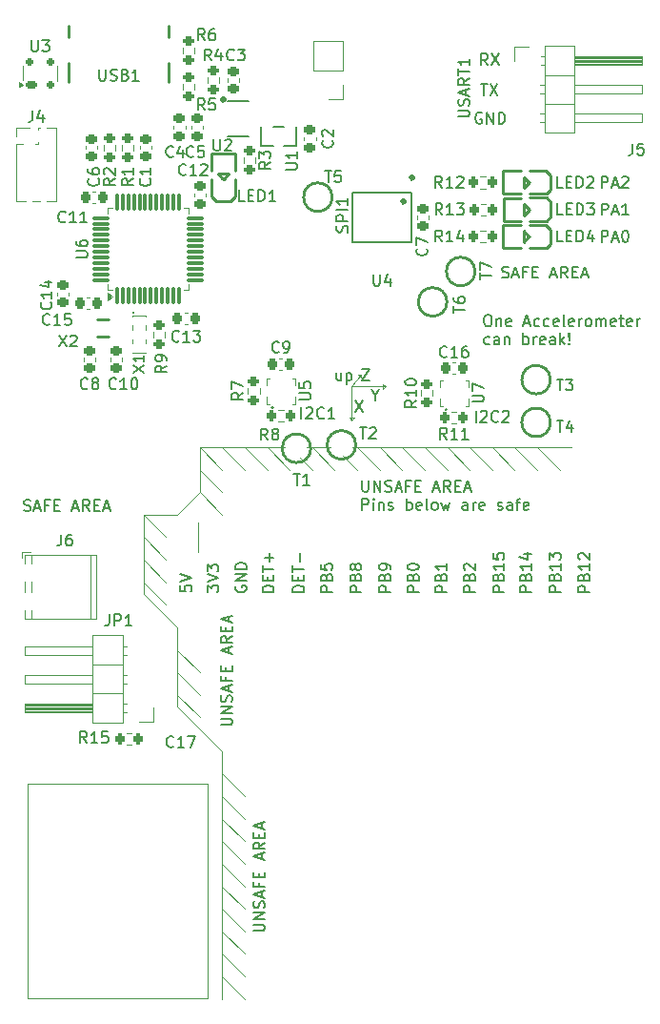
<source format=gbr>
%TF.GenerationSoftware,KiCad,Pcbnew,8.0.6*%
%TF.CreationDate,2024-11-15T11:24:47+01:00*%
%TF.ProjectId,ares-parachute-board,61726573-2d70-4617-9261-63687574652d,rev?*%
%TF.SameCoordinates,Original*%
%TF.FileFunction,Legend,Top*%
%TF.FilePolarity,Positive*%
%FSLAX46Y46*%
G04 Gerber Fmt 4.6, Leading zero omitted, Abs format (unit mm)*
G04 Created by KiCad (PCBNEW 8.0.6) date 2024-11-15 11:24:47*
%MOMM*%
%LPD*%
G01*
G04 APERTURE LIST*
G04 Aperture macros list*
%AMRoundRect*
0 Rectangle with rounded corners*
0 $1 Rounding radius*
0 $2 $3 $4 $5 $6 $7 $8 $9 X,Y pos of 4 corners*
0 Add a 4 corners polygon primitive as box body*
4,1,4,$2,$3,$4,$5,$6,$7,$8,$9,$2,$3,0*
0 Add four circle primitives for the rounded corners*
1,1,$1+$1,$2,$3*
1,1,$1+$1,$4,$5*
1,1,$1+$1,$6,$7*
1,1,$1+$1,$8,$9*
0 Add four rect primitives between the rounded corners*
20,1,$1+$1,$2,$3,$4,$5,0*
20,1,$1+$1,$4,$5,$6,$7,0*
20,1,$1+$1,$6,$7,$8,$9,0*
20,1,$1+$1,$8,$9,$2,$3,0*%
G04 Aperture macros list end*
%ADD10C,0.150000*%
%ADD11C,0.120000*%
%ADD12C,0.250000*%
%ADD13C,0.100000*%
%ADD14C,0.300000*%
%ADD15C,1.900000*%
%ADD16C,1.700000*%
%ADD17R,0.300000X1.150000*%
%ADD18R,0.600000X1.150000*%
%ADD19O,1.000000X1.800000*%
%ADD20O,1.000000X2.100000*%
%ADD21C,0.650000*%
%ADD22C,2.200000*%
%ADD23O,1.700000X1.700000*%
%ADD24R,1.700000X1.700000*%
%ADD25C,3.500000*%
%ADD26RoundRect,0.225000X0.250000X-0.225000X0.250000X0.225000X-0.250000X0.225000X-0.250000X-0.225000X0*%
%ADD27RoundRect,0.200000X0.275000X-0.200000X0.275000X0.200000X-0.275000X0.200000X-0.275000X-0.200000X0*%
%ADD28R,0.280000X0.500000*%
%ADD29R,0.500000X0.280000*%
%ADD30RoundRect,0.225000X0.225000X0.250000X-0.225000X0.250000X-0.225000X-0.250000X0.225000X-0.250000X0*%
%ADD31RoundRect,0.175000X0.325000X-0.175000X0.325000X0.175000X-0.325000X0.175000X-0.325000X-0.175000X0*%
%ADD32RoundRect,0.150000X0.150000X-0.200000X0.150000X0.200000X-0.150000X0.200000X-0.150000X-0.200000X0*%
%ADD33R,1.500000X0.500000*%
%ADD34RoundRect,0.200000X-0.275000X0.200000X-0.275000X-0.200000X0.275000X-0.200000X0.275000X0.200000X0*%
%ADD35RoundRect,0.200000X0.200000X0.275000X-0.200000X0.275000X-0.200000X-0.275000X0.200000X-0.275000X0*%
%ADD36R,1.000000X1.800000*%
%ADD37R,2.200000X2.200000*%
%ADD38C,1.100000*%
%ADD39O,0.630000X2.250000*%
%ADD40RoundRect,0.225000X-0.250000X0.225000X-0.250000X-0.225000X0.250000X-0.225000X0.250000X0.225000X0*%
%ADD41RoundRect,0.225000X-0.225000X-0.250000X0.225000X-0.250000X0.225000X0.250000X-0.225000X0.250000X0*%
%ADD42R,0.600000X1.070000*%
%ADD43R,1.400000X1.000000*%
%ADD44RoundRect,0.075000X0.662500X-0.075000X0.662500X0.075000X-0.662500X0.075000X-0.662500X-0.075000X0*%
%ADD45RoundRect,0.075000X0.075000X-0.662500X0.075000X0.662500X-0.075000X0.662500X-0.075000X-0.662500X0*%
%ADD46R,1.000000X1.400000*%
%ADD47R,1.040000X0.530000*%
%ADD48C,1.524000*%
%ADD49RoundRect,0.200000X-0.200000X-0.275000X0.200000X-0.275000X0.200000X0.275000X-0.200000X0.275000X0*%
%ADD50O,1.000000X1.000000*%
%ADD51R,1.000000X1.000000*%
G04 APERTURE END LIST*
D10*
X15269825Y37712978D02*
X15269825Y37236788D01*
X15269825Y37236788D02*
X15746015Y37189169D01*
X15746015Y37189169D02*
X15698396Y37236788D01*
X15698396Y37236788D02*
X15650777Y37332026D01*
X15650777Y37332026D02*
X15650777Y37570121D01*
X15650777Y37570121D02*
X15698396Y37665359D01*
X15698396Y37665359D02*
X15746015Y37712978D01*
X15746015Y37712978D02*
X15841253Y37760597D01*
X15841253Y37760597D02*
X16079348Y37760597D01*
X16079348Y37760597D02*
X16174586Y37712978D01*
X16174586Y37712978D02*
X16222206Y37665359D01*
X16222206Y37665359D02*
X16269825Y37570121D01*
X16269825Y37570121D02*
X16269825Y37332026D01*
X16269825Y37332026D02*
X16222206Y37236788D01*
X16222206Y37236788D02*
X16174586Y37189169D01*
X15269825Y38046312D02*
X16269825Y38379645D01*
X16269825Y38379645D02*
X15269825Y38712978D01*
X17669825Y37141550D02*
X17669825Y37760597D01*
X17669825Y37760597D02*
X18050777Y37427264D01*
X18050777Y37427264D02*
X18050777Y37570121D01*
X18050777Y37570121D02*
X18098396Y37665359D01*
X18098396Y37665359D02*
X18146015Y37712978D01*
X18146015Y37712978D02*
X18241253Y37760597D01*
X18241253Y37760597D02*
X18479348Y37760597D01*
X18479348Y37760597D02*
X18574586Y37712978D01*
X18574586Y37712978D02*
X18622206Y37665359D01*
X18622206Y37665359D02*
X18669825Y37570121D01*
X18669825Y37570121D02*
X18669825Y37284407D01*
X18669825Y37284407D02*
X18622206Y37189169D01*
X18622206Y37189169D02*
X18574586Y37141550D01*
X17669825Y38046312D02*
X18669825Y38379645D01*
X18669825Y38379645D02*
X17669825Y38712978D01*
X17669825Y38951074D02*
X17669825Y39570121D01*
X17669825Y39570121D02*
X18050777Y39236788D01*
X18050777Y39236788D02*
X18050777Y39379645D01*
X18050777Y39379645D02*
X18098396Y39474883D01*
X18098396Y39474883D02*
X18146015Y39522502D01*
X18146015Y39522502D02*
X18241253Y39570121D01*
X18241253Y39570121D02*
X18479348Y39570121D01*
X18479348Y39570121D02*
X18574586Y39522502D01*
X18574586Y39522502D02*
X18622206Y39474883D01*
X18622206Y39474883D02*
X18669825Y39379645D01*
X18669825Y39379645D02*
X18669825Y39093931D01*
X18669825Y39093931D02*
X18622206Y38998693D01*
X18622206Y38998693D02*
X18574586Y38951074D01*
X20217444Y37660597D02*
X20169825Y37565359D01*
X20169825Y37565359D02*
X20169825Y37422502D01*
X20169825Y37422502D02*
X20217444Y37279645D01*
X20217444Y37279645D02*
X20312682Y37184407D01*
X20312682Y37184407D02*
X20407920Y37136788D01*
X20407920Y37136788D02*
X20598396Y37089169D01*
X20598396Y37089169D02*
X20741253Y37089169D01*
X20741253Y37089169D02*
X20931729Y37136788D01*
X20931729Y37136788D02*
X21026967Y37184407D01*
X21026967Y37184407D02*
X21122206Y37279645D01*
X21122206Y37279645D02*
X21169825Y37422502D01*
X21169825Y37422502D02*
X21169825Y37517740D01*
X21169825Y37517740D02*
X21122206Y37660597D01*
X21122206Y37660597D02*
X21074586Y37708216D01*
X21074586Y37708216D02*
X20741253Y37708216D01*
X20741253Y37708216D02*
X20741253Y37517740D01*
X21169825Y38136788D02*
X20169825Y38136788D01*
X20169825Y38136788D02*
X21169825Y38708216D01*
X21169825Y38708216D02*
X20169825Y38708216D01*
X21169825Y39184407D02*
X20169825Y39184407D01*
X20169825Y39184407D02*
X20169825Y39422502D01*
X20169825Y39422502D02*
X20217444Y39565359D01*
X20217444Y39565359D02*
X20312682Y39660597D01*
X20312682Y39660597D02*
X20407920Y39708216D01*
X20407920Y39708216D02*
X20598396Y39755835D01*
X20598396Y39755835D02*
X20741253Y39755835D01*
X20741253Y39755835D02*
X20931729Y39708216D01*
X20931729Y39708216D02*
X21026967Y39660597D01*
X21026967Y39660597D02*
X21122206Y39565359D01*
X21122206Y39565359D02*
X21169825Y39422502D01*
X21169825Y39422502D02*
X21169825Y39184407D01*
X23569825Y37136788D02*
X22569825Y37136788D01*
X22569825Y37136788D02*
X22569825Y37374883D01*
X22569825Y37374883D02*
X22617444Y37517740D01*
X22617444Y37517740D02*
X22712682Y37612978D01*
X22712682Y37612978D02*
X22807920Y37660597D01*
X22807920Y37660597D02*
X22998396Y37708216D01*
X22998396Y37708216D02*
X23141253Y37708216D01*
X23141253Y37708216D02*
X23331729Y37660597D01*
X23331729Y37660597D02*
X23426967Y37612978D01*
X23426967Y37612978D02*
X23522206Y37517740D01*
X23522206Y37517740D02*
X23569825Y37374883D01*
X23569825Y37374883D02*
X23569825Y37136788D01*
X23046015Y38136788D02*
X23046015Y38470121D01*
X23569825Y38612978D02*
X23569825Y38136788D01*
X23569825Y38136788D02*
X22569825Y38136788D01*
X22569825Y38136788D02*
X22569825Y38612978D01*
X22569825Y38898693D02*
X22569825Y39470121D01*
X23569825Y39184407D02*
X22569825Y39184407D01*
X23188872Y39803455D02*
X23188872Y40565359D01*
X23569825Y40184407D02*
X22807920Y40184407D01*
X26269825Y37136788D02*
X25269825Y37136788D01*
X25269825Y37136788D02*
X25269825Y37374883D01*
X25269825Y37374883D02*
X25317444Y37517740D01*
X25317444Y37517740D02*
X25412682Y37612978D01*
X25412682Y37612978D02*
X25507920Y37660597D01*
X25507920Y37660597D02*
X25698396Y37708216D01*
X25698396Y37708216D02*
X25841253Y37708216D01*
X25841253Y37708216D02*
X26031729Y37660597D01*
X26031729Y37660597D02*
X26126967Y37612978D01*
X26126967Y37612978D02*
X26222206Y37517740D01*
X26222206Y37517740D02*
X26269825Y37374883D01*
X26269825Y37374883D02*
X26269825Y37136788D01*
X25746015Y38136788D02*
X25746015Y38470121D01*
X26269825Y38612978D02*
X26269825Y38136788D01*
X26269825Y38136788D02*
X25269825Y38136788D01*
X25269825Y38136788D02*
X25269825Y38612978D01*
X25269825Y38898693D02*
X25269825Y39470121D01*
X26269825Y39184407D02*
X25269825Y39184407D01*
X25888872Y39803455D02*
X25888872Y40565359D01*
X28769825Y37136788D02*
X27769825Y37136788D01*
X27769825Y37136788D02*
X27769825Y37517740D01*
X27769825Y37517740D02*
X27817444Y37612978D01*
X27817444Y37612978D02*
X27865063Y37660597D01*
X27865063Y37660597D02*
X27960301Y37708216D01*
X27960301Y37708216D02*
X28103158Y37708216D01*
X28103158Y37708216D02*
X28198396Y37660597D01*
X28198396Y37660597D02*
X28246015Y37612978D01*
X28246015Y37612978D02*
X28293634Y37517740D01*
X28293634Y37517740D02*
X28293634Y37136788D01*
X28246015Y38470121D02*
X28293634Y38612978D01*
X28293634Y38612978D02*
X28341253Y38660597D01*
X28341253Y38660597D02*
X28436491Y38708216D01*
X28436491Y38708216D02*
X28579348Y38708216D01*
X28579348Y38708216D02*
X28674586Y38660597D01*
X28674586Y38660597D02*
X28722206Y38612978D01*
X28722206Y38612978D02*
X28769825Y38517740D01*
X28769825Y38517740D02*
X28769825Y38136788D01*
X28769825Y38136788D02*
X27769825Y38136788D01*
X27769825Y38136788D02*
X27769825Y38470121D01*
X27769825Y38470121D02*
X27817444Y38565359D01*
X27817444Y38565359D02*
X27865063Y38612978D01*
X27865063Y38612978D02*
X27960301Y38660597D01*
X27960301Y38660597D02*
X28055539Y38660597D01*
X28055539Y38660597D02*
X28150777Y38612978D01*
X28150777Y38612978D02*
X28198396Y38565359D01*
X28198396Y38565359D02*
X28246015Y38470121D01*
X28246015Y38470121D02*
X28246015Y38136788D01*
X27769825Y39612978D02*
X27769825Y39136788D01*
X27769825Y39136788D02*
X28246015Y39089169D01*
X28246015Y39089169D02*
X28198396Y39136788D01*
X28198396Y39136788D02*
X28150777Y39232026D01*
X28150777Y39232026D02*
X28150777Y39470121D01*
X28150777Y39470121D02*
X28198396Y39565359D01*
X28198396Y39565359D02*
X28246015Y39612978D01*
X28246015Y39612978D02*
X28341253Y39660597D01*
X28341253Y39660597D02*
X28579348Y39660597D01*
X28579348Y39660597D02*
X28674586Y39612978D01*
X28674586Y39612978D02*
X28722206Y39565359D01*
X28722206Y39565359D02*
X28769825Y39470121D01*
X28769825Y39470121D02*
X28769825Y39232026D01*
X28769825Y39232026D02*
X28722206Y39136788D01*
X28722206Y39136788D02*
X28674586Y39089169D01*
X31369825Y37136788D02*
X30369825Y37136788D01*
X30369825Y37136788D02*
X30369825Y37517740D01*
X30369825Y37517740D02*
X30417444Y37612978D01*
X30417444Y37612978D02*
X30465063Y37660597D01*
X30465063Y37660597D02*
X30560301Y37708216D01*
X30560301Y37708216D02*
X30703158Y37708216D01*
X30703158Y37708216D02*
X30798396Y37660597D01*
X30798396Y37660597D02*
X30846015Y37612978D01*
X30846015Y37612978D02*
X30893634Y37517740D01*
X30893634Y37517740D02*
X30893634Y37136788D01*
X30846015Y38470121D02*
X30893634Y38612978D01*
X30893634Y38612978D02*
X30941253Y38660597D01*
X30941253Y38660597D02*
X31036491Y38708216D01*
X31036491Y38708216D02*
X31179348Y38708216D01*
X31179348Y38708216D02*
X31274586Y38660597D01*
X31274586Y38660597D02*
X31322206Y38612978D01*
X31322206Y38612978D02*
X31369825Y38517740D01*
X31369825Y38517740D02*
X31369825Y38136788D01*
X31369825Y38136788D02*
X30369825Y38136788D01*
X30369825Y38136788D02*
X30369825Y38470121D01*
X30369825Y38470121D02*
X30417444Y38565359D01*
X30417444Y38565359D02*
X30465063Y38612978D01*
X30465063Y38612978D02*
X30560301Y38660597D01*
X30560301Y38660597D02*
X30655539Y38660597D01*
X30655539Y38660597D02*
X30750777Y38612978D01*
X30750777Y38612978D02*
X30798396Y38565359D01*
X30798396Y38565359D02*
X30846015Y38470121D01*
X30846015Y38470121D02*
X30846015Y38136788D01*
X30798396Y39279645D02*
X30750777Y39184407D01*
X30750777Y39184407D02*
X30703158Y39136788D01*
X30703158Y39136788D02*
X30607920Y39089169D01*
X30607920Y39089169D02*
X30560301Y39089169D01*
X30560301Y39089169D02*
X30465063Y39136788D01*
X30465063Y39136788D02*
X30417444Y39184407D01*
X30417444Y39184407D02*
X30369825Y39279645D01*
X30369825Y39279645D02*
X30369825Y39470121D01*
X30369825Y39470121D02*
X30417444Y39565359D01*
X30417444Y39565359D02*
X30465063Y39612978D01*
X30465063Y39612978D02*
X30560301Y39660597D01*
X30560301Y39660597D02*
X30607920Y39660597D01*
X30607920Y39660597D02*
X30703158Y39612978D01*
X30703158Y39612978D02*
X30750777Y39565359D01*
X30750777Y39565359D02*
X30798396Y39470121D01*
X30798396Y39470121D02*
X30798396Y39279645D01*
X30798396Y39279645D02*
X30846015Y39184407D01*
X30846015Y39184407D02*
X30893634Y39136788D01*
X30893634Y39136788D02*
X30988872Y39089169D01*
X30988872Y39089169D02*
X31179348Y39089169D01*
X31179348Y39089169D02*
X31274586Y39136788D01*
X31274586Y39136788D02*
X31322206Y39184407D01*
X31322206Y39184407D02*
X31369825Y39279645D01*
X31369825Y39279645D02*
X31369825Y39470121D01*
X31369825Y39470121D02*
X31322206Y39565359D01*
X31322206Y39565359D02*
X31274586Y39612978D01*
X31274586Y39612978D02*
X31179348Y39660597D01*
X31179348Y39660597D02*
X30988872Y39660597D01*
X30988872Y39660597D02*
X30893634Y39612978D01*
X30893634Y39612978D02*
X30846015Y39565359D01*
X30846015Y39565359D02*
X30798396Y39470121D01*
X33969825Y37136788D02*
X32969825Y37136788D01*
X32969825Y37136788D02*
X32969825Y37517740D01*
X32969825Y37517740D02*
X33017444Y37612978D01*
X33017444Y37612978D02*
X33065063Y37660597D01*
X33065063Y37660597D02*
X33160301Y37708216D01*
X33160301Y37708216D02*
X33303158Y37708216D01*
X33303158Y37708216D02*
X33398396Y37660597D01*
X33398396Y37660597D02*
X33446015Y37612978D01*
X33446015Y37612978D02*
X33493634Y37517740D01*
X33493634Y37517740D02*
X33493634Y37136788D01*
X33446015Y38470121D02*
X33493634Y38612978D01*
X33493634Y38612978D02*
X33541253Y38660597D01*
X33541253Y38660597D02*
X33636491Y38708216D01*
X33636491Y38708216D02*
X33779348Y38708216D01*
X33779348Y38708216D02*
X33874586Y38660597D01*
X33874586Y38660597D02*
X33922206Y38612978D01*
X33922206Y38612978D02*
X33969825Y38517740D01*
X33969825Y38517740D02*
X33969825Y38136788D01*
X33969825Y38136788D02*
X32969825Y38136788D01*
X32969825Y38136788D02*
X32969825Y38470121D01*
X32969825Y38470121D02*
X33017444Y38565359D01*
X33017444Y38565359D02*
X33065063Y38612978D01*
X33065063Y38612978D02*
X33160301Y38660597D01*
X33160301Y38660597D02*
X33255539Y38660597D01*
X33255539Y38660597D02*
X33350777Y38612978D01*
X33350777Y38612978D02*
X33398396Y38565359D01*
X33398396Y38565359D02*
X33446015Y38470121D01*
X33446015Y38470121D02*
X33446015Y38136788D01*
X33969825Y39184407D02*
X33969825Y39374883D01*
X33969825Y39374883D02*
X33922206Y39470121D01*
X33922206Y39470121D02*
X33874586Y39517740D01*
X33874586Y39517740D02*
X33731729Y39612978D01*
X33731729Y39612978D02*
X33541253Y39660597D01*
X33541253Y39660597D02*
X33160301Y39660597D01*
X33160301Y39660597D02*
X33065063Y39612978D01*
X33065063Y39612978D02*
X33017444Y39565359D01*
X33017444Y39565359D02*
X32969825Y39470121D01*
X32969825Y39470121D02*
X32969825Y39279645D01*
X32969825Y39279645D02*
X33017444Y39184407D01*
X33017444Y39184407D02*
X33065063Y39136788D01*
X33065063Y39136788D02*
X33160301Y39089169D01*
X33160301Y39089169D02*
X33398396Y39089169D01*
X33398396Y39089169D02*
X33493634Y39136788D01*
X33493634Y39136788D02*
X33541253Y39184407D01*
X33541253Y39184407D02*
X33588872Y39279645D01*
X33588872Y39279645D02*
X33588872Y39470121D01*
X33588872Y39470121D02*
X33541253Y39565359D01*
X33541253Y39565359D02*
X33493634Y39612978D01*
X33493634Y39612978D02*
X33398396Y39660597D01*
X36469825Y37136788D02*
X35469825Y37136788D01*
X35469825Y37136788D02*
X35469825Y37517740D01*
X35469825Y37517740D02*
X35517444Y37612978D01*
X35517444Y37612978D02*
X35565063Y37660597D01*
X35565063Y37660597D02*
X35660301Y37708216D01*
X35660301Y37708216D02*
X35803158Y37708216D01*
X35803158Y37708216D02*
X35898396Y37660597D01*
X35898396Y37660597D02*
X35946015Y37612978D01*
X35946015Y37612978D02*
X35993634Y37517740D01*
X35993634Y37517740D02*
X35993634Y37136788D01*
X35946015Y38470121D02*
X35993634Y38612978D01*
X35993634Y38612978D02*
X36041253Y38660597D01*
X36041253Y38660597D02*
X36136491Y38708216D01*
X36136491Y38708216D02*
X36279348Y38708216D01*
X36279348Y38708216D02*
X36374586Y38660597D01*
X36374586Y38660597D02*
X36422206Y38612978D01*
X36422206Y38612978D02*
X36469825Y38517740D01*
X36469825Y38517740D02*
X36469825Y38136788D01*
X36469825Y38136788D02*
X35469825Y38136788D01*
X35469825Y38136788D02*
X35469825Y38470121D01*
X35469825Y38470121D02*
X35517444Y38565359D01*
X35517444Y38565359D02*
X35565063Y38612978D01*
X35565063Y38612978D02*
X35660301Y38660597D01*
X35660301Y38660597D02*
X35755539Y38660597D01*
X35755539Y38660597D02*
X35850777Y38612978D01*
X35850777Y38612978D02*
X35898396Y38565359D01*
X35898396Y38565359D02*
X35946015Y38470121D01*
X35946015Y38470121D02*
X35946015Y38136788D01*
X35469825Y39327264D02*
X35469825Y39422502D01*
X35469825Y39422502D02*
X35517444Y39517740D01*
X35517444Y39517740D02*
X35565063Y39565359D01*
X35565063Y39565359D02*
X35660301Y39612978D01*
X35660301Y39612978D02*
X35850777Y39660597D01*
X35850777Y39660597D02*
X36088872Y39660597D01*
X36088872Y39660597D02*
X36279348Y39612978D01*
X36279348Y39612978D02*
X36374586Y39565359D01*
X36374586Y39565359D02*
X36422206Y39517740D01*
X36422206Y39517740D02*
X36469825Y39422502D01*
X36469825Y39422502D02*
X36469825Y39327264D01*
X36469825Y39327264D02*
X36422206Y39232026D01*
X36422206Y39232026D02*
X36374586Y39184407D01*
X36374586Y39184407D02*
X36279348Y39136788D01*
X36279348Y39136788D02*
X36088872Y39089169D01*
X36088872Y39089169D02*
X35850777Y39089169D01*
X35850777Y39089169D02*
X35660301Y39136788D01*
X35660301Y39136788D02*
X35565063Y39184407D01*
X35565063Y39184407D02*
X35517444Y39232026D01*
X35517444Y39232026D02*
X35469825Y39327264D01*
X38969825Y37136788D02*
X37969825Y37136788D01*
X37969825Y37136788D02*
X37969825Y37517740D01*
X37969825Y37517740D02*
X38017444Y37612978D01*
X38017444Y37612978D02*
X38065063Y37660597D01*
X38065063Y37660597D02*
X38160301Y37708216D01*
X38160301Y37708216D02*
X38303158Y37708216D01*
X38303158Y37708216D02*
X38398396Y37660597D01*
X38398396Y37660597D02*
X38446015Y37612978D01*
X38446015Y37612978D02*
X38493634Y37517740D01*
X38493634Y37517740D02*
X38493634Y37136788D01*
X38446015Y38470121D02*
X38493634Y38612978D01*
X38493634Y38612978D02*
X38541253Y38660597D01*
X38541253Y38660597D02*
X38636491Y38708216D01*
X38636491Y38708216D02*
X38779348Y38708216D01*
X38779348Y38708216D02*
X38874586Y38660597D01*
X38874586Y38660597D02*
X38922206Y38612978D01*
X38922206Y38612978D02*
X38969825Y38517740D01*
X38969825Y38517740D02*
X38969825Y38136788D01*
X38969825Y38136788D02*
X37969825Y38136788D01*
X37969825Y38136788D02*
X37969825Y38470121D01*
X37969825Y38470121D02*
X38017444Y38565359D01*
X38017444Y38565359D02*
X38065063Y38612978D01*
X38065063Y38612978D02*
X38160301Y38660597D01*
X38160301Y38660597D02*
X38255539Y38660597D01*
X38255539Y38660597D02*
X38350777Y38612978D01*
X38350777Y38612978D02*
X38398396Y38565359D01*
X38398396Y38565359D02*
X38446015Y38470121D01*
X38446015Y38470121D02*
X38446015Y38136788D01*
X38969825Y39660597D02*
X38969825Y39089169D01*
X38969825Y39374883D02*
X37969825Y39374883D01*
X37969825Y39374883D02*
X38112682Y39279645D01*
X38112682Y39279645D02*
X38207920Y39184407D01*
X38207920Y39184407D02*
X38255539Y39089169D01*
X41469825Y37136788D02*
X40469825Y37136788D01*
X40469825Y37136788D02*
X40469825Y37517740D01*
X40469825Y37517740D02*
X40517444Y37612978D01*
X40517444Y37612978D02*
X40565063Y37660597D01*
X40565063Y37660597D02*
X40660301Y37708216D01*
X40660301Y37708216D02*
X40803158Y37708216D01*
X40803158Y37708216D02*
X40898396Y37660597D01*
X40898396Y37660597D02*
X40946015Y37612978D01*
X40946015Y37612978D02*
X40993634Y37517740D01*
X40993634Y37517740D02*
X40993634Y37136788D01*
X40946015Y38470121D02*
X40993634Y38612978D01*
X40993634Y38612978D02*
X41041253Y38660597D01*
X41041253Y38660597D02*
X41136491Y38708216D01*
X41136491Y38708216D02*
X41279348Y38708216D01*
X41279348Y38708216D02*
X41374586Y38660597D01*
X41374586Y38660597D02*
X41422206Y38612978D01*
X41422206Y38612978D02*
X41469825Y38517740D01*
X41469825Y38517740D02*
X41469825Y38136788D01*
X41469825Y38136788D02*
X40469825Y38136788D01*
X40469825Y38136788D02*
X40469825Y38470121D01*
X40469825Y38470121D02*
X40517444Y38565359D01*
X40517444Y38565359D02*
X40565063Y38612978D01*
X40565063Y38612978D02*
X40660301Y38660597D01*
X40660301Y38660597D02*
X40755539Y38660597D01*
X40755539Y38660597D02*
X40850777Y38612978D01*
X40850777Y38612978D02*
X40898396Y38565359D01*
X40898396Y38565359D02*
X40946015Y38470121D01*
X40946015Y38470121D02*
X40946015Y38136788D01*
X40565063Y39089169D02*
X40517444Y39136788D01*
X40517444Y39136788D02*
X40469825Y39232026D01*
X40469825Y39232026D02*
X40469825Y39470121D01*
X40469825Y39470121D02*
X40517444Y39565359D01*
X40517444Y39565359D02*
X40565063Y39612978D01*
X40565063Y39612978D02*
X40660301Y39660597D01*
X40660301Y39660597D02*
X40755539Y39660597D01*
X40755539Y39660597D02*
X40898396Y39612978D01*
X40898396Y39612978D02*
X41469825Y39041550D01*
X41469825Y39041550D02*
X41469825Y39660597D01*
X44069825Y37136788D02*
X43069825Y37136788D01*
X43069825Y37136788D02*
X43069825Y37517740D01*
X43069825Y37517740D02*
X43117444Y37612978D01*
X43117444Y37612978D02*
X43165063Y37660597D01*
X43165063Y37660597D02*
X43260301Y37708216D01*
X43260301Y37708216D02*
X43403158Y37708216D01*
X43403158Y37708216D02*
X43498396Y37660597D01*
X43498396Y37660597D02*
X43546015Y37612978D01*
X43546015Y37612978D02*
X43593634Y37517740D01*
X43593634Y37517740D02*
X43593634Y37136788D01*
X43546015Y38470121D02*
X43593634Y38612978D01*
X43593634Y38612978D02*
X43641253Y38660597D01*
X43641253Y38660597D02*
X43736491Y38708216D01*
X43736491Y38708216D02*
X43879348Y38708216D01*
X43879348Y38708216D02*
X43974586Y38660597D01*
X43974586Y38660597D02*
X44022206Y38612978D01*
X44022206Y38612978D02*
X44069825Y38517740D01*
X44069825Y38517740D02*
X44069825Y38136788D01*
X44069825Y38136788D02*
X43069825Y38136788D01*
X43069825Y38136788D02*
X43069825Y38470121D01*
X43069825Y38470121D02*
X43117444Y38565359D01*
X43117444Y38565359D02*
X43165063Y38612978D01*
X43165063Y38612978D02*
X43260301Y38660597D01*
X43260301Y38660597D02*
X43355539Y38660597D01*
X43355539Y38660597D02*
X43450777Y38612978D01*
X43450777Y38612978D02*
X43498396Y38565359D01*
X43498396Y38565359D02*
X43546015Y38470121D01*
X43546015Y38470121D02*
X43546015Y38136788D01*
X44069825Y39660597D02*
X44069825Y39089169D01*
X44069825Y39374883D02*
X43069825Y39374883D01*
X43069825Y39374883D02*
X43212682Y39279645D01*
X43212682Y39279645D02*
X43307920Y39184407D01*
X43307920Y39184407D02*
X43355539Y39089169D01*
X43069825Y40565359D02*
X43069825Y40089169D01*
X43069825Y40089169D02*
X43546015Y40041550D01*
X43546015Y40041550D02*
X43498396Y40089169D01*
X43498396Y40089169D02*
X43450777Y40184407D01*
X43450777Y40184407D02*
X43450777Y40422502D01*
X43450777Y40422502D02*
X43498396Y40517740D01*
X43498396Y40517740D02*
X43546015Y40565359D01*
X43546015Y40565359D02*
X43641253Y40612978D01*
X43641253Y40612978D02*
X43879348Y40612978D01*
X43879348Y40612978D02*
X43974586Y40565359D01*
X43974586Y40565359D02*
X44022206Y40517740D01*
X44022206Y40517740D02*
X44069825Y40422502D01*
X44069825Y40422502D02*
X44069825Y40184407D01*
X44069825Y40184407D02*
X44022206Y40089169D01*
X44022206Y40089169D02*
X43974586Y40041550D01*
X46469825Y37136788D02*
X45469825Y37136788D01*
X45469825Y37136788D02*
X45469825Y37517740D01*
X45469825Y37517740D02*
X45517444Y37612978D01*
X45517444Y37612978D02*
X45565063Y37660597D01*
X45565063Y37660597D02*
X45660301Y37708216D01*
X45660301Y37708216D02*
X45803158Y37708216D01*
X45803158Y37708216D02*
X45898396Y37660597D01*
X45898396Y37660597D02*
X45946015Y37612978D01*
X45946015Y37612978D02*
X45993634Y37517740D01*
X45993634Y37517740D02*
X45993634Y37136788D01*
X45946015Y38470121D02*
X45993634Y38612978D01*
X45993634Y38612978D02*
X46041253Y38660597D01*
X46041253Y38660597D02*
X46136491Y38708216D01*
X46136491Y38708216D02*
X46279348Y38708216D01*
X46279348Y38708216D02*
X46374586Y38660597D01*
X46374586Y38660597D02*
X46422206Y38612978D01*
X46422206Y38612978D02*
X46469825Y38517740D01*
X46469825Y38517740D02*
X46469825Y38136788D01*
X46469825Y38136788D02*
X45469825Y38136788D01*
X45469825Y38136788D02*
X45469825Y38470121D01*
X45469825Y38470121D02*
X45517444Y38565359D01*
X45517444Y38565359D02*
X45565063Y38612978D01*
X45565063Y38612978D02*
X45660301Y38660597D01*
X45660301Y38660597D02*
X45755539Y38660597D01*
X45755539Y38660597D02*
X45850777Y38612978D01*
X45850777Y38612978D02*
X45898396Y38565359D01*
X45898396Y38565359D02*
X45946015Y38470121D01*
X45946015Y38470121D02*
X45946015Y38136788D01*
X46469825Y39660597D02*
X46469825Y39089169D01*
X46469825Y39374883D02*
X45469825Y39374883D01*
X45469825Y39374883D02*
X45612682Y39279645D01*
X45612682Y39279645D02*
X45707920Y39184407D01*
X45707920Y39184407D02*
X45755539Y39089169D01*
X45803158Y40517740D02*
X46469825Y40517740D01*
X45422206Y40279645D02*
X46136491Y40041550D01*
X46136491Y40041550D02*
X46136491Y40660597D01*
X49069825Y37136788D02*
X48069825Y37136788D01*
X48069825Y37136788D02*
X48069825Y37517740D01*
X48069825Y37517740D02*
X48117444Y37612978D01*
X48117444Y37612978D02*
X48165063Y37660597D01*
X48165063Y37660597D02*
X48260301Y37708216D01*
X48260301Y37708216D02*
X48403158Y37708216D01*
X48403158Y37708216D02*
X48498396Y37660597D01*
X48498396Y37660597D02*
X48546015Y37612978D01*
X48546015Y37612978D02*
X48593634Y37517740D01*
X48593634Y37517740D02*
X48593634Y37136788D01*
X48546015Y38470121D02*
X48593634Y38612978D01*
X48593634Y38612978D02*
X48641253Y38660597D01*
X48641253Y38660597D02*
X48736491Y38708216D01*
X48736491Y38708216D02*
X48879348Y38708216D01*
X48879348Y38708216D02*
X48974586Y38660597D01*
X48974586Y38660597D02*
X49022206Y38612978D01*
X49022206Y38612978D02*
X49069825Y38517740D01*
X49069825Y38517740D02*
X49069825Y38136788D01*
X49069825Y38136788D02*
X48069825Y38136788D01*
X48069825Y38136788D02*
X48069825Y38470121D01*
X48069825Y38470121D02*
X48117444Y38565359D01*
X48117444Y38565359D02*
X48165063Y38612978D01*
X48165063Y38612978D02*
X48260301Y38660597D01*
X48260301Y38660597D02*
X48355539Y38660597D01*
X48355539Y38660597D02*
X48450777Y38612978D01*
X48450777Y38612978D02*
X48498396Y38565359D01*
X48498396Y38565359D02*
X48546015Y38470121D01*
X48546015Y38470121D02*
X48546015Y38136788D01*
X49069825Y39660597D02*
X49069825Y39089169D01*
X49069825Y39374883D02*
X48069825Y39374883D01*
X48069825Y39374883D02*
X48212682Y39279645D01*
X48212682Y39279645D02*
X48307920Y39184407D01*
X48307920Y39184407D02*
X48355539Y39089169D01*
X48069825Y39993931D02*
X48069825Y40612978D01*
X48069825Y40612978D02*
X48450777Y40279645D01*
X48450777Y40279645D02*
X48450777Y40422502D01*
X48450777Y40422502D02*
X48498396Y40517740D01*
X48498396Y40517740D02*
X48546015Y40565359D01*
X48546015Y40565359D02*
X48641253Y40612978D01*
X48641253Y40612978D02*
X48879348Y40612978D01*
X48879348Y40612978D02*
X48974586Y40565359D01*
X48974586Y40565359D02*
X49022206Y40517740D01*
X49022206Y40517740D02*
X49069825Y40422502D01*
X49069825Y40422502D02*
X49069825Y40136788D01*
X49069825Y40136788D02*
X49022206Y40041550D01*
X49022206Y40041550D02*
X48974586Y39993931D01*
X51669825Y37136788D02*
X50669825Y37136788D01*
X50669825Y37136788D02*
X50669825Y37517740D01*
X50669825Y37517740D02*
X50717444Y37612978D01*
X50717444Y37612978D02*
X50765063Y37660597D01*
X50765063Y37660597D02*
X50860301Y37708216D01*
X50860301Y37708216D02*
X51003158Y37708216D01*
X51003158Y37708216D02*
X51098396Y37660597D01*
X51098396Y37660597D02*
X51146015Y37612978D01*
X51146015Y37612978D02*
X51193634Y37517740D01*
X51193634Y37517740D02*
X51193634Y37136788D01*
X51146015Y38470121D02*
X51193634Y38612978D01*
X51193634Y38612978D02*
X51241253Y38660597D01*
X51241253Y38660597D02*
X51336491Y38708216D01*
X51336491Y38708216D02*
X51479348Y38708216D01*
X51479348Y38708216D02*
X51574586Y38660597D01*
X51574586Y38660597D02*
X51622206Y38612978D01*
X51622206Y38612978D02*
X51669825Y38517740D01*
X51669825Y38517740D02*
X51669825Y38136788D01*
X51669825Y38136788D02*
X50669825Y38136788D01*
X50669825Y38136788D02*
X50669825Y38470121D01*
X50669825Y38470121D02*
X50717444Y38565359D01*
X50717444Y38565359D02*
X50765063Y38612978D01*
X50765063Y38612978D02*
X50860301Y38660597D01*
X50860301Y38660597D02*
X50955539Y38660597D01*
X50955539Y38660597D02*
X51050777Y38612978D01*
X51050777Y38612978D02*
X51098396Y38565359D01*
X51098396Y38565359D02*
X51146015Y38470121D01*
X51146015Y38470121D02*
X51146015Y38136788D01*
X51669825Y39660597D02*
X51669825Y39089169D01*
X51669825Y39374883D02*
X50669825Y39374883D01*
X50669825Y39374883D02*
X50812682Y39279645D01*
X50812682Y39279645D02*
X50907920Y39184407D01*
X50907920Y39184407D02*
X50955539Y39089169D01*
X50765063Y40041550D02*
X50717444Y40089169D01*
X50717444Y40089169D02*
X50669825Y40184407D01*
X50669825Y40184407D02*
X50669825Y40422502D01*
X50669825Y40422502D02*
X50717444Y40517740D01*
X50717444Y40517740D02*
X50765063Y40565359D01*
X50765063Y40565359D02*
X50860301Y40612978D01*
X50860301Y40612978D02*
X50955539Y40612978D01*
X50955539Y40612978D02*
X51098396Y40565359D01*
X51098396Y40565359D02*
X51669825Y39993931D01*
X51669825Y39993931D02*
X51669825Y40612978D01*
X30122206Y69089169D02*
X30169825Y69232026D01*
X30169825Y69232026D02*
X30169825Y69470121D01*
X30169825Y69470121D02*
X30122206Y69565359D01*
X30122206Y69565359D02*
X30074586Y69612978D01*
X30074586Y69612978D02*
X29979348Y69660597D01*
X29979348Y69660597D02*
X29884110Y69660597D01*
X29884110Y69660597D02*
X29788872Y69612978D01*
X29788872Y69612978D02*
X29741253Y69565359D01*
X29741253Y69565359D02*
X29693634Y69470121D01*
X29693634Y69470121D02*
X29646015Y69279645D01*
X29646015Y69279645D02*
X29598396Y69184407D01*
X29598396Y69184407D02*
X29550777Y69136788D01*
X29550777Y69136788D02*
X29455539Y69089169D01*
X29455539Y69089169D02*
X29360301Y69089169D01*
X29360301Y69089169D02*
X29265063Y69136788D01*
X29265063Y69136788D02*
X29217444Y69184407D01*
X29217444Y69184407D02*
X29169825Y69279645D01*
X29169825Y69279645D02*
X29169825Y69517740D01*
X29169825Y69517740D02*
X29217444Y69660597D01*
X30169825Y70089169D02*
X29169825Y70089169D01*
X29169825Y70089169D02*
X29169825Y70470121D01*
X29169825Y70470121D02*
X29217444Y70565359D01*
X29217444Y70565359D02*
X29265063Y70612978D01*
X29265063Y70612978D02*
X29360301Y70660597D01*
X29360301Y70660597D02*
X29503158Y70660597D01*
X29503158Y70660597D02*
X29598396Y70612978D01*
X29598396Y70612978D02*
X29646015Y70565359D01*
X29646015Y70565359D02*
X29693634Y70470121D01*
X29693634Y70470121D02*
X29693634Y70089169D01*
X30169825Y71089169D02*
X29169825Y71089169D01*
X30169825Y72089168D02*
X30169825Y71517740D01*
X30169825Y71803454D02*
X29169825Y71803454D01*
X29169825Y71803454D02*
X29312682Y71708216D01*
X29312682Y71708216D02*
X29407920Y71612978D01*
X29407920Y71612978D02*
X29455539Y71517740D01*
X41536785Y52230189D02*
X41536785Y53230189D01*
X41965356Y53134951D02*
X42012975Y53182570D01*
X42012975Y53182570D02*
X42108213Y53230189D01*
X42108213Y53230189D02*
X42346308Y53230189D01*
X42346308Y53230189D02*
X42441546Y53182570D01*
X42441546Y53182570D02*
X42489165Y53134951D01*
X42489165Y53134951D02*
X42536784Y53039713D01*
X42536784Y53039713D02*
X42536784Y52944475D01*
X42536784Y52944475D02*
X42489165Y52801618D01*
X42489165Y52801618D02*
X41917737Y52230189D01*
X41917737Y52230189D02*
X42536784Y52230189D01*
X43536784Y52325428D02*
X43489165Y52277808D01*
X43489165Y52277808D02*
X43346308Y52230189D01*
X43346308Y52230189D02*
X43251070Y52230189D01*
X43251070Y52230189D02*
X43108213Y52277808D01*
X43108213Y52277808D02*
X43012975Y52373047D01*
X43012975Y52373047D02*
X42965356Y52468285D01*
X42965356Y52468285D02*
X42917737Y52658761D01*
X42917737Y52658761D02*
X42917737Y52801618D01*
X42917737Y52801618D02*
X42965356Y52992094D01*
X42965356Y52992094D02*
X43012975Y53087332D01*
X43012975Y53087332D02*
X43108213Y53182570D01*
X43108213Y53182570D02*
X43251070Y53230189D01*
X43251070Y53230189D02*
X43346308Y53230189D01*
X43346308Y53230189D02*
X43489165Y53182570D01*
X43489165Y53182570D02*
X43536784Y53134951D01*
X43917737Y53134951D02*
X43965356Y53182570D01*
X43965356Y53182570D02*
X44060594Y53230189D01*
X44060594Y53230189D02*
X44298689Y53230189D01*
X44298689Y53230189D02*
X44393927Y53182570D01*
X44393927Y53182570D02*
X44441546Y53134951D01*
X44441546Y53134951D02*
X44489165Y53039713D01*
X44489165Y53039713D02*
X44489165Y52944475D01*
X44489165Y52944475D02*
X44441546Y52801618D01*
X44441546Y52801618D02*
X43870118Y52230189D01*
X43870118Y52230189D02*
X44489165Y52230189D01*
X26036785Y52530189D02*
X26036785Y53530189D01*
X26465356Y53434951D02*
X26512975Y53482570D01*
X26512975Y53482570D02*
X26608213Y53530189D01*
X26608213Y53530189D02*
X26846308Y53530189D01*
X26846308Y53530189D02*
X26941546Y53482570D01*
X26941546Y53482570D02*
X26989165Y53434951D01*
X26989165Y53434951D02*
X27036784Y53339713D01*
X27036784Y53339713D02*
X27036784Y53244475D01*
X27036784Y53244475D02*
X26989165Y53101618D01*
X26989165Y53101618D02*
X26417737Y52530189D01*
X26417737Y52530189D02*
X27036784Y52530189D01*
X28036784Y52625428D02*
X27989165Y52577808D01*
X27989165Y52577808D02*
X27846308Y52530189D01*
X27846308Y52530189D02*
X27751070Y52530189D01*
X27751070Y52530189D02*
X27608213Y52577808D01*
X27608213Y52577808D02*
X27512975Y52673047D01*
X27512975Y52673047D02*
X27465356Y52768285D01*
X27465356Y52768285D02*
X27417737Y52958761D01*
X27417737Y52958761D02*
X27417737Y53101618D01*
X27417737Y53101618D02*
X27465356Y53292094D01*
X27465356Y53292094D02*
X27512975Y53387332D01*
X27512975Y53387332D02*
X27608213Y53482570D01*
X27608213Y53482570D02*
X27751070Y53530189D01*
X27751070Y53530189D02*
X27846308Y53530189D01*
X27846308Y53530189D02*
X27989165Y53482570D01*
X27989165Y53482570D02*
X28036784Y53434951D01*
X28989165Y52530189D02*
X28417737Y52530189D01*
X28703451Y52530189D02*
X28703451Y53530189D01*
X28703451Y53530189D02*
X28608213Y53387332D01*
X28608213Y53387332D02*
X28512975Y53292094D01*
X28512975Y53292094D02*
X28417737Y53244475D01*
X39969825Y79336788D02*
X40779348Y79336788D01*
X40779348Y79336788D02*
X40874586Y79384407D01*
X40874586Y79384407D02*
X40922206Y79432026D01*
X40922206Y79432026D02*
X40969825Y79527264D01*
X40969825Y79527264D02*
X40969825Y79717740D01*
X40969825Y79717740D02*
X40922206Y79812978D01*
X40922206Y79812978D02*
X40874586Y79860597D01*
X40874586Y79860597D02*
X40779348Y79908216D01*
X40779348Y79908216D02*
X39969825Y79908216D01*
X40922206Y80336788D02*
X40969825Y80479645D01*
X40969825Y80479645D02*
X40969825Y80717740D01*
X40969825Y80717740D02*
X40922206Y80812978D01*
X40922206Y80812978D02*
X40874586Y80860597D01*
X40874586Y80860597D02*
X40779348Y80908216D01*
X40779348Y80908216D02*
X40684110Y80908216D01*
X40684110Y80908216D02*
X40588872Y80860597D01*
X40588872Y80860597D02*
X40541253Y80812978D01*
X40541253Y80812978D02*
X40493634Y80717740D01*
X40493634Y80717740D02*
X40446015Y80527264D01*
X40446015Y80527264D02*
X40398396Y80432026D01*
X40398396Y80432026D02*
X40350777Y80384407D01*
X40350777Y80384407D02*
X40255539Y80336788D01*
X40255539Y80336788D02*
X40160301Y80336788D01*
X40160301Y80336788D02*
X40065063Y80384407D01*
X40065063Y80384407D02*
X40017444Y80432026D01*
X40017444Y80432026D02*
X39969825Y80527264D01*
X39969825Y80527264D02*
X39969825Y80765359D01*
X39969825Y80765359D02*
X40017444Y80908216D01*
X40684110Y81289169D02*
X40684110Y81765359D01*
X40969825Y81193931D02*
X39969825Y81527264D01*
X39969825Y81527264D02*
X40969825Y81860597D01*
X40969825Y82765359D02*
X40493634Y82432026D01*
X40969825Y82193931D02*
X39969825Y82193931D01*
X39969825Y82193931D02*
X39969825Y82574883D01*
X39969825Y82574883D02*
X40017444Y82670121D01*
X40017444Y82670121D02*
X40065063Y82717740D01*
X40065063Y82717740D02*
X40160301Y82765359D01*
X40160301Y82765359D02*
X40303158Y82765359D01*
X40303158Y82765359D02*
X40398396Y82717740D01*
X40398396Y82717740D02*
X40446015Y82670121D01*
X40446015Y82670121D02*
X40493634Y82574883D01*
X40493634Y82574883D02*
X40493634Y82193931D01*
X39969825Y83051074D02*
X39969825Y83622502D01*
X40969825Y83336788D02*
X39969825Y83336788D01*
X40969825Y84479645D02*
X40969825Y83908217D01*
X40969825Y84193931D02*
X39969825Y84193931D01*
X39969825Y84193931D02*
X40112682Y84098693D01*
X40112682Y84098693D02*
X40207920Y84003455D01*
X40207920Y84003455D02*
X40255539Y83908217D01*
X42060594Y79682570D02*
X41965356Y79730189D01*
X41965356Y79730189D02*
X41822499Y79730189D01*
X41822499Y79730189D02*
X41679642Y79682570D01*
X41679642Y79682570D02*
X41584404Y79587332D01*
X41584404Y79587332D02*
X41536785Y79492094D01*
X41536785Y79492094D02*
X41489166Y79301618D01*
X41489166Y79301618D02*
X41489166Y79158761D01*
X41489166Y79158761D02*
X41536785Y78968285D01*
X41536785Y78968285D02*
X41584404Y78873047D01*
X41584404Y78873047D02*
X41679642Y78777808D01*
X41679642Y78777808D02*
X41822499Y78730189D01*
X41822499Y78730189D02*
X41917737Y78730189D01*
X41917737Y78730189D02*
X42060594Y78777808D01*
X42060594Y78777808D02*
X42108213Y78825428D01*
X42108213Y78825428D02*
X42108213Y79158761D01*
X42108213Y79158761D02*
X41917737Y79158761D01*
X42536785Y78730189D02*
X42536785Y79730189D01*
X42536785Y79730189D02*
X43108213Y78730189D01*
X43108213Y78730189D02*
X43108213Y79730189D01*
X43584404Y78730189D02*
X43584404Y79730189D01*
X43584404Y79730189D02*
X43822499Y79730189D01*
X43822499Y79730189D02*
X43965356Y79682570D01*
X43965356Y79682570D02*
X44060594Y79587332D01*
X44060594Y79587332D02*
X44108213Y79492094D01*
X44108213Y79492094D02*
X44155832Y79301618D01*
X44155832Y79301618D02*
X44155832Y79158761D01*
X44155832Y79158761D02*
X44108213Y78968285D01*
X44108213Y78968285D02*
X44060594Y78873047D01*
X44060594Y78873047D02*
X43965356Y78777808D01*
X43965356Y78777808D02*
X43822499Y78730189D01*
X43822499Y78730189D02*
X43584404Y78730189D01*
X41993928Y82230189D02*
X42565356Y82230189D01*
X42279642Y81230189D02*
X42279642Y82230189D01*
X42803452Y82230189D02*
X43470118Y81230189D01*
X43470118Y82230189D02*
X42803452Y81230189D01*
X42608213Y83930189D02*
X42274880Y84406380D01*
X42036785Y83930189D02*
X42036785Y84930189D01*
X42036785Y84930189D02*
X42417737Y84930189D01*
X42417737Y84930189D02*
X42512975Y84882570D01*
X42512975Y84882570D02*
X42560594Y84834951D01*
X42560594Y84834951D02*
X42608213Y84739713D01*
X42608213Y84739713D02*
X42608213Y84596856D01*
X42608213Y84596856D02*
X42560594Y84501618D01*
X42560594Y84501618D02*
X42512975Y84453999D01*
X42512975Y84453999D02*
X42417737Y84406380D01*
X42417737Y84406380D02*
X42036785Y84406380D01*
X42941547Y84930189D02*
X43608213Y83930189D01*
X43608213Y84930189D02*
X42941547Y83930189D01*
D11*
X19000006Y3000008D02*
X21000006Y1000008D01*
X19000006Y5000008D02*
X21000006Y3000008D01*
X19000006Y7000008D02*
X21000006Y5000008D01*
X19000006Y9000008D02*
X21000006Y7000008D01*
X19000006Y11000008D02*
X21000006Y9000008D01*
X19000006Y13000008D02*
X21000006Y11000008D01*
X19000006Y15000008D02*
X21000006Y13000008D01*
X19000006Y17000008D02*
X21000006Y15000008D01*
X19000006Y19000008D02*
X21000006Y17000008D01*
X19000006Y21000008D02*
X21000006Y19000008D01*
X15000006Y28000008D02*
X17000006Y26000008D01*
X15000006Y30000008D02*
X17000006Y28000008D01*
X15000006Y32000008D02*
X17000006Y30000008D01*
X12000006Y38000008D02*
X14000006Y36000008D01*
X12000006Y40000008D02*
X14000006Y38000008D01*
X12000006Y42000008D02*
X14000006Y40000008D01*
X12000006Y44000008D02*
X14000006Y42000008D01*
X17000006Y46000008D02*
X19000006Y44000008D01*
X17000006Y48000008D02*
X19000006Y46000008D01*
X41000006Y50000008D02*
X43000006Y48000008D01*
X43000006Y50000008D02*
X45000006Y48000008D01*
X47000006Y50000008D02*
X49000006Y48000008D01*
X45000006Y50000008D02*
X47000006Y48000008D01*
X33000006Y50000008D02*
X35000006Y48000008D01*
X35000006Y50000008D02*
X37000006Y48000008D01*
X39000006Y50000008D02*
X41000006Y48000008D01*
X37000006Y50000008D02*
X39000006Y48000008D01*
X25000006Y50000008D02*
X27000006Y48000008D01*
X27000006Y50000008D02*
X29000006Y48000008D01*
X31000006Y50000008D02*
X33000006Y48000008D01*
X29000006Y50000008D02*
X31000006Y48000008D01*
X23000006Y50000008D02*
X25000006Y48000008D01*
X21000006Y50000008D02*
X23000006Y48000008D01*
X19000006Y50000008D02*
X21000006Y48000008D01*
X17000006Y50000008D02*
X19000006Y48000008D01*
D10*
X42527261Y61740133D02*
X42717737Y61740133D01*
X42717737Y61740133D02*
X42812975Y61692514D01*
X42812975Y61692514D02*
X42908213Y61597276D01*
X42908213Y61597276D02*
X42955832Y61406800D01*
X42955832Y61406800D02*
X42955832Y61073467D01*
X42955832Y61073467D02*
X42908213Y60882991D01*
X42908213Y60882991D02*
X42812975Y60787752D01*
X42812975Y60787752D02*
X42717737Y60740133D01*
X42717737Y60740133D02*
X42527261Y60740133D01*
X42527261Y60740133D02*
X42432023Y60787752D01*
X42432023Y60787752D02*
X42336785Y60882991D01*
X42336785Y60882991D02*
X42289166Y61073467D01*
X42289166Y61073467D02*
X42289166Y61406800D01*
X42289166Y61406800D02*
X42336785Y61597276D01*
X42336785Y61597276D02*
X42432023Y61692514D01*
X42432023Y61692514D02*
X42527261Y61740133D01*
X43384404Y61406800D02*
X43384404Y60740133D01*
X43384404Y61311562D02*
X43432023Y61359181D01*
X43432023Y61359181D02*
X43527261Y61406800D01*
X43527261Y61406800D02*
X43670118Y61406800D01*
X43670118Y61406800D02*
X43765356Y61359181D01*
X43765356Y61359181D02*
X43812975Y61263943D01*
X43812975Y61263943D02*
X43812975Y60740133D01*
X44670118Y60787752D02*
X44574880Y60740133D01*
X44574880Y60740133D02*
X44384404Y60740133D01*
X44384404Y60740133D02*
X44289166Y60787752D01*
X44289166Y60787752D02*
X44241547Y60882991D01*
X44241547Y60882991D02*
X44241547Y61263943D01*
X44241547Y61263943D02*
X44289166Y61359181D01*
X44289166Y61359181D02*
X44384404Y61406800D01*
X44384404Y61406800D02*
X44574880Y61406800D01*
X44574880Y61406800D02*
X44670118Y61359181D01*
X44670118Y61359181D02*
X44717737Y61263943D01*
X44717737Y61263943D02*
X44717737Y61168705D01*
X44717737Y61168705D02*
X44241547Y61073467D01*
X45860595Y61025848D02*
X46336785Y61025848D01*
X45765357Y60740133D02*
X46098690Y61740133D01*
X46098690Y61740133D02*
X46432023Y60740133D01*
X47193928Y60787752D02*
X47098690Y60740133D01*
X47098690Y60740133D02*
X46908214Y60740133D01*
X46908214Y60740133D02*
X46812976Y60787752D01*
X46812976Y60787752D02*
X46765357Y60835372D01*
X46765357Y60835372D02*
X46717738Y60930610D01*
X46717738Y60930610D02*
X46717738Y61216324D01*
X46717738Y61216324D02*
X46765357Y61311562D01*
X46765357Y61311562D02*
X46812976Y61359181D01*
X46812976Y61359181D02*
X46908214Y61406800D01*
X46908214Y61406800D02*
X47098690Y61406800D01*
X47098690Y61406800D02*
X47193928Y61359181D01*
X48051071Y60787752D02*
X47955833Y60740133D01*
X47955833Y60740133D02*
X47765357Y60740133D01*
X47765357Y60740133D02*
X47670119Y60787752D01*
X47670119Y60787752D02*
X47622500Y60835372D01*
X47622500Y60835372D02*
X47574881Y60930610D01*
X47574881Y60930610D02*
X47574881Y61216324D01*
X47574881Y61216324D02*
X47622500Y61311562D01*
X47622500Y61311562D02*
X47670119Y61359181D01*
X47670119Y61359181D02*
X47765357Y61406800D01*
X47765357Y61406800D02*
X47955833Y61406800D01*
X47955833Y61406800D02*
X48051071Y61359181D01*
X48860595Y60787752D02*
X48765357Y60740133D01*
X48765357Y60740133D02*
X48574881Y60740133D01*
X48574881Y60740133D02*
X48479643Y60787752D01*
X48479643Y60787752D02*
X48432024Y60882991D01*
X48432024Y60882991D02*
X48432024Y61263943D01*
X48432024Y61263943D02*
X48479643Y61359181D01*
X48479643Y61359181D02*
X48574881Y61406800D01*
X48574881Y61406800D02*
X48765357Y61406800D01*
X48765357Y61406800D02*
X48860595Y61359181D01*
X48860595Y61359181D02*
X48908214Y61263943D01*
X48908214Y61263943D02*
X48908214Y61168705D01*
X48908214Y61168705D02*
X48432024Y61073467D01*
X49479643Y60740133D02*
X49384405Y60787752D01*
X49384405Y60787752D02*
X49336786Y60882991D01*
X49336786Y60882991D02*
X49336786Y61740133D01*
X50241548Y60787752D02*
X50146310Y60740133D01*
X50146310Y60740133D02*
X49955834Y60740133D01*
X49955834Y60740133D02*
X49860596Y60787752D01*
X49860596Y60787752D02*
X49812977Y60882991D01*
X49812977Y60882991D02*
X49812977Y61263943D01*
X49812977Y61263943D02*
X49860596Y61359181D01*
X49860596Y61359181D02*
X49955834Y61406800D01*
X49955834Y61406800D02*
X50146310Y61406800D01*
X50146310Y61406800D02*
X50241548Y61359181D01*
X50241548Y61359181D02*
X50289167Y61263943D01*
X50289167Y61263943D02*
X50289167Y61168705D01*
X50289167Y61168705D02*
X49812977Y61073467D01*
X50717739Y60740133D02*
X50717739Y61406800D01*
X50717739Y61216324D02*
X50765358Y61311562D01*
X50765358Y61311562D02*
X50812977Y61359181D01*
X50812977Y61359181D02*
X50908215Y61406800D01*
X50908215Y61406800D02*
X51003453Y61406800D01*
X51479644Y60740133D02*
X51384406Y60787752D01*
X51384406Y60787752D02*
X51336787Y60835372D01*
X51336787Y60835372D02*
X51289168Y60930610D01*
X51289168Y60930610D02*
X51289168Y61216324D01*
X51289168Y61216324D02*
X51336787Y61311562D01*
X51336787Y61311562D02*
X51384406Y61359181D01*
X51384406Y61359181D02*
X51479644Y61406800D01*
X51479644Y61406800D02*
X51622501Y61406800D01*
X51622501Y61406800D02*
X51717739Y61359181D01*
X51717739Y61359181D02*
X51765358Y61311562D01*
X51765358Y61311562D02*
X51812977Y61216324D01*
X51812977Y61216324D02*
X51812977Y60930610D01*
X51812977Y60930610D02*
X51765358Y60835372D01*
X51765358Y60835372D02*
X51717739Y60787752D01*
X51717739Y60787752D02*
X51622501Y60740133D01*
X51622501Y60740133D02*
X51479644Y60740133D01*
X52241549Y60740133D02*
X52241549Y61406800D01*
X52241549Y61311562D02*
X52289168Y61359181D01*
X52289168Y61359181D02*
X52384406Y61406800D01*
X52384406Y61406800D02*
X52527263Y61406800D01*
X52527263Y61406800D02*
X52622501Y61359181D01*
X52622501Y61359181D02*
X52670120Y61263943D01*
X52670120Y61263943D02*
X52670120Y60740133D01*
X52670120Y61263943D02*
X52717739Y61359181D01*
X52717739Y61359181D02*
X52812977Y61406800D01*
X52812977Y61406800D02*
X52955834Y61406800D01*
X52955834Y61406800D02*
X53051073Y61359181D01*
X53051073Y61359181D02*
X53098692Y61263943D01*
X53098692Y61263943D02*
X53098692Y60740133D01*
X53955834Y60787752D02*
X53860596Y60740133D01*
X53860596Y60740133D02*
X53670120Y60740133D01*
X53670120Y60740133D02*
X53574882Y60787752D01*
X53574882Y60787752D02*
X53527263Y60882991D01*
X53527263Y60882991D02*
X53527263Y61263943D01*
X53527263Y61263943D02*
X53574882Y61359181D01*
X53574882Y61359181D02*
X53670120Y61406800D01*
X53670120Y61406800D02*
X53860596Y61406800D01*
X53860596Y61406800D02*
X53955834Y61359181D01*
X53955834Y61359181D02*
X54003453Y61263943D01*
X54003453Y61263943D02*
X54003453Y61168705D01*
X54003453Y61168705D02*
X53527263Y61073467D01*
X54289168Y61406800D02*
X54670120Y61406800D01*
X54432025Y61740133D02*
X54432025Y60882991D01*
X54432025Y60882991D02*
X54479644Y60787752D01*
X54479644Y60787752D02*
X54574882Y60740133D01*
X54574882Y60740133D02*
X54670120Y60740133D01*
X55384406Y60787752D02*
X55289168Y60740133D01*
X55289168Y60740133D02*
X55098692Y60740133D01*
X55098692Y60740133D02*
X55003454Y60787752D01*
X55003454Y60787752D02*
X54955835Y60882991D01*
X54955835Y60882991D02*
X54955835Y61263943D01*
X54955835Y61263943D02*
X55003454Y61359181D01*
X55003454Y61359181D02*
X55098692Y61406800D01*
X55098692Y61406800D02*
X55289168Y61406800D01*
X55289168Y61406800D02*
X55384406Y61359181D01*
X55384406Y61359181D02*
X55432025Y61263943D01*
X55432025Y61263943D02*
X55432025Y61168705D01*
X55432025Y61168705D02*
X54955835Y61073467D01*
X55860597Y60740133D02*
X55860597Y61406800D01*
X55860597Y61216324D02*
X55908216Y61311562D01*
X55908216Y61311562D02*
X55955835Y61359181D01*
X55955835Y61359181D02*
X56051073Y61406800D01*
X56051073Y61406800D02*
X56146311Y61406800D01*
X42765356Y59177808D02*
X42670118Y59130189D01*
X42670118Y59130189D02*
X42479642Y59130189D01*
X42479642Y59130189D02*
X42384404Y59177808D01*
X42384404Y59177808D02*
X42336785Y59225428D01*
X42336785Y59225428D02*
X42289166Y59320666D01*
X42289166Y59320666D02*
X42289166Y59606380D01*
X42289166Y59606380D02*
X42336785Y59701618D01*
X42336785Y59701618D02*
X42384404Y59749237D01*
X42384404Y59749237D02*
X42479642Y59796856D01*
X42479642Y59796856D02*
X42670118Y59796856D01*
X42670118Y59796856D02*
X42765356Y59749237D01*
X43622499Y59130189D02*
X43622499Y59653999D01*
X43622499Y59653999D02*
X43574880Y59749237D01*
X43574880Y59749237D02*
X43479642Y59796856D01*
X43479642Y59796856D02*
X43289166Y59796856D01*
X43289166Y59796856D02*
X43193928Y59749237D01*
X43622499Y59177808D02*
X43527261Y59130189D01*
X43527261Y59130189D02*
X43289166Y59130189D01*
X43289166Y59130189D02*
X43193928Y59177808D01*
X43193928Y59177808D02*
X43146309Y59273047D01*
X43146309Y59273047D02*
X43146309Y59368285D01*
X43146309Y59368285D02*
X43193928Y59463523D01*
X43193928Y59463523D02*
X43289166Y59511142D01*
X43289166Y59511142D02*
X43527261Y59511142D01*
X43527261Y59511142D02*
X43622499Y59558761D01*
X44098690Y59796856D02*
X44098690Y59130189D01*
X44098690Y59701618D02*
X44146309Y59749237D01*
X44146309Y59749237D02*
X44241547Y59796856D01*
X44241547Y59796856D02*
X44384404Y59796856D01*
X44384404Y59796856D02*
X44479642Y59749237D01*
X44479642Y59749237D02*
X44527261Y59653999D01*
X44527261Y59653999D02*
X44527261Y59130189D01*
X45765357Y59130189D02*
X45765357Y60130189D01*
X45765357Y59749237D02*
X45860595Y59796856D01*
X45860595Y59796856D02*
X46051071Y59796856D01*
X46051071Y59796856D02*
X46146309Y59749237D01*
X46146309Y59749237D02*
X46193928Y59701618D01*
X46193928Y59701618D02*
X46241547Y59606380D01*
X46241547Y59606380D02*
X46241547Y59320666D01*
X46241547Y59320666D02*
X46193928Y59225428D01*
X46193928Y59225428D02*
X46146309Y59177808D01*
X46146309Y59177808D02*
X46051071Y59130189D01*
X46051071Y59130189D02*
X45860595Y59130189D01*
X45860595Y59130189D02*
X45765357Y59177808D01*
X46670119Y59130189D02*
X46670119Y59796856D01*
X46670119Y59606380D02*
X46717738Y59701618D01*
X46717738Y59701618D02*
X46765357Y59749237D01*
X46765357Y59749237D02*
X46860595Y59796856D01*
X46860595Y59796856D02*
X46955833Y59796856D01*
X47670119Y59177808D02*
X47574881Y59130189D01*
X47574881Y59130189D02*
X47384405Y59130189D01*
X47384405Y59130189D02*
X47289167Y59177808D01*
X47289167Y59177808D02*
X47241548Y59273047D01*
X47241548Y59273047D02*
X47241548Y59653999D01*
X47241548Y59653999D02*
X47289167Y59749237D01*
X47289167Y59749237D02*
X47384405Y59796856D01*
X47384405Y59796856D02*
X47574881Y59796856D01*
X47574881Y59796856D02*
X47670119Y59749237D01*
X47670119Y59749237D02*
X47717738Y59653999D01*
X47717738Y59653999D02*
X47717738Y59558761D01*
X47717738Y59558761D02*
X47241548Y59463523D01*
X48574881Y59130189D02*
X48574881Y59653999D01*
X48574881Y59653999D02*
X48527262Y59749237D01*
X48527262Y59749237D02*
X48432024Y59796856D01*
X48432024Y59796856D02*
X48241548Y59796856D01*
X48241548Y59796856D02*
X48146310Y59749237D01*
X48574881Y59177808D02*
X48479643Y59130189D01*
X48479643Y59130189D02*
X48241548Y59130189D01*
X48241548Y59130189D02*
X48146310Y59177808D01*
X48146310Y59177808D02*
X48098691Y59273047D01*
X48098691Y59273047D02*
X48098691Y59368285D01*
X48098691Y59368285D02*
X48146310Y59463523D01*
X48146310Y59463523D02*
X48241548Y59511142D01*
X48241548Y59511142D02*
X48479643Y59511142D01*
X48479643Y59511142D02*
X48574881Y59558761D01*
X49051072Y59130189D02*
X49051072Y60130189D01*
X49146310Y59511142D02*
X49432024Y59130189D01*
X49432024Y59796856D02*
X49051072Y59415904D01*
X49860596Y59225428D02*
X49908215Y59177808D01*
X49908215Y59177808D02*
X49860596Y59130189D01*
X49860596Y59130189D02*
X49812977Y59177808D01*
X49812977Y59177808D02*
X49860596Y59225428D01*
X49860596Y59225428D02*
X49860596Y59130189D01*
X49860596Y59511142D02*
X49812977Y60082570D01*
X49812977Y60082570D02*
X49860596Y60130189D01*
X49860596Y60130189D02*
X49908215Y60082570D01*
X49908215Y60082570D02*
X49860596Y59511142D01*
X49860596Y59511142D02*
X49860596Y60130189D01*
X43889166Y65077808D02*
X44032023Y65030189D01*
X44032023Y65030189D02*
X44270118Y65030189D01*
X44270118Y65030189D02*
X44365356Y65077808D01*
X44365356Y65077808D02*
X44412975Y65125428D01*
X44412975Y65125428D02*
X44460594Y65220666D01*
X44460594Y65220666D02*
X44460594Y65315904D01*
X44460594Y65315904D02*
X44412975Y65411142D01*
X44412975Y65411142D02*
X44365356Y65458761D01*
X44365356Y65458761D02*
X44270118Y65506380D01*
X44270118Y65506380D02*
X44079642Y65553999D01*
X44079642Y65553999D02*
X43984404Y65601618D01*
X43984404Y65601618D02*
X43936785Y65649237D01*
X43936785Y65649237D02*
X43889166Y65744475D01*
X43889166Y65744475D02*
X43889166Y65839713D01*
X43889166Y65839713D02*
X43936785Y65934951D01*
X43936785Y65934951D02*
X43984404Y65982570D01*
X43984404Y65982570D02*
X44079642Y66030189D01*
X44079642Y66030189D02*
X44317737Y66030189D01*
X44317737Y66030189D02*
X44460594Y65982570D01*
X44841547Y65315904D02*
X45317737Y65315904D01*
X44746309Y65030189D02*
X45079642Y66030189D01*
X45079642Y66030189D02*
X45412975Y65030189D01*
X46079642Y65553999D02*
X45746309Y65553999D01*
X45746309Y65030189D02*
X45746309Y66030189D01*
X45746309Y66030189D02*
X46222499Y66030189D01*
X46603452Y65553999D02*
X46936785Y65553999D01*
X47079642Y65030189D02*
X46603452Y65030189D01*
X46603452Y65030189D02*
X46603452Y66030189D01*
X46603452Y66030189D02*
X47079642Y66030189D01*
X48222500Y65315904D02*
X48698690Y65315904D01*
X48127262Y65030189D02*
X48460595Y66030189D01*
X48460595Y66030189D02*
X48793928Y65030189D01*
X49698690Y65030189D02*
X49365357Y65506380D01*
X49127262Y65030189D02*
X49127262Y66030189D01*
X49127262Y66030189D02*
X49508214Y66030189D01*
X49508214Y66030189D02*
X49603452Y65982570D01*
X49603452Y65982570D02*
X49651071Y65934951D01*
X49651071Y65934951D02*
X49698690Y65839713D01*
X49698690Y65839713D02*
X49698690Y65696856D01*
X49698690Y65696856D02*
X49651071Y65601618D01*
X49651071Y65601618D02*
X49603452Y65553999D01*
X49603452Y65553999D02*
X49508214Y65506380D01*
X49508214Y65506380D02*
X49127262Y65506380D01*
X50127262Y65553999D02*
X50460595Y65553999D01*
X50603452Y65030189D02*
X50127262Y65030189D01*
X50127262Y65030189D02*
X50127262Y66030189D01*
X50127262Y66030189D02*
X50603452Y66030189D01*
X50984405Y65315904D02*
X51460595Y65315904D01*
X50889167Y65030189D02*
X51222500Y66030189D01*
X51222500Y66030189D02*
X51555833Y65030189D01*
X1389166Y44377808D02*
X1532023Y44330189D01*
X1532023Y44330189D02*
X1770118Y44330189D01*
X1770118Y44330189D02*
X1865356Y44377808D01*
X1865356Y44377808D02*
X1912975Y44425428D01*
X1912975Y44425428D02*
X1960594Y44520666D01*
X1960594Y44520666D02*
X1960594Y44615904D01*
X1960594Y44615904D02*
X1912975Y44711142D01*
X1912975Y44711142D02*
X1865356Y44758761D01*
X1865356Y44758761D02*
X1770118Y44806380D01*
X1770118Y44806380D02*
X1579642Y44853999D01*
X1579642Y44853999D02*
X1484404Y44901618D01*
X1484404Y44901618D02*
X1436785Y44949237D01*
X1436785Y44949237D02*
X1389166Y45044475D01*
X1389166Y45044475D02*
X1389166Y45139713D01*
X1389166Y45139713D02*
X1436785Y45234951D01*
X1436785Y45234951D02*
X1484404Y45282570D01*
X1484404Y45282570D02*
X1579642Y45330189D01*
X1579642Y45330189D02*
X1817737Y45330189D01*
X1817737Y45330189D02*
X1960594Y45282570D01*
X2341547Y44615904D02*
X2817737Y44615904D01*
X2246309Y44330189D02*
X2579642Y45330189D01*
X2579642Y45330189D02*
X2912975Y44330189D01*
X3579642Y44853999D02*
X3246309Y44853999D01*
X3246309Y44330189D02*
X3246309Y45330189D01*
X3246309Y45330189D02*
X3722499Y45330189D01*
X4103452Y44853999D02*
X4436785Y44853999D01*
X4579642Y44330189D02*
X4103452Y44330189D01*
X4103452Y44330189D02*
X4103452Y45330189D01*
X4103452Y45330189D02*
X4579642Y45330189D01*
X5722500Y44615904D02*
X6198690Y44615904D01*
X5627262Y44330189D02*
X5960595Y45330189D01*
X5960595Y45330189D02*
X6293928Y44330189D01*
X7198690Y44330189D02*
X6865357Y44806380D01*
X6627262Y44330189D02*
X6627262Y45330189D01*
X6627262Y45330189D02*
X7008214Y45330189D01*
X7008214Y45330189D02*
X7103452Y45282570D01*
X7103452Y45282570D02*
X7151071Y45234951D01*
X7151071Y45234951D02*
X7198690Y45139713D01*
X7198690Y45139713D02*
X7198690Y44996856D01*
X7198690Y44996856D02*
X7151071Y44901618D01*
X7151071Y44901618D02*
X7103452Y44853999D01*
X7103452Y44853999D02*
X7008214Y44806380D01*
X7008214Y44806380D02*
X6627262Y44806380D01*
X7627262Y44853999D02*
X7960595Y44853999D01*
X8103452Y44330189D02*
X7627262Y44330189D01*
X7627262Y44330189D02*
X7627262Y45330189D01*
X7627262Y45330189D02*
X8103452Y45330189D01*
X8484405Y44615904D02*
X8960595Y44615904D01*
X8389167Y44330189D02*
X8722500Y45330189D01*
X8722500Y45330189D02*
X9055833Y44330189D01*
X18869825Y25336788D02*
X19679348Y25336788D01*
X19679348Y25336788D02*
X19774586Y25384407D01*
X19774586Y25384407D02*
X19822206Y25432026D01*
X19822206Y25432026D02*
X19869825Y25527264D01*
X19869825Y25527264D02*
X19869825Y25717740D01*
X19869825Y25717740D02*
X19822206Y25812978D01*
X19822206Y25812978D02*
X19774586Y25860597D01*
X19774586Y25860597D02*
X19679348Y25908216D01*
X19679348Y25908216D02*
X18869825Y25908216D01*
X19869825Y26384407D02*
X18869825Y26384407D01*
X18869825Y26384407D02*
X19869825Y26955835D01*
X19869825Y26955835D02*
X18869825Y26955835D01*
X19822206Y27384407D02*
X19869825Y27527264D01*
X19869825Y27527264D02*
X19869825Y27765359D01*
X19869825Y27765359D02*
X19822206Y27860597D01*
X19822206Y27860597D02*
X19774586Y27908216D01*
X19774586Y27908216D02*
X19679348Y27955835D01*
X19679348Y27955835D02*
X19584110Y27955835D01*
X19584110Y27955835D02*
X19488872Y27908216D01*
X19488872Y27908216D02*
X19441253Y27860597D01*
X19441253Y27860597D02*
X19393634Y27765359D01*
X19393634Y27765359D02*
X19346015Y27574883D01*
X19346015Y27574883D02*
X19298396Y27479645D01*
X19298396Y27479645D02*
X19250777Y27432026D01*
X19250777Y27432026D02*
X19155539Y27384407D01*
X19155539Y27384407D02*
X19060301Y27384407D01*
X19060301Y27384407D02*
X18965063Y27432026D01*
X18965063Y27432026D02*
X18917444Y27479645D01*
X18917444Y27479645D02*
X18869825Y27574883D01*
X18869825Y27574883D02*
X18869825Y27812978D01*
X18869825Y27812978D02*
X18917444Y27955835D01*
X19584110Y28336788D02*
X19584110Y28812978D01*
X19869825Y28241550D02*
X18869825Y28574883D01*
X18869825Y28574883D02*
X19869825Y28908216D01*
X19346015Y29574883D02*
X19346015Y29241550D01*
X19869825Y29241550D02*
X18869825Y29241550D01*
X18869825Y29241550D02*
X18869825Y29717740D01*
X19346015Y30098693D02*
X19346015Y30432026D01*
X19869825Y30574883D02*
X19869825Y30098693D01*
X19869825Y30098693D02*
X18869825Y30098693D01*
X18869825Y30098693D02*
X18869825Y30574883D01*
X19584110Y31717741D02*
X19584110Y32193931D01*
X19869825Y31622503D02*
X18869825Y31955836D01*
X18869825Y31955836D02*
X19869825Y32289169D01*
X19869825Y33193931D02*
X19393634Y32860598D01*
X19869825Y32622503D02*
X18869825Y32622503D01*
X18869825Y32622503D02*
X18869825Y33003455D01*
X18869825Y33003455D02*
X18917444Y33098693D01*
X18917444Y33098693D02*
X18965063Y33146312D01*
X18965063Y33146312D02*
X19060301Y33193931D01*
X19060301Y33193931D02*
X19203158Y33193931D01*
X19203158Y33193931D02*
X19298396Y33146312D01*
X19298396Y33146312D02*
X19346015Y33098693D01*
X19346015Y33098693D02*
X19393634Y33003455D01*
X19393634Y33003455D02*
X19393634Y32622503D01*
X19346015Y33622503D02*
X19346015Y33955836D01*
X19869825Y34098693D02*
X19869825Y33622503D01*
X19869825Y33622503D02*
X18869825Y33622503D01*
X18869825Y33622503D02*
X18869825Y34098693D01*
X19584110Y34479646D02*
X19584110Y34955836D01*
X19869825Y34384408D02*
X18869825Y34717741D01*
X18869825Y34717741D02*
X19869825Y35051074D01*
D11*
X19000006Y23000008D02*
X19000006Y1000008D01*
X15000006Y27000008D02*
X19000006Y23000008D01*
X15000006Y34000008D02*
X15000006Y27000008D01*
X12000006Y37000008D02*
X15000006Y34000008D01*
X12000006Y44000008D02*
X12000006Y37000008D01*
X15000006Y44000008D02*
X12000006Y44000008D01*
X17000006Y46000008D02*
X15000006Y44000008D01*
X17000006Y50000008D02*
X17000006Y46000008D01*
D10*
X21769825Y7036788D02*
X22579348Y7036788D01*
X22579348Y7036788D02*
X22674586Y7084407D01*
X22674586Y7084407D02*
X22722206Y7132026D01*
X22722206Y7132026D02*
X22769825Y7227264D01*
X22769825Y7227264D02*
X22769825Y7417740D01*
X22769825Y7417740D02*
X22722206Y7512978D01*
X22722206Y7512978D02*
X22674586Y7560597D01*
X22674586Y7560597D02*
X22579348Y7608216D01*
X22579348Y7608216D02*
X21769825Y7608216D01*
X22769825Y8084407D02*
X21769825Y8084407D01*
X21769825Y8084407D02*
X22769825Y8655835D01*
X22769825Y8655835D02*
X21769825Y8655835D01*
X22722206Y9084407D02*
X22769825Y9227264D01*
X22769825Y9227264D02*
X22769825Y9465359D01*
X22769825Y9465359D02*
X22722206Y9560597D01*
X22722206Y9560597D02*
X22674586Y9608216D01*
X22674586Y9608216D02*
X22579348Y9655835D01*
X22579348Y9655835D02*
X22484110Y9655835D01*
X22484110Y9655835D02*
X22388872Y9608216D01*
X22388872Y9608216D02*
X22341253Y9560597D01*
X22341253Y9560597D02*
X22293634Y9465359D01*
X22293634Y9465359D02*
X22246015Y9274883D01*
X22246015Y9274883D02*
X22198396Y9179645D01*
X22198396Y9179645D02*
X22150777Y9132026D01*
X22150777Y9132026D02*
X22055539Y9084407D01*
X22055539Y9084407D02*
X21960301Y9084407D01*
X21960301Y9084407D02*
X21865063Y9132026D01*
X21865063Y9132026D02*
X21817444Y9179645D01*
X21817444Y9179645D02*
X21769825Y9274883D01*
X21769825Y9274883D02*
X21769825Y9512978D01*
X21769825Y9512978D02*
X21817444Y9655835D01*
X22484110Y10036788D02*
X22484110Y10512978D01*
X22769825Y9941550D02*
X21769825Y10274883D01*
X21769825Y10274883D02*
X22769825Y10608216D01*
X22246015Y11274883D02*
X22246015Y10941550D01*
X22769825Y10941550D02*
X21769825Y10941550D01*
X21769825Y10941550D02*
X21769825Y11417740D01*
X22246015Y11798693D02*
X22246015Y12132026D01*
X22769825Y12274883D02*
X22769825Y11798693D01*
X22769825Y11798693D02*
X21769825Y11798693D01*
X21769825Y11798693D02*
X21769825Y12274883D01*
X22484110Y13417741D02*
X22484110Y13893931D01*
X22769825Y13322503D02*
X21769825Y13655836D01*
X21769825Y13655836D02*
X22769825Y13989169D01*
X22769825Y14893931D02*
X22293634Y14560598D01*
X22769825Y14322503D02*
X21769825Y14322503D01*
X21769825Y14322503D02*
X21769825Y14703455D01*
X21769825Y14703455D02*
X21817444Y14798693D01*
X21817444Y14798693D02*
X21865063Y14846312D01*
X21865063Y14846312D02*
X21960301Y14893931D01*
X21960301Y14893931D02*
X22103158Y14893931D01*
X22103158Y14893931D02*
X22198396Y14846312D01*
X22198396Y14846312D02*
X22246015Y14798693D01*
X22246015Y14798693D02*
X22293634Y14703455D01*
X22293634Y14703455D02*
X22293634Y14322503D01*
X22246015Y15322503D02*
X22246015Y15655836D01*
X22769825Y15798693D02*
X22769825Y15322503D01*
X22769825Y15322503D02*
X21769825Y15322503D01*
X21769825Y15322503D02*
X21769825Y15798693D01*
X22484110Y16179646D02*
X22484110Y16655836D01*
X22769825Y16084408D02*
X21769825Y16417741D01*
X21769825Y16417741D02*
X22769825Y16751074D01*
X31436785Y47040133D02*
X31436785Y46230610D01*
X31436785Y46230610D02*
X31484404Y46135372D01*
X31484404Y46135372D02*
X31532023Y46087752D01*
X31532023Y46087752D02*
X31627261Y46040133D01*
X31627261Y46040133D02*
X31817737Y46040133D01*
X31817737Y46040133D02*
X31912975Y46087752D01*
X31912975Y46087752D02*
X31960594Y46135372D01*
X31960594Y46135372D02*
X32008213Y46230610D01*
X32008213Y46230610D02*
X32008213Y47040133D01*
X32484404Y46040133D02*
X32484404Y47040133D01*
X32484404Y47040133D02*
X33055832Y46040133D01*
X33055832Y46040133D02*
X33055832Y47040133D01*
X33484404Y46087752D02*
X33627261Y46040133D01*
X33627261Y46040133D02*
X33865356Y46040133D01*
X33865356Y46040133D02*
X33960594Y46087752D01*
X33960594Y46087752D02*
X34008213Y46135372D01*
X34008213Y46135372D02*
X34055832Y46230610D01*
X34055832Y46230610D02*
X34055832Y46325848D01*
X34055832Y46325848D02*
X34008213Y46421086D01*
X34008213Y46421086D02*
X33960594Y46468705D01*
X33960594Y46468705D02*
X33865356Y46516324D01*
X33865356Y46516324D02*
X33674880Y46563943D01*
X33674880Y46563943D02*
X33579642Y46611562D01*
X33579642Y46611562D02*
X33532023Y46659181D01*
X33532023Y46659181D02*
X33484404Y46754419D01*
X33484404Y46754419D02*
X33484404Y46849657D01*
X33484404Y46849657D02*
X33532023Y46944895D01*
X33532023Y46944895D02*
X33579642Y46992514D01*
X33579642Y46992514D02*
X33674880Y47040133D01*
X33674880Y47040133D02*
X33912975Y47040133D01*
X33912975Y47040133D02*
X34055832Y46992514D01*
X34436785Y46325848D02*
X34912975Y46325848D01*
X34341547Y46040133D02*
X34674880Y47040133D01*
X34674880Y47040133D02*
X35008213Y46040133D01*
X35674880Y46563943D02*
X35341547Y46563943D01*
X35341547Y46040133D02*
X35341547Y47040133D01*
X35341547Y47040133D02*
X35817737Y47040133D01*
X36198690Y46563943D02*
X36532023Y46563943D01*
X36674880Y46040133D02*
X36198690Y46040133D01*
X36198690Y46040133D02*
X36198690Y47040133D01*
X36198690Y47040133D02*
X36674880Y47040133D01*
X37817738Y46325848D02*
X38293928Y46325848D01*
X37722500Y46040133D02*
X38055833Y47040133D01*
X38055833Y47040133D02*
X38389166Y46040133D01*
X39293928Y46040133D02*
X38960595Y46516324D01*
X38722500Y46040133D02*
X38722500Y47040133D01*
X38722500Y47040133D02*
X39103452Y47040133D01*
X39103452Y47040133D02*
X39198690Y46992514D01*
X39198690Y46992514D02*
X39246309Y46944895D01*
X39246309Y46944895D02*
X39293928Y46849657D01*
X39293928Y46849657D02*
X39293928Y46706800D01*
X39293928Y46706800D02*
X39246309Y46611562D01*
X39246309Y46611562D02*
X39198690Y46563943D01*
X39198690Y46563943D02*
X39103452Y46516324D01*
X39103452Y46516324D02*
X38722500Y46516324D01*
X39722500Y46563943D02*
X40055833Y46563943D01*
X40198690Y46040133D02*
X39722500Y46040133D01*
X39722500Y46040133D02*
X39722500Y47040133D01*
X39722500Y47040133D02*
X40198690Y47040133D01*
X40579643Y46325848D02*
X41055833Y46325848D01*
X40484405Y46040133D02*
X40817738Y47040133D01*
X40817738Y47040133D02*
X41151071Y46040133D01*
X31436785Y44430189D02*
X31436785Y45430189D01*
X31436785Y45430189D02*
X31817737Y45430189D01*
X31817737Y45430189D02*
X31912975Y45382570D01*
X31912975Y45382570D02*
X31960594Y45334951D01*
X31960594Y45334951D02*
X32008213Y45239713D01*
X32008213Y45239713D02*
X32008213Y45096856D01*
X32008213Y45096856D02*
X31960594Y45001618D01*
X31960594Y45001618D02*
X31912975Y44953999D01*
X31912975Y44953999D02*
X31817737Y44906380D01*
X31817737Y44906380D02*
X31436785Y44906380D01*
X32436785Y44430189D02*
X32436785Y45096856D01*
X32436785Y45430189D02*
X32389166Y45382570D01*
X32389166Y45382570D02*
X32436785Y45334951D01*
X32436785Y45334951D02*
X32484404Y45382570D01*
X32484404Y45382570D02*
X32436785Y45430189D01*
X32436785Y45430189D02*
X32436785Y45334951D01*
X32912975Y45096856D02*
X32912975Y44430189D01*
X32912975Y45001618D02*
X32960594Y45049237D01*
X32960594Y45049237D02*
X33055832Y45096856D01*
X33055832Y45096856D02*
X33198689Y45096856D01*
X33198689Y45096856D02*
X33293927Y45049237D01*
X33293927Y45049237D02*
X33341546Y44953999D01*
X33341546Y44953999D02*
X33341546Y44430189D01*
X33770118Y44477808D02*
X33865356Y44430189D01*
X33865356Y44430189D02*
X34055832Y44430189D01*
X34055832Y44430189D02*
X34151070Y44477808D01*
X34151070Y44477808D02*
X34198689Y44573047D01*
X34198689Y44573047D02*
X34198689Y44620666D01*
X34198689Y44620666D02*
X34151070Y44715904D01*
X34151070Y44715904D02*
X34055832Y44763523D01*
X34055832Y44763523D02*
X33912975Y44763523D01*
X33912975Y44763523D02*
X33817737Y44811142D01*
X33817737Y44811142D02*
X33770118Y44906380D01*
X33770118Y44906380D02*
X33770118Y44953999D01*
X33770118Y44953999D02*
X33817737Y45049237D01*
X33817737Y45049237D02*
X33912975Y45096856D01*
X33912975Y45096856D02*
X34055832Y45096856D01*
X34055832Y45096856D02*
X34151070Y45049237D01*
X35389166Y44430189D02*
X35389166Y45430189D01*
X35389166Y45049237D02*
X35484404Y45096856D01*
X35484404Y45096856D02*
X35674880Y45096856D01*
X35674880Y45096856D02*
X35770118Y45049237D01*
X35770118Y45049237D02*
X35817737Y45001618D01*
X35817737Y45001618D02*
X35865356Y44906380D01*
X35865356Y44906380D02*
X35865356Y44620666D01*
X35865356Y44620666D02*
X35817737Y44525428D01*
X35817737Y44525428D02*
X35770118Y44477808D01*
X35770118Y44477808D02*
X35674880Y44430189D01*
X35674880Y44430189D02*
X35484404Y44430189D01*
X35484404Y44430189D02*
X35389166Y44477808D01*
X36674880Y44477808D02*
X36579642Y44430189D01*
X36579642Y44430189D02*
X36389166Y44430189D01*
X36389166Y44430189D02*
X36293928Y44477808D01*
X36293928Y44477808D02*
X36246309Y44573047D01*
X36246309Y44573047D02*
X36246309Y44953999D01*
X36246309Y44953999D02*
X36293928Y45049237D01*
X36293928Y45049237D02*
X36389166Y45096856D01*
X36389166Y45096856D02*
X36579642Y45096856D01*
X36579642Y45096856D02*
X36674880Y45049237D01*
X36674880Y45049237D02*
X36722499Y44953999D01*
X36722499Y44953999D02*
X36722499Y44858761D01*
X36722499Y44858761D02*
X36246309Y44763523D01*
X37293928Y44430189D02*
X37198690Y44477808D01*
X37198690Y44477808D02*
X37151071Y44573047D01*
X37151071Y44573047D02*
X37151071Y45430189D01*
X37817738Y44430189D02*
X37722500Y44477808D01*
X37722500Y44477808D02*
X37674881Y44525428D01*
X37674881Y44525428D02*
X37627262Y44620666D01*
X37627262Y44620666D02*
X37627262Y44906380D01*
X37627262Y44906380D02*
X37674881Y45001618D01*
X37674881Y45001618D02*
X37722500Y45049237D01*
X37722500Y45049237D02*
X37817738Y45096856D01*
X37817738Y45096856D02*
X37960595Y45096856D01*
X37960595Y45096856D02*
X38055833Y45049237D01*
X38055833Y45049237D02*
X38103452Y45001618D01*
X38103452Y45001618D02*
X38151071Y44906380D01*
X38151071Y44906380D02*
X38151071Y44620666D01*
X38151071Y44620666D02*
X38103452Y44525428D01*
X38103452Y44525428D02*
X38055833Y44477808D01*
X38055833Y44477808D02*
X37960595Y44430189D01*
X37960595Y44430189D02*
X37817738Y44430189D01*
X38484405Y45096856D02*
X38674881Y44430189D01*
X38674881Y44430189D02*
X38865357Y44906380D01*
X38865357Y44906380D02*
X39055833Y44430189D01*
X39055833Y44430189D02*
X39246309Y45096856D01*
X40817738Y44430189D02*
X40817738Y44953999D01*
X40817738Y44953999D02*
X40770119Y45049237D01*
X40770119Y45049237D02*
X40674881Y45096856D01*
X40674881Y45096856D02*
X40484405Y45096856D01*
X40484405Y45096856D02*
X40389167Y45049237D01*
X40817738Y44477808D02*
X40722500Y44430189D01*
X40722500Y44430189D02*
X40484405Y44430189D01*
X40484405Y44430189D02*
X40389167Y44477808D01*
X40389167Y44477808D02*
X40341548Y44573047D01*
X40341548Y44573047D02*
X40341548Y44668285D01*
X40341548Y44668285D02*
X40389167Y44763523D01*
X40389167Y44763523D02*
X40484405Y44811142D01*
X40484405Y44811142D02*
X40722500Y44811142D01*
X40722500Y44811142D02*
X40817738Y44858761D01*
X41293929Y44430189D02*
X41293929Y45096856D01*
X41293929Y44906380D02*
X41341548Y45001618D01*
X41341548Y45001618D02*
X41389167Y45049237D01*
X41389167Y45049237D02*
X41484405Y45096856D01*
X41484405Y45096856D02*
X41579643Y45096856D01*
X42293929Y44477808D02*
X42198691Y44430189D01*
X42198691Y44430189D02*
X42008215Y44430189D01*
X42008215Y44430189D02*
X41912977Y44477808D01*
X41912977Y44477808D02*
X41865358Y44573047D01*
X41865358Y44573047D02*
X41865358Y44953999D01*
X41865358Y44953999D02*
X41912977Y45049237D01*
X41912977Y45049237D02*
X42008215Y45096856D01*
X42008215Y45096856D02*
X42198691Y45096856D01*
X42198691Y45096856D02*
X42293929Y45049237D01*
X42293929Y45049237D02*
X42341548Y44953999D01*
X42341548Y44953999D02*
X42341548Y44858761D01*
X42341548Y44858761D02*
X41865358Y44763523D01*
X43484406Y44477808D02*
X43579644Y44430189D01*
X43579644Y44430189D02*
X43770120Y44430189D01*
X43770120Y44430189D02*
X43865358Y44477808D01*
X43865358Y44477808D02*
X43912977Y44573047D01*
X43912977Y44573047D02*
X43912977Y44620666D01*
X43912977Y44620666D02*
X43865358Y44715904D01*
X43865358Y44715904D02*
X43770120Y44763523D01*
X43770120Y44763523D02*
X43627263Y44763523D01*
X43627263Y44763523D02*
X43532025Y44811142D01*
X43532025Y44811142D02*
X43484406Y44906380D01*
X43484406Y44906380D02*
X43484406Y44953999D01*
X43484406Y44953999D02*
X43532025Y45049237D01*
X43532025Y45049237D02*
X43627263Y45096856D01*
X43627263Y45096856D02*
X43770120Y45096856D01*
X43770120Y45096856D02*
X43865358Y45049237D01*
X44770120Y44430189D02*
X44770120Y44953999D01*
X44770120Y44953999D02*
X44722501Y45049237D01*
X44722501Y45049237D02*
X44627263Y45096856D01*
X44627263Y45096856D02*
X44436787Y45096856D01*
X44436787Y45096856D02*
X44341549Y45049237D01*
X44770120Y44477808D02*
X44674882Y44430189D01*
X44674882Y44430189D02*
X44436787Y44430189D01*
X44436787Y44430189D02*
X44341549Y44477808D01*
X44341549Y44477808D02*
X44293930Y44573047D01*
X44293930Y44573047D02*
X44293930Y44668285D01*
X44293930Y44668285D02*
X44341549Y44763523D01*
X44341549Y44763523D02*
X44436787Y44811142D01*
X44436787Y44811142D02*
X44674882Y44811142D01*
X44674882Y44811142D02*
X44770120Y44858761D01*
X45103454Y45096856D02*
X45484406Y45096856D01*
X45246311Y44430189D02*
X45246311Y45287332D01*
X45246311Y45287332D02*
X45293930Y45382570D01*
X45293930Y45382570D02*
X45389168Y45430189D01*
X45389168Y45430189D02*
X45484406Y45430189D01*
X46198692Y44477808D02*
X46103454Y44430189D01*
X46103454Y44430189D02*
X45912978Y44430189D01*
X45912978Y44430189D02*
X45817740Y44477808D01*
X45817740Y44477808D02*
X45770121Y44573047D01*
X45770121Y44573047D02*
X45770121Y44953999D01*
X45770121Y44953999D02*
X45817740Y45049237D01*
X45817740Y45049237D02*
X45912978Y45096856D01*
X45912978Y45096856D02*
X46103454Y45096856D01*
X46103454Y45096856D02*
X46198692Y45049237D01*
X46198692Y45049237D02*
X46246311Y44953999D01*
X46246311Y44953999D02*
X46246311Y44858761D01*
X46246311Y44858761D02*
X45770121Y44763523D01*
D11*
X17000006Y50000008D02*
X50000006Y50000008D01*
D10*
X52711785Y73030189D02*
X52711785Y74030189D01*
X52711785Y74030189D02*
X53092737Y74030189D01*
X53092737Y74030189D02*
X53187975Y73982570D01*
X53187975Y73982570D02*
X53235594Y73934951D01*
X53235594Y73934951D02*
X53283213Y73839713D01*
X53283213Y73839713D02*
X53283213Y73696856D01*
X53283213Y73696856D02*
X53235594Y73601618D01*
X53235594Y73601618D02*
X53187975Y73553999D01*
X53187975Y73553999D02*
X53092737Y73506380D01*
X53092737Y73506380D02*
X52711785Y73506380D01*
X53664166Y73315904D02*
X54140356Y73315904D01*
X53568928Y73030189D02*
X53902261Y74030189D01*
X53902261Y74030189D02*
X54235594Y73030189D01*
X54521309Y73934951D02*
X54568928Y73982570D01*
X54568928Y73982570D02*
X54664166Y74030189D01*
X54664166Y74030189D02*
X54902261Y74030189D01*
X54902261Y74030189D02*
X54997499Y73982570D01*
X54997499Y73982570D02*
X55045118Y73934951D01*
X55045118Y73934951D02*
X55092737Y73839713D01*
X55092737Y73839713D02*
X55092737Y73744475D01*
X55092737Y73744475D02*
X55045118Y73601618D01*
X55045118Y73601618D02*
X54473690Y73030189D01*
X54473690Y73030189D02*
X55092737Y73030189D01*
X52736785Y70630189D02*
X52736785Y71630189D01*
X52736785Y71630189D02*
X53117737Y71630189D01*
X53117737Y71630189D02*
X53212975Y71582570D01*
X53212975Y71582570D02*
X53260594Y71534951D01*
X53260594Y71534951D02*
X53308213Y71439713D01*
X53308213Y71439713D02*
X53308213Y71296856D01*
X53308213Y71296856D02*
X53260594Y71201618D01*
X53260594Y71201618D02*
X53212975Y71153999D01*
X53212975Y71153999D02*
X53117737Y71106380D01*
X53117737Y71106380D02*
X52736785Y71106380D01*
X53689166Y70915904D02*
X54165356Y70915904D01*
X53593928Y70630189D02*
X53927261Y71630189D01*
X53927261Y71630189D02*
X54260594Y70630189D01*
X55117737Y70630189D02*
X54546309Y70630189D01*
X54832023Y70630189D02*
X54832023Y71630189D01*
X54832023Y71630189D02*
X54736785Y71487332D01*
X54736785Y71487332D02*
X54641547Y71392094D01*
X54641547Y71392094D02*
X54546309Y71344475D01*
X52724285Y68230189D02*
X52724285Y69230189D01*
X52724285Y69230189D02*
X53105237Y69230189D01*
X53105237Y69230189D02*
X53200475Y69182570D01*
X53200475Y69182570D02*
X53248094Y69134951D01*
X53248094Y69134951D02*
X53295713Y69039713D01*
X53295713Y69039713D02*
X53295713Y68896856D01*
X53295713Y68896856D02*
X53248094Y68801618D01*
X53248094Y68801618D02*
X53200475Y68753999D01*
X53200475Y68753999D02*
X53105237Y68706380D01*
X53105237Y68706380D02*
X52724285Y68706380D01*
X53676666Y68515904D02*
X54152856Y68515904D01*
X53581428Y68230189D02*
X53914761Y69230189D01*
X53914761Y69230189D02*
X54248094Y68230189D01*
X54771904Y69230189D02*
X54867142Y69230189D01*
X54867142Y69230189D02*
X54962380Y69182570D01*
X54962380Y69182570D02*
X55009999Y69134951D01*
X55009999Y69134951D02*
X55057618Y69039713D01*
X55057618Y69039713D02*
X55105237Y68849237D01*
X55105237Y68849237D02*
X55105237Y68611142D01*
X55105237Y68611142D02*
X55057618Y68420666D01*
X55057618Y68420666D02*
X55009999Y68325428D01*
X55009999Y68325428D02*
X54962380Y68277808D01*
X54962380Y68277808D02*
X54867142Y68230189D01*
X54867142Y68230189D02*
X54771904Y68230189D01*
X54771904Y68230189D02*
X54676666Y68277808D01*
X54676666Y68277808D02*
X54629047Y68325428D01*
X54629047Y68325428D02*
X54581428Y68420666D01*
X54581428Y68420666D02*
X54533809Y68611142D01*
X54533809Y68611142D02*
X54533809Y68849237D01*
X54533809Y68849237D02*
X54581428Y69039713D01*
X54581428Y69039713D02*
X54629047Y69134951D01*
X54629047Y69134951D02*
X54676666Y69182570D01*
X54676666Y69182570D02*
X54771904Y69230189D01*
X29565356Y56596856D02*
X29565356Y55930189D01*
X29136785Y56596856D02*
X29136785Y56073047D01*
X29136785Y56073047D02*
X29184404Y55977808D01*
X29184404Y55977808D02*
X29279642Y55930189D01*
X29279642Y55930189D02*
X29422499Y55930189D01*
X29422499Y55930189D02*
X29517737Y55977808D01*
X29517737Y55977808D02*
X29565356Y56025428D01*
X30041547Y56596856D02*
X30041547Y55596856D01*
X30041547Y56549237D02*
X30136785Y56596856D01*
X30136785Y56596856D02*
X30327261Y56596856D01*
X30327261Y56596856D02*
X30422499Y56549237D01*
X30422499Y56549237D02*
X30470118Y56501618D01*
X30470118Y56501618D02*
X30517737Y56406380D01*
X30517737Y56406380D02*
X30517737Y56120666D01*
X30517737Y56120666D02*
X30470118Y56025428D01*
X30470118Y56025428D02*
X30422499Y55977808D01*
X30422499Y55977808D02*
X30327261Y55930189D01*
X30327261Y55930189D02*
X30136785Y55930189D01*
X30136785Y55930189D02*
X30041547Y55977808D01*
D11*
X31300006Y56200008D02*
X31300006Y56400008D01*
X31100006Y56400008D02*
X31300006Y56200008D01*
X31300006Y56400008D02*
X31100006Y56400008D01*
D10*
X31441547Y56930189D02*
X32108213Y56930189D01*
X32108213Y56930189D02*
X31441547Y55930189D01*
X31441547Y55930189D02*
X32108213Y55930189D01*
X32627261Y54606380D02*
X32627261Y54130189D01*
X32293928Y55130189D02*
X32627261Y54606380D01*
X32627261Y54606380D02*
X32960594Y55130189D01*
X30841547Y54130189D02*
X31508213Y53130189D01*
X31508213Y54130189D02*
X30841547Y53130189D01*
D11*
X30300006Y52600008D02*
X30500006Y52400008D01*
X30700006Y52600008D02*
X30300006Y52600008D01*
X30500006Y52400008D02*
X30700006Y52600008D01*
X33300006Y55200008D02*
X33500006Y55400008D01*
X33300006Y55600008D02*
X33300006Y55200008D01*
X33500006Y55400008D02*
X33300006Y55600008D01*
X30500006Y55400008D02*
X31300006Y56400008D01*
X30500006Y55400008D02*
X33500006Y55400008D01*
X30500006Y55400008D02*
X30500006Y52400008D01*
D10*
X41954825Y64938104D02*
X41954825Y65509532D01*
X42954825Y65223818D02*
X41954825Y65223818D01*
X41954825Y65747628D02*
X41954825Y66414294D01*
X41954825Y66414294D02*
X42954825Y65985723D01*
X39554825Y61938104D02*
X39554825Y62509532D01*
X40554825Y62223818D02*
X39554825Y62223818D01*
X39554825Y63271437D02*
X39554825Y63080961D01*
X39554825Y63080961D02*
X39602444Y62985723D01*
X39602444Y62985723D02*
X39650063Y62938104D01*
X39650063Y62938104D02*
X39792920Y62842866D01*
X39792920Y62842866D02*
X39983396Y62795247D01*
X39983396Y62795247D02*
X40364348Y62795247D01*
X40364348Y62795247D02*
X40459586Y62842866D01*
X40459586Y62842866D02*
X40507206Y62890485D01*
X40507206Y62890485D02*
X40554825Y62985723D01*
X40554825Y62985723D02*
X40554825Y63176199D01*
X40554825Y63176199D02*
X40507206Y63271437D01*
X40507206Y63271437D02*
X40459586Y63319056D01*
X40459586Y63319056D02*
X40364348Y63366675D01*
X40364348Y63366675D02*
X40126253Y63366675D01*
X40126253Y63366675D02*
X40031015Y63319056D01*
X40031015Y63319056D02*
X39983396Y63271437D01*
X39983396Y63271437D02*
X39935777Y63176199D01*
X39935777Y63176199D02*
X39935777Y62985723D01*
X39935777Y62985723D02*
X39983396Y62890485D01*
X39983396Y62890485D02*
X40031015Y62842866D01*
X40031015Y62842866D02*
X40126253Y62795247D01*
X28138101Y74545189D02*
X28709529Y74545189D01*
X28423815Y73545189D02*
X28423815Y74545189D01*
X29519053Y74545189D02*
X29042863Y74545189D01*
X29042863Y74545189D02*
X28995244Y74068999D01*
X28995244Y74068999D02*
X29042863Y74116618D01*
X29042863Y74116618D02*
X29138101Y74164237D01*
X29138101Y74164237D02*
X29376196Y74164237D01*
X29376196Y74164237D02*
X29471434Y74116618D01*
X29471434Y74116618D02*
X29519053Y74068999D01*
X29519053Y74068999D02*
X29566672Y73973761D01*
X29566672Y73973761D02*
X29566672Y73735666D01*
X29566672Y73735666D02*
X29519053Y73640428D01*
X29519053Y73640428D02*
X29471434Y73592808D01*
X29471434Y73592808D02*
X29376196Y73545189D01*
X29376196Y73545189D02*
X29138101Y73545189D01*
X29138101Y73545189D02*
X29042863Y73592808D01*
X29042863Y73592808D02*
X28995244Y73640428D01*
X48738101Y52345189D02*
X49309529Y52345189D01*
X49023815Y51345189D02*
X49023815Y52345189D01*
X50071434Y52011856D02*
X50071434Y51345189D01*
X49833339Y52392808D02*
X49595244Y51678523D01*
X49595244Y51678523D02*
X50214291Y51678523D01*
X48738101Y56045189D02*
X49309529Y56045189D01*
X49023815Y55045189D02*
X49023815Y56045189D01*
X49547625Y56045189D02*
X50166672Y56045189D01*
X50166672Y56045189D02*
X49833339Y55664237D01*
X49833339Y55664237D02*
X49976196Y55664237D01*
X49976196Y55664237D02*
X50071434Y55616618D01*
X50071434Y55616618D02*
X50119053Y55568999D01*
X50119053Y55568999D02*
X50166672Y55473761D01*
X50166672Y55473761D02*
X50166672Y55235666D01*
X50166672Y55235666D02*
X50119053Y55140428D01*
X50119053Y55140428D02*
X50071434Y55092808D01*
X50071434Y55092808D02*
X49976196Y55045189D01*
X49976196Y55045189D02*
X49690482Y55045189D01*
X49690482Y55045189D02*
X49595244Y55092808D01*
X49595244Y55092808D02*
X49547625Y55140428D01*
X31238101Y51745189D02*
X31809529Y51745189D01*
X31523815Y50745189D02*
X31523815Y51745189D01*
X32095244Y51649951D02*
X32142863Y51697570D01*
X32142863Y51697570D02*
X32238101Y51745189D01*
X32238101Y51745189D02*
X32476196Y51745189D01*
X32476196Y51745189D02*
X32571434Y51697570D01*
X32571434Y51697570D02*
X32619053Y51649951D01*
X32619053Y51649951D02*
X32666672Y51554713D01*
X32666672Y51554713D02*
X32666672Y51459475D01*
X32666672Y51459475D02*
X32619053Y51316618D01*
X32619053Y51316618D02*
X32047625Y50745189D01*
X32047625Y50745189D02*
X32666672Y50745189D01*
X25338101Y47645189D02*
X25909529Y47645189D01*
X25623815Y46645189D02*
X25623815Y47645189D01*
X26766672Y46645189D02*
X26195244Y46645189D01*
X26480958Y46645189D02*
X26480958Y47645189D01*
X26480958Y47645189D02*
X26385720Y47502332D01*
X26385720Y47502332D02*
X26290482Y47407094D01*
X26290482Y47407094D02*
X26195244Y47359475D01*
X8061911Y83545189D02*
X8061911Y82735666D01*
X8061911Y82735666D02*
X8109530Y82640428D01*
X8109530Y82640428D02*
X8157149Y82592808D01*
X8157149Y82592808D02*
X8252387Y82545189D01*
X8252387Y82545189D02*
X8442863Y82545189D01*
X8442863Y82545189D02*
X8538101Y82592808D01*
X8538101Y82592808D02*
X8585720Y82640428D01*
X8585720Y82640428D02*
X8633339Y82735666D01*
X8633339Y82735666D02*
X8633339Y83545189D01*
X9061911Y82592808D02*
X9204768Y82545189D01*
X9204768Y82545189D02*
X9442863Y82545189D01*
X9442863Y82545189D02*
X9538101Y82592808D01*
X9538101Y82592808D02*
X9585720Y82640428D01*
X9585720Y82640428D02*
X9633339Y82735666D01*
X9633339Y82735666D02*
X9633339Y82830904D01*
X9633339Y82830904D02*
X9585720Y82926142D01*
X9585720Y82926142D02*
X9538101Y82973761D01*
X9538101Y82973761D02*
X9442863Y83021380D01*
X9442863Y83021380D02*
X9252387Y83068999D01*
X9252387Y83068999D02*
X9157149Y83116618D01*
X9157149Y83116618D02*
X9109530Y83164237D01*
X9109530Y83164237D02*
X9061911Y83259475D01*
X9061911Y83259475D02*
X9061911Y83354713D01*
X9061911Y83354713D02*
X9109530Y83449951D01*
X9109530Y83449951D02*
X9157149Y83497570D01*
X9157149Y83497570D02*
X9252387Y83545189D01*
X9252387Y83545189D02*
X9490482Y83545189D01*
X9490482Y83545189D02*
X9633339Y83497570D01*
X10395244Y83068999D02*
X10538101Y83021380D01*
X10538101Y83021380D02*
X10585720Y82973761D01*
X10585720Y82973761D02*
X10633339Y82878523D01*
X10633339Y82878523D02*
X10633339Y82735666D01*
X10633339Y82735666D02*
X10585720Y82640428D01*
X10585720Y82640428D02*
X10538101Y82592808D01*
X10538101Y82592808D02*
X10442863Y82545189D01*
X10442863Y82545189D02*
X10061911Y82545189D01*
X10061911Y82545189D02*
X10061911Y83545189D01*
X10061911Y83545189D02*
X10395244Y83545189D01*
X10395244Y83545189D02*
X10490482Y83497570D01*
X10490482Y83497570D02*
X10538101Y83449951D01*
X10538101Y83449951D02*
X10585720Y83354713D01*
X10585720Y83354713D02*
X10585720Y83259475D01*
X10585720Y83259475D02*
X10538101Y83164237D01*
X10538101Y83164237D02*
X10490482Y83116618D01*
X10490482Y83116618D02*
X10395244Y83068999D01*
X10395244Y83068999D02*
X10061911Y83068999D01*
X11585720Y82545189D02*
X11014292Y82545189D01*
X11300006Y82545189D02*
X11300006Y83545189D01*
X11300006Y83545189D02*
X11204768Y83402332D01*
X11204768Y83402332D02*
X11109530Y83307094D01*
X11109530Y83307094D02*
X11014292Y83259475D01*
X12559586Y73833342D02*
X12607206Y73785723D01*
X12607206Y73785723D02*
X12654825Y73642866D01*
X12654825Y73642866D02*
X12654825Y73547628D01*
X12654825Y73547628D02*
X12607206Y73404771D01*
X12607206Y73404771D02*
X12511967Y73309533D01*
X12511967Y73309533D02*
X12416729Y73261914D01*
X12416729Y73261914D02*
X12226253Y73214295D01*
X12226253Y73214295D02*
X12083396Y73214295D01*
X12083396Y73214295D02*
X11892920Y73261914D01*
X11892920Y73261914D02*
X11797682Y73309533D01*
X11797682Y73309533D02*
X11702444Y73404771D01*
X11702444Y73404771D02*
X11654825Y73547628D01*
X11654825Y73547628D02*
X11654825Y73642866D01*
X11654825Y73642866D02*
X11702444Y73785723D01*
X11702444Y73785723D02*
X11750063Y73833342D01*
X12654825Y74785723D02*
X12654825Y74214295D01*
X12654825Y74500009D02*
X11654825Y74500009D01*
X11654825Y74500009D02*
X11797682Y74404771D01*
X11797682Y74404771D02*
X11892920Y74309533D01*
X11892920Y74309533D02*
X11940539Y74214295D01*
X55466672Y76945189D02*
X55466672Y76230904D01*
X55466672Y76230904D02*
X55419053Y76088047D01*
X55419053Y76088047D02*
X55323815Y75992808D01*
X55323815Y75992808D02*
X55180958Y75945189D01*
X55180958Y75945189D02*
X55085720Y75945189D01*
X56419053Y76945189D02*
X55942863Y76945189D01*
X55942863Y76945189D02*
X55895244Y76468999D01*
X55895244Y76468999D02*
X55942863Y76516618D01*
X55942863Y76516618D02*
X56038101Y76564237D01*
X56038101Y76564237D02*
X56276196Y76564237D01*
X56276196Y76564237D02*
X56371434Y76516618D01*
X56371434Y76516618D02*
X56419053Y76468999D01*
X56419053Y76468999D02*
X56466672Y76373761D01*
X56466672Y76373761D02*
X56466672Y76135666D01*
X56466672Y76135666D02*
X56419053Y76040428D01*
X56419053Y76040428D02*
X56371434Y75992808D01*
X56371434Y75992808D02*
X56276196Y75945189D01*
X56276196Y75945189D02*
X56038101Y75945189D01*
X56038101Y75945189D02*
X55942863Y75992808D01*
X55942863Y75992808D02*
X55895244Y76040428D01*
X17433339Y79945189D02*
X17100006Y80421380D01*
X16861911Y79945189D02*
X16861911Y80945189D01*
X16861911Y80945189D02*
X17242863Y80945189D01*
X17242863Y80945189D02*
X17338101Y80897570D01*
X17338101Y80897570D02*
X17385720Y80849951D01*
X17385720Y80849951D02*
X17433339Y80754713D01*
X17433339Y80754713D02*
X17433339Y80611856D01*
X17433339Y80611856D02*
X17385720Y80516618D01*
X17385720Y80516618D02*
X17338101Y80468999D01*
X17338101Y80468999D02*
X17242863Y80421380D01*
X17242863Y80421380D02*
X16861911Y80421380D01*
X18338101Y80945189D02*
X17861911Y80945189D01*
X17861911Y80945189D02*
X17814292Y80468999D01*
X17814292Y80468999D02*
X17861911Y80516618D01*
X17861911Y80516618D02*
X17957149Y80564237D01*
X17957149Y80564237D02*
X18195244Y80564237D01*
X18195244Y80564237D02*
X18290482Y80516618D01*
X18290482Y80516618D02*
X18338101Y80468999D01*
X18338101Y80468999D02*
X18385720Y80373761D01*
X18385720Y80373761D02*
X18385720Y80135666D01*
X18385720Y80135666D02*
X18338101Y80040428D01*
X18338101Y80040428D02*
X18290482Y79992808D01*
X18290482Y79992808D02*
X18195244Y79945189D01*
X18195244Y79945189D02*
X17957149Y79945189D01*
X17957149Y79945189D02*
X17861911Y79992808D01*
X17861911Y79992808D02*
X17814292Y80040428D01*
X41254825Y54038104D02*
X42064348Y54038104D01*
X42064348Y54038104D02*
X42159586Y54085723D01*
X42159586Y54085723D02*
X42207206Y54133342D01*
X42207206Y54133342D02*
X42254825Y54228580D01*
X42254825Y54228580D02*
X42254825Y54419056D01*
X42254825Y54419056D02*
X42207206Y54514294D01*
X42207206Y54514294D02*
X42159586Y54561913D01*
X42159586Y54561913D02*
X42064348Y54609532D01*
X42064348Y54609532D02*
X41254825Y54609532D01*
X41254825Y54990485D02*
X41254825Y55657151D01*
X41254825Y55657151D02*
X42254825Y55228580D01*
X3657148Y60940428D02*
X3609529Y60892808D01*
X3609529Y60892808D02*
X3466672Y60845189D01*
X3466672Y60845189D02*
X3371434Y60845189D01*
X3371434Y60845189D02*
X3228577Y60892808D01*
X3228577Y60892808D02*
X3133339Y60988047D01*
X3133339Y60988047D02*
X3085720Y61083285D01*
X3085720Y61083285D02*
X3038101Y61273761D01*
X3038101Y61273761D02*
X3038101Y61416618D01*
X3038101Y61416618D02*
X3085720Y61607094D01*
X3085720Y61607094D02*
X3133339Y61702332D01*
X3133339Y61702332D02*
X3228577Y61797570D01*
X3228577Y61797570D02*
X3371434Y61845189D01*
X3371434Y61845189D02*
X3466672Y61845189D01*
X3466672Y61845189D02*
X3609529Y61797570D01*
X3609529Y61797570D02*
X3657148Y61749951D01*
X4609529Y60845189D02*
X4038101Y60845189D01*
X4323815Y60845189D02*
X4323815Y61845189D01*
X4323815Y61845189D02*
X4228577Y61702332D01*
X4228577Y61702332D02*
X4133339Y61607094D01*
X4133339Y61607094D02*
X4038101Y61559475D01*
X5514291Y61845189D02*
X5038101Y61845189D01*
X5038101Y61845189D02*
X4990482Y61368999D01*
X4990482Y61368999D02*
X5038101Y61416618D01*
X5038101Y61416618D02*
X5133339Y61464237D01*
X5133339Y61464237D02*
X5371434Y61464237D01*
X5371434Y61464237D02*
X5466672Y61416618D01*
X5466672Y61416618D02*
X5514291Y61368999D01*
X5514291Y61368999D02*
X5561910Y61273761D01*
X5561910Y61273761D02*
X5561910Y61035666D01*
X5561910Y61035666D02*
X5514291Y60940428D01*
X5514291Y60940428D02*
X5466672Y60892808D01*
X5466672Y60892808D02*
X5371434Y60845189D01*
X5371434Y60845189D02*
X5133339Y60845189D01*
X5133339Y60845189D02*
X5038101Y60892808D01*
X5038101Y60892808D02*
X4990482Y60940428D01*
X15757148Y74240428D02*
X15709529Y74192808D01*
X15709529Y74192808D02*
X15566672Y74145189D01*
X15566672Y74145189D02*
X15471434Y74145189D01*
X15471434Y74145189D02*
X15328577Y74192808D01*
X15328577Y74192808D02*
X15233339Y74288047D01*
X15233339Y74288047D02*
X15185720Y74383285D01*
X15185720Y74383285D02*
X15138101Y74573761D01*
X15138101Y74573761D02*
X15138101Y74716618D01*
X15138101Y74716618D02*
X15185720Y74907094D01*
X15185720Y74907094D02*
X15233339Y75002332D01*
X15233339Y75002332D02*
X15328577Y75097570D01*
X15328577Y75097570D02*
X15471434Y75145189D01*
X15471434Y75145189D02*
X15566672Y75145189D01*
X15566672Y75145189D02*
X15709529Y75097570D01*
X15709529Y75097570D02*
X15757148Y75049951D01*
X16709529Y74145189D02*
X16138101Y74145189D01*
X16423815Y74145189D02*
X16423815Y75145189D01*
X16423815Y75145189D02*
X16328577Y75002332D01*
X16328577Y75002332D02*
X16233339Y74907094D01*
X16233339Y74907094D02*
X16138101Y74859475D01*
X17090482Y75049951D02*
X17138101Y75097570D01*
X17138101Y75097570D02*
X17233339Y75145189D01*
X17233339Y75145189D02*
X17471434Y75145189D01*
X17471434Y75145189D02*
X17566672Y75097570D01*
X17566672Y75097570D02*
X17614291Y75049951D01*
X17614291Y75049951D02*
X17661910Y74954713D01*
X17661910Y74954713D02*
X17661910Y74859475D01*
X17661910Y74859475D02*
X17614291Y74716618D01*
X17614291Y74716618D02*
X17042863Y74145189D01*
X17042863Y74145189D02*
X17661910Y74145189D01*
X7959586Y73833342D02*
X8007206Y73785723D01*
X8007206Y73785723D02*
X8054825Y73642866D01*
X8054825Y73642866D02*
X8054825Y73547628D01*
X8054825Y73547628D02*
X8007206Y73404771D01*
X8007206Y73404771D02*
X7911967Y73309533D01*
X7911967Y73309533D02*
X7816729Y73261914D01*
X7816729Y73261914D02*
X7626253Y73214295D01*
X7626253Y73214295D02*
X7483396Y73214295D01*
X7483396Y73214295D02*
X7292920Y73261914D01*
X7292920Y73261914D02*
X7197682Y73309533D01*
X7197682Y73309533D02*
X7102444Y73404771D01*
X7102444Y73404771D02*
X7054825Y73547628D01*
X7054825Y73547628D02*
X7054825Y73642866D01*
X7054825Y73642866D02*
X7102444Y73785723D01*
X7102444Y73785723D02*
X7150063Y73833342D01*
X7054825Y74690485D02*
X7054825Y74500009D01*
X7054825Y74500009D02*
X7102444Y74404771D01*
X7102444Y74404771D02*
X7150063Y74357152D01*
X7150063Y74357152D02*
X7292920Y74261914D01*
X7292920Y74261914D02*
X7483396Y74214295D01*
X7483396Y74214295D02*
X7864348Y74214295D01*
X7864348Y74214295D02*
X7959586Y74261914D01*
X7959586Y74261914D02*
X8007206Y74309533D01*
X8007206Y74309533D02*
X8054825Y74404771D01*
X8054825Y74404771D02*
X8054825Y74595247D01*
X8054825Y74595247D02*
X8007206Y74690485D01*
X8007206Y74690485D02*
X7959586Y74738104D01*
X7959586Y74738104D02*
X7864348Y74785723D01*
X7864348Y74785723D02*
X7626253Y74785723D01*
X7626253Y74785723D02*
X7531015Y74738104D01*
X7531015Y74738104D02*
X7483396Y74690485D01*
X7483396Y74690485D02*
X7435777Y74595247D01*
X7435777Y74595247D02*
X7435777Y74404771D01*
X7435777Y74404771D02*
X7483396Y74309533D01*
X7483396Y74309533D02*
X7531015Y74261914D01*
X7531015Y74261914D02*
X7626253Y74214295D01*
X20033339Y84440428D02*
X19985720Y84392808D01*
X19985720Y84392808D02*
X19842863Y84345189D01*
X19842863Y84345189D02*
X19747625Y84345189D01*
X19747625Y84345189D02*
X19604768Y84392808D01*
X19604768Y84392808D02*
X19509530Y84488047D01*
X19509530Y84488047D02*
X19461911Y84583285D01*
X19461911Y84583285D02*
X19414292Y84773761D01*
X19414292Y84773761D02*
X19414292Y84916618D01*
X19414292Y84916618D02*
X19461911Y85107094D01*
X19461911Y85107094D02*
X19509530Y85202332D01*
X19509530Y85202332D02*
X19604768Y85297570D01*
X19604768Y85297570D02*
X19747625Y85345189D01*
X19747625Y85345189D02*
X19842863Y85345189D01*
X19842863Y85345189D02*
X19985720Y85297570D01*
X19985720Y85297570D02*
X20033339Y85249951D01*
X20366673Y85345189D02*
X20985720Y85345189D01*
X20985720Y85345189D02*
X20652387Y84964237D01*
X20652387Y84964237D02*
X20795244Y84964237D01*
X20795244Y84964237D02*
X20890482Y84916618D01*
X20890482Y84916618D02*
X20938101Y84868999D01*
X20938101Y84868999D02*
X20985720Y84773761D01*
X20985720Y84773761D02*
X20985720Y84535666D01*
X20985720Y84535666D02*
X20938101Y84440428D01*
X20938101Y84440428D02*
X20890482Y84392808D01*
X20890482Y84392808D02*
X20795244Y84345189D01*
X20795244Y84345189D02*
X20509530Y84345189D01*
X20509530Y84345189D02*
X20414292Y84392808D01*
X20414292Y84392808D02*
X20366673Y84440428D01*
X25854825Y54238104D02*
X26664348Y54238104D01*
X26664348Y54238104D02*
X26759586Y54285723D01*
X26759586Y54285723D02*
X26807206Y54333342D01*
X26807206Y54333342D02*
X26854825Y54428580D01*
X26854825Y54428580D02*
X26854825Y54619056D01*
X26854825Y54619056D02*
X26807206Y54714294D01*
X26807206Y54714294D02*
X26759586Y54761913D01*
X26759586Y54761913D02*
X26664348Y54809532D01*
X26664348Y54809532D02*
X25854825Y54809532D01*
X25854825Y55761913D02*
X25854825Y55285723D01*
X25854825Y55285723D02*
X26331015Y55238104D01*
X26331015Y55238104D02*
X26283396Y55285723D01*
X26283396Y55285723D02*
X26235777Y55380961D01*
X26235777Y55380961D02*
X26235777Y55619056D01*
X26235777Y55619056D02*
X26283396Y55714294D01*
X26283396Y55714294D02*
X26331015Y55761913D01*
X26331015Y55761913D02*
X26426253Y55809532D01*
X26426253Y55809532D02*
X26664348Y55809532D01*
X26664348Y55809532D02*
X26759586Y55761913D01*
X26759586Y55761913D02*
X26807206Y55714294D01*
X26807206Y55714294D02*
X26854825Y55619056D01*
X26854825Y55619056D02*
X26854825Y55380961D01*
X26854825Y55380961D02*
X26807206Y55285723D01*
X26807206Y55285723D02*
X26759586Y55238104D01*
X2038101Y86145189D02*
X2038101Y85335666D01*
X2038101Y85335666D02*
X2085720Y85240428D01*
X2085720Y85240428D02*
X2133339Y85192808D01*
X2133339Y85192808D02*
X2228577Y85145189D01*
X2228577Y85145189D02*
X2419053Y85145189D01*
X2419053Y85145189D02*
X2514291Y85192808D01*
X2514291Y85192808D02*
X2561910Y85240428D01*
X2561910Y85240428D02*
X2609529Y85335666D01*
X2609529Y85335666D02*
X2609529Y86145189D01*
X2990482Y86145189D02*
X3609529Y86145189D01*
X3609529Y86145189D02*
X3276196Y85764237D01*
X3276196Y85764237D02*
X3419053Y85764237D01*
X3419053Y85764237D02*
X3514291Y85716618D01*
X3514291Y85716618D02*
X3561910Y85668999D01*
X3561910Y85668999D02*
X3609529Y85573761D01*
X3609529Y85573761D02*
X3609529Y85335666D01*
X3609529Y85335666D02*
X3561910Y85240428D01*
X3561910Y85240428D02*
X3514291Y85192808D01*
X3514291Y85192808D02*
X3419053Y85145189D01*
X3419053Y85145189D02*
X3133339Y85145189D01*
X3133339Y85145189D02*
X3038101Y85192808D01*
X3038101Y85192808D02*
X2990482Y85240428D01*
X11054825Y56590485D02*
X12054825Y57257151D01*
X11054825Y57257151D02*
X12054825Y56590485D01*
X12054825Y58161913D02*
X12054825Y57590485D01*
X12054825Y57876199D02*
X11054825Y57876199D01*
X11054825Y57876199D02*
X11197682Y57780961D01*
X11197682Y57780961D02*
X11292920Y57685723D01*
X11292920Y57685723D02*
X11340539Y57590485D01*
X20854825Y54833342D02*
X20378634Y54500009D01*
X20854825Y54261914D02*
X19854825Y54261914D01*
X19854825Y54261914D02*
X19854825Y54642866D01*
X19854825Y54642866D02*
X19902444Y54738104D01*
X19902444Y54738104D02*
X19950063Y54785723D01*
X19950063Y54785723D02*
X20045301Y54833342D01*
X20045301Y54833342D02*
X20188158Y54833342D01*
X20188158Y54833342D02*
X20283396Y54785723D01*
X20283396Y54785723D02*
X20331015Y54738104D01*
X20331015Y54738104D02*
X20378634Y54642866D01*
X20378634Y54642866D02*
X20378634Y54261914D01*
X19854825Y55166676D02*
X19854825Y55833342D01*
X19854825Y55833342D02*
X20854825Y55404771D01*
X9557148Y55240428D02*
X9509529Y55192808D01*
X9509529Y55192808D02*
X9366672Y55145189D01*
X9366672Y55145189D02*
X9271434Y55145189D01*
X9271434Y55145189D02*
X9128577Y55192808D01*
X9128577Y55192808D02*
X9033339Y55288047D01*
X9033339Y55288047D02*
X8985720Y55383285D01*
X8985720Y55383285D02*
X8938101Y55573761D01*
X8938101Y55573761D02*
X8938101Y55716618D01*
X8938101Y55716618D02*
X8985720Y55907094D01*
X8985720Y55907094D02*
X9033339Y56002332D01*
X9033339Y56002332D02*
X9128577Y56097570D01*
X9128577Y56097570D02*
X9271434Y56145189D01*
X9271434Y56145189D02*
X9366672Y56145189D01*
X9366672Y56145189D02*
X9509529Y56097570D01*
X9509529Y56097570D02*
X9557148Y56049951D01*
X10509529Y55145189D02*
X9938101Y55145189D01*
X10223815Y55145189D02*
X10223815Y56145189D01*
X10223815Y56145189D02*
X10128577Y56002332D01*
X10128577Y56002332D02*
X10033339Y55907094D01*
X10033339Y55907094D02*
X9938101Y55859475D01*
X11128577Y56145189D02*
X11223815Y56145189D01*
X11223815Y56145189D02*
X11319053Y56097570D01*
X11319053Y56097570D02*
X11366672Y56049951D01*
X11366672Y56049951D02*
X11414291Y55954713D01*
X11414291Y55954713D02*
X11461910Y55764237D01*
X11461910Y55764237D02*
X11461910Y55526142D01*
X11461910Y55526142D02*
X11414291Y55335666D01*
X11414291Y55335666D02*
X11366672Y55240428D01*
X11366672Y55240428D02*
X11319053Y55192808D01*
X11319053Y55192808D02*
X11223815Y55145189D01*
X11223815Y55145189D02*
X11128577Y55145189D01*
X11128577Y55145189D02*
X11033339Y55192808D01*
X11033339Y55192808D02*
X10985720Y55240428D01*
X10985720Y55240428D02*
X10938101Y55335666D01*
X10938101Y55335666D02*
X10890482Y55526142D01*
X10890482Y55526142D02*
X10890482Y55764237D01*
X10890482Y55764237D02*
X10938101Y55954713D01*
X10938101Y55954713D02*
X10985720Y56049951D01*
X10985720Y56049951D02*
X11033339Y56097570D01*
X11033339Y56097570D02*
X11128577Y56145189D01*
X38532148Y73045189D02*
X38198815Y73521380D01*
X37960720Y73045189D02*
X37960720Y74045189D01*
X37960720Y74045189D02*
X38341672Y74045189D01*
X38341672Y74045189D02*
X38436910Y73997570D01*
X38436910Y73997570D02*
X38484529Y73949951D01*
X38484529Y73949951D02*
X38532148Y73854713D01*
X38532148Y73854713D02*
X38532148Y73711856D01*
X38532148Y73711856D02*
X38484529Y73616618D01*
X38484529Y73616618D02*
X38436910Y73568999D01*
X38436910Y73568999D02*
X38341672Y73521380D01*
X38341672Y73521380D02*
X37960720Y73521380D01*
X39484529Y73045189D02*
X38913101Y73045189D01*
X39198815Y73045189D02*
X39198815Y74045189D01*
X39198815Y74045189D02*
X39103577Y73902332D01*
X39103577Y73902332D02*
X39008339Y73807094D01*
X39008339Y73807094D02*
X38913101Y73759475D01*
X39865482Y73949951D02*
X39913101Y73997570D01*
X39913101Y73997570D02*
X40008339Y74045189D01*
X40008339Y74045189D02*
X40246434Y74045189D01*
X40246434Y74045189D02*
X40341672Y73997570D01*
X40341672Y73997570D02*
X40389291Y73949951D01*
X40389291Y73949951D02*
X40436910Y73854713D01*
X40436910Y73854713D02*
X40436910Y73759475D01*
X40436910Y73759475D02*
X40389291Y73616618D01*
X40389291Y73616618D02*
X39817863Y73045189D01*
X39817863Y73045189D02*
X40436910Y73045189D01*
X4490482Y59945189D02*
X5157148Y58945189D01*
X5157148Y59945189D02*
X4490482Y58945189D01*
X5490482Y59849951D02*
X5538101Y59897570D01*
X5538101Y59897570D02*
X5633339Y59945189D01*
X5633339Y59945189D02*
X5871434Y59945189D01*
X5871434Y59945189D02*
X5966672Y59897570D01*
X5966672Y59897570D02*
X6014291Y59849951D01*
X6014291Y59849951D02*
X6061910Y59754713D01*
X6061910Y59754713D02*
X6061910Y59659475D01*
X6061910Y59659475D02*
X6014291Y59516618D01*
X6014291Y59516618D02*
X5442863Y58945189D01*
X5442863Y58945189D02*
X6061910Y58945189D01*
X37159586Y67633342D02*
X37207206Y67585723D01*
X37207206Y67585723D02*
X37254825Y67442866D01*
X37254825Y67442866D02*
X37254825Y67347628D01*
X37254825Y67347628D02*
X37207206Y67204771D01*
X37207206Y67204771D02*
X37111967Y67109533D01*
X37111967Y67109533D02*
X37016729Y67061914D01*
X37016729Y67061914D02*
X36826253Y67014295D01*
X36826253Y67014295D02*
X36683396Y67014295D01*
X36683396Y67014295D02*
X36492920Y67061914D01*
X36492920Y67061914D02*
X36397682Y67109533D01*
X36397682Y67109533D02*
X36302444Y67204771D01*
X36302444Y67204771D02*
X36254825Y67347628D01*
X36254825Y67347628D02*
X36254825Y67442866D01*
X36254825Y67442866D02*
X36302444Y67585723D01*
X36302444Y67585723D02*
X36350063Y67633342D01*
X36254825Y67966676D02*
X36254825Y68633342D01*
X36254825Y68633342D02*
X37254825Y68204771D01*
X4666672Y42245189D02*
X4666672Y41530904D01*
X4666672Y41530904D02*
X4619053Y41388047D01*
X4619053Y41388047D02*
X4523815Y41292808D01*
X4523815Y41292808D02*
X4380958Y41245189D01*
X4380958Y41245189D02*
X4285720Y41245189D01*
X5571434Y42245189D02*
X5380958Y42245189D01*
X5380958Y42245189D02*
X5285720Y42197570D01*
X5285720Y42197570D02*
X5238101Y42149951D01*
X5238101Y42149951D02*
X5142863Y42007094D01*
X5142863Y42007094D02*
X5095244Y41816618D01*
X5095244Y41816618D02*
X5095244Y41435666D01*
X5095244Y41435666D02*
X5142863Y41340428D01*
X5142863Y41340428D02*
X5190482Y41292808D01*
X5190482Y41292808D02*
X5285720Y41245189D01*
X5285720Y41245189D02*
X5476196Y41245189D01*
X5476196Y41245189D02*
X5571434Y41292808D01*
X5571434Y41292808D02*
X5619053Y41340428D01*
X5619053Y41340428D02*
X5666672Y41435666D01*
X5666672Y41435666D02*
X5666672Y41673761D01*
X5666672Y41673761D02*
X5619053Y41768999D01*
X5619053Y41768999D02*
X5571434Y41816618D01*
X5571434Y41816618D02*
X5476196Y41864237D01*
X5476196Y41864237D02*
X5285720Y41864237D01*
X5285720Y41864237D02*
X5190482Y41816618D01*
X5190482Y41816618D02*
X5142863Y41768999D01*
X5142863Y41768999D02*
X5095244Y41673761D01*
X32438101Y65345189D02*
X32438101Y64535666D01*
X32438101Y64535666D02*
X32485720Y64440428D01*
X32485720Y64440428D02*
X32533339Y64392808D01*
X32533339Y64392808D02*
X32628577Y64345189D01*
X32628577Y64345189D02*
X32819053Y64345189D01*
X32819053Y64345189D02*
X32914291Y64392808D01*
X32914291Y64392808D02*
X32961910Y64440428D01*
X32961910Y64440428D02*
X33009529Y64535666D01*
X33009529Y64535666D02*
X33009529Y65345189D01*
X33914291Y65011856D02*
X33914291Y64345189D01*
X33676196Y65392808D02*
X33438101Y64678523D01*
X33438101Y64678523D02*
X34057148Y64678523D01*
X16433339Y75840428D02*
X16385720Y75792808D01*
X16385720Y75792808D02*
X16242863Y75745189D01*
X16242863Y75745189D02*
X16147625Y75745189D01*
X16147625Y75745189D02*
X16004768Y75792808D01*
X16004768Y75792808D02*
X15909530Y75888047D01*
X15909530Y75888047D02*
X15861911Y75983285D01*
X15861911Y75983285D02*
X15814292Y76173761D01*
X15814292Y76173761D02*
X15814292Y76316618D01*
X15814292Y76316618D02*
X15861911Y76507094D01*
X15861911Y76507094D02*
X15909530Y76602332D01*
X15909530Y76602332D02*
X16004768Y76697570D01*
X16004768Y76697570D02*
X16147625Y76745189D01*
X16147625Y76745189D02*
X16242863Y76745189D01*
X16242863Y76745189D02*
X16385720Y76697570D01*
X16385720Y76697570D02*
X16433339Y76649951D01*
X17338101Y76745189D02*
X16861911Y76745189D01*
X16861911Y76745189D02*
X16814292Y76268999D01*
X16814292Y76268999D02*
X16861911Y76316618D01*
X16861911Y76316618D02*
X16957149Y76364237D01*
X16957149Y76364237D02*
X17195244Y76364237D01*
X17195244Y76364237D02*
X17290482Y76316618D01*
X17290482Y76316618D02*
X17338101Y76268999D01*
X17338101Y76268999D02*
X17385720Y76173761D01*
X17385720Y76173761D02*
X17385720Y75935666D01*
X17385720Y75935666D02*
X17338101Y75840428D01*
X17338101Y75840428D02*
X17290482Y75792808D01*
X17290482Y75792808D02*
X17195244Y75745189D01*
X17195244Y75745189D02*
X16957149Y75745189D01*
X16957149Y75745189D02*
X16861911Y75792808D01*
X16861911Y75792808D02*
X16814292Y75840428D01*
X28759586Y77233342D02*
X28807206Y77185723D01*
X28807206Y77185723D02*
X28854825Y77042866D01*
X28854825Y77042866D02*
X28854825Y76947628D01*
X28854825Y76947628D02*
X28807206Y76804771D01*
X28807206Y76804771D02*
X28711967Y76709533D01*
X28711967Y76709533D02*
X28616729Y76661914D01*
X28616729Y76661914D02*
X28426253Y76614295D01*
X28426253Y76614295D02*
X28283396Y76614295D01*
X28283396Y76614295D02*
X28092920Y76661914D01*
X28092920Y76661914D02*
X27997682Y76709533D01*
X27997682Y76709533D02*
X27902444Y76804771D01*
X27902444Y76804771D02*
X27854825Y76947628D01*
X27854825Y76947628D02*
X27854825Y77042866D01*
X27854825Y77042866D02*
X27902444Y77185723D01*
X27902444Y77185723D02*
X27950063Y77233342D01*
X27950063Y77614295D02*
X27902444Y77661914D01*
X27902444Y77661914D02*
X27854825Y77757152D01*
X27854825Y77757152D02*
X27854825Y77995247D01*
X27854825Y77995247D02*
X27902444Y78090485D01*
X27902444Y78090485D02*
X27950063Y78138104D01*
X27950063Y78138104D02*
X28045301Y78185723D01*
X28045301Y78185723D02*
X28140539Y78185723D01*
X28140539Y78185723D02*
X28283396Y78138104D01*
X28283396Y78138104D02*
X28854825Y77566676D01*
X28854825Y77566676D02*
X28854825Y78185723D01*
X14054825Y57233342D02*
X13578634Y56900009D01*
X14054825Y56661914D02*
X13054825Y56661914D01*
X13054825Y56661914D02*
X13054825Y57042866D01*
X13054825Y57042866D02*
X13102444Y57138104D01*
X13102444Y57138104D02*
X13150063Y57185723D01*
X13150063Y57185723D02*
X13245301Y57233342D01*
X13245301Y57233342D02*
X13388158Y57233342D01*
X13388158Y57233342D02*
X13483396Y57185723D01*
X13483396Y57185723D02*
X13531015Y57138104D01*
X13531015Y57138104D02*
X13578634Y57042866D01*
X13578634Y57042866D02*
X13578634Y56661914D01*
X14054825Y57709533D02*
X14054825Y57900009D01*
X14054825Y57900009D02*
X14007206Y57995247D01*
X14007206Y57995247D02*
X13959586Y58042866D01*
X13959586Y58042866D02*
X13816729Y58138104D01*
X13816729Y58138104D02*
X13626253Y58185723D01*
X13626253Y58185723D02*
X13245301Y58185723D01*
X13245301Y58185723D02*
X13150063Y58138104D01*
X13150063Y58138104D02*
X13102444Y58090485D01*
X13102444Y58090485D02*
X13054825Y57995247D01*
X13054825Y57995247D02*
X13054825Y57804771D01*
X13054825Y57804771D02*
X13102444Y57709533D01*
X13102444Y57709533D02*
X13150063Y57661914D01*
X13150063Y57661914D02*
X13245301Y57614295D01*
X13245301Y57614295D02*
X13483396Y57614295D01*
X13483396Y57614295D02*
X13578634Y57661914D01*
X13578634Y57661914D02*
X13626253Y57709533D01*
X13626253Y57709533D02*
X13673872Y57804771D01*
X13673872Y57804771D02*
X13673872Y57995247D01*
X13673872Y57995247D02*
X13626253Y58090485D01*
X13626253Y58090485D02*
X13578634Y58138104D01*
X13578634Y58138104D02*
X13483396Y58185723D01*
X24033339Y58470428D02*
X23985720Y58422808D01*
X23985720Y58422808D02*
X23842863Y58375189D01*
X23842863Y58375189D02*
X23747625Y58375189D01*
X23747625Y58375189D02*
X23604768Y58422808D01*
X23604768Y58422808D02*
X23509530Y58518047D01*
X23509530Y58518047D02*
X23461911Y58613285D01*
X23461911Y58613285D02*
X23414292Y58803761D01*
X23414292Y58803761D02*
X23414292Y58946618D01*
X23414292Y58946618D02*
X23461911Y59137094D01*
X23461911Y59137094D02*
X23509530Y59232332D01*
X23509530Y59232332D02*
X23604768Y59327570D01*
X23604768Y59327570D02*
X23747625Y59375189D01*
X23747625Y59375189D02*
X23842863Y59375189D01*
X23842863Y59375189D02*
X23985720Y59327570D01*
X23985720Y59327570D02*
X24033339Y59279951D01*
X24509530Y58375189D02*
X24700006Y58375189D01*
X24700006Y58375189D02*
X24795244Y58422808D01*
X24795244Y58422808D02*
X24842863Y58470428D01*
X24842863Y58470428D02*
X24938101Y58613285D01*
X24938101Y58613285D02*
X24985720Y58803761D01*
X24985720Y58803761D02*
X24985720Y59184713D01*
X24985720Y59184713D02*
X24938101Y59279951D01*
X24938101Y59279951D02*
X24890482Y59327570D01*
X24890482Y59327570D02*
X24795244Y59375189D01*
X24795244Y59375189D02*
X24604768Y59375189D01*
X24604768Y59375189D02*
X24509530Y59327570D01*
X24509530Y59327570D02*
X24461911Y59279951D01*
X24461911Y59279951D02*
X24414292Y59184713D01*
X24414292Y59184713D02*
X24414292Y58946618D01*
X24414292Y58946618D02*
X24461911Y58851380D01*
X24461911Y58851380D02*
X24509530Y58803761D01*
X24509530Y58803761D02*
X24604768Y58756142D01*
X24604768Y58756142D02*
X24795244Y58756142D01*
X24795244Y58756142D02*
X24890482Y58803761D01*
X24890482Y58803761D02*
X24938101Y58851380D01*
X24938101Y58851380D02*
X24985720Y58946618D01*
X18033339Y84345189D02*
X17700006Y84821380D01*
X17461911Y84345189D02*
X17461911Y85345189D01*
X17461911Y85345189D02*
X17842863Y85345189D01*
X17842863Y85345189D02*
X17938101Y85297570D01*
X17938101Y85297570D02*
X17985720Y85249951D01*
X17985720Y85249951D02*
X18033339Y85154713D01*
X18033339Y85154713D02*
X18033339Y85011856D01*
X18033339Y85011856D02*
X17985720Y84916618D01*
X17985720Y84916618D02*
X17938101Y84868999D01*
X17938101Y84868999D02*
X17842863Y84821380D01*
X17842863Y84821380D02*
X17461911Y84821380D01*
X18890482Y85011856D02*
X18890482Y84345189D01*
X18652387Y85392808D02*
X18414292Y84678523D01*
X18414292Y84678523D02*
X19033339Y84678523D01*
X38957148Y58070428D02*
X38909529Y58022808D01*
X38909529Y58022808D02*
X38766672Y57975189D01*
X38766672Y57975189D02*
X38671434Y57975189D01*
X38671434Y57975189D02*
X38528577Y58022808D01*
X38528577Y58022808D02*
X38433339Y58118047D01*
X38433339Y58118047D02*
X38385720Y58213285D01*
X38385720Y58213285D02*
X38338101Y58403761D01*
X38338101Y58403761D02*
X38338101Y58546618D01*
X38338101Y58546618D02*
X38385720Y58737094D01*
X38385720Y58737094D02*
X38433339Y58832332D01*
X38433339Y58832332D02*
X38528577Y58927570D01*
X38528577Y58927570D02*
X38671434Y58975189D01*
X38671434Y58975189D02*
X38766672Y58975189D01*
X38766672Y58975189D02*
X38909529Y58927570D01*
X38909529Y58927570D02*
X38957148Y58879951D01*
X39909529Y57975189D02*
X39338101Y57975189D01*
X39623815Y57975189D02*
X39623815Y58975189D01*
X39623815Y58975189D02*
X39528577Y58832332D01*
X39528577Y58832332D02*
X39433339Y58737094D01*
X39433339Y58737094D02*
X39338101Y58689475D01*
X40766672Y58975189D02*
X40576196Y58975189D01*
X40576196Y58975189D02*
X40480958Y58927570D01*
X40480958Y58927570D02*
X40433339Y58879951D01*
X40433339Y58879951D02*
X40338101Y58737094D01*
X40338101Y58737094D02*
X40290482Y58546618D01*
X40290482Y58546618D02*
X40290482Y58165666D01*
X40290482Y58165666D02*
X40338101Y58070428D01*
X40338101Y58070428D02*
X40385720Y58022808D01*
X40385720Y58022808D02*
X40480958Y57975189D01*
X40480958Y57975189D02*
X40671434Y57975189D01*
X40671434Y57975189D02*
X40766672Y58022808D01*
X40766672Y58022808D02*
X40814291Y58070428D01*
X40814291Y58070428D02*
X40861910Y58165666D01*
X40861910Y58165666D02*
X40861910Y58403761D01*
X40861910Y58403761D02*
X40814291Y58498999D01*
X40814291Y58498999D02*
X40766672Y58546618D01*
X40766672Y58546618D02*
X40671434Y58594237D01*
X40671434Y58594237D02*
X40480958Y58594237D01*
X40480958Y58594237D02*
X40385720Y58546618D01*
X40385720Y58546618D02*
X40338101Y58498999D01*
X40338101Y58498999D02*
X40290482Y58403761D01*
X8966672Y35145189D02*
X8966672Y34430904D01*
X8966672Y34430904D02*
X8919053Y34288047D01*
X8919053Y34288047D02*
X8823815Y34192808D01*
X8823815Y34192808D02*
X8680958Y34145189D01*
X8680958Y34145189D02*
X8585720Y34145189D01*
X9442863Y34145189D02*
X9442863Y35145189D01*
X9442863Y35145189D02*
X9823815Y35145189D01*
X9823815Y35145189D02*
X9919053Y35097570D01*
X9919053Y35097570D02*
X9966672Y35049951D01*
X9966672Y35049951D02*
X10014291Y34954713D01*
X10014291Y34954713D02*
X10014291Y34811856D01*
X10014291Y34811856D02*
X9966672Y34716618D01*
X9966672Y34716618D02*
X9919053Y34668999D01*
X9919053Y34668999D02*
X9823815Y34621380D01*
X9823815Y34621380D02*
X9442863Y34621380D01*
X10966672Y34145189D02*
X10395244Y34145189D01*
X10680958Y34145189D02*
X10680958Y35145189D01*
X10680958Y35145189D02*
X10585720Y35002332D01*
X10585720Y35002332D02*
X10490482Y34907094D01*
X10490482Y34907094D02*
X10395244Y34859475D01*
X5057148Y70040428D02*
X5009529Y69992808D01*
X5009529Y69992808D02*
X4866672Y69945189D01*
X4866672Y69945189D02*
X4771434Y69945189D01*
X4771434Y69945189D02*
X4628577Y69992808D01*
X4628577Y69992808D02*
X4533339Y70088047D01*
X4533339Y70088047D02*
X4485720Y70183285D01*
X4485720Y70183285D02*
X4438101Y70373761D01*
X4438101Y70373761D02*
X4438101Y70516618D01*
X4438101Y70516618D02*
X4485720Y70707094D01*
X4485720Y70707094D02*
X4533339Y70802332D01*
X4533339Y70802332D02*
X4628577Y70897570D01*
X4628577Y70897570D02*
X4771434Y70945189D01*
X4771434Y70945189D02*
X4866672Y70945189D01*
X4866672Y70945189D02*
X5009529Y70897570D01*
X5009529Y70897570D02*
X5057148Y70849951D01*
X6009529Y69945189D02*
X5438101Y69945189D01*
X5723815Y69945189D02*
X5723815Y70945189D01*
X5723815Y70945189D02*
X5628577Y70802332D01*
X5628577Y70802332D02*
X5533339Y70707094D01*
X5533339Y70707094D02*
X5438101Y70659475D01*
X6961910Y69945189D02*
X6390482Y69945189D01*
X6676196Y69945189D02*
X6676196Y70945189D01*
X6676196Y70945189D02*
X6580958Y70802332D01*
X6580958Y70802332D02*
X6485720Y70707094D01*
X6485720Y70707094D02*
X6390482Y70659475D01*
X3759586Y62857151D02*
X3807206Y62809532D01*
X3807206Y62809532D02*
X3854825Y62666675D01*
X3854825Y62666675D02*
X3854825Y62571437D01*
X3854825Y62571437D02*
X3807206Y62428580D01*
X3807206Y62428580D02*
X3711967Y62333342D01*
X3711967Y62333342D02*
X3616729Y62285723D01*
X3616729Y62285723D02*
X3426253Y62238104D01*
X3426253Y62238104D02*
X3283396Y62238104D01*
X3283396Y62238104D02*
X3092920Y62285723D01*
X3092920Y62285723D02*
X2997682Y62333342D01*
X2997682Y62333342D02*
X2902444Y62428580D01*
X2902444Y62428580D02*
X2854825Y62571437D01*
X2854825Y62571437D02*
X2854825Y62666675D01*
X2854825Y62666675D02*
X2902444Y62809532D01*
X2902444Y62809532D02*
X2950063Y62857151D01*
X3854825Y63809532D02*
X3854825Y63238104D01*
X3854825Y63523818D02*
X2854825Y63523818D01*
X2854825Y63523818D02*
X2997682Y63428580D01*
X2997682Y63428580D02*
X3092920Y63333342D01*
X3092920Y63333342D02*
X3140539Y63238104D01*
X3188158Y64666675D02*
X3854825Y64666675D01*
X2807206Y64428580D02*
X3521491Y64190485D01*
X3521491Y64190485D02*
X3521491Y64809532D01*
X24654825Y74638104D02*
X25464348Y74638104D01*
X25464348Y74638104D02*
X25559586Y74685723D01*
X25559586Y74685723D02*
X25607206Y74733342D01*
X25607206Y74733342D02*
X25654825Y74828580D01*
X25654825Y74828580D02*
X25654825Y75019056D01*
X25654825Y75019056D02*
X25607206Y75114294D01*
X25607206Y75114294D02*
X25559586Y75161913D01*
X25559586Y75161913D02*
X25464348Y75209532D01*
X25464348Y75209532D02*
X24654825Y75209532D01*
X25654825Y76209532D02*
X25654825Y75638104D01*
X25654825Y75923818D02*
X24654825Y75923818D01*
X24654825Y75923818D02*
X24797682Y75828580D01*
X24797682Y75828580D02*
X24892920Y75733342D01*
X24892920Y75733342D02*
X24940539Y75638104D01*
X20980958Y71845189D02*
X20504768Y71845189D01*
X20504768Y71845189D02*
X20504768Y72845189D01*
X21314292Y72368999D02*
X21647625Y72368999D01*
X21790482Y71845189D02*
X21314292Y71845189D01*
X21314292Y71845189D02*
X21314292Y72845189D01*
X21314292Y72845189D02*
X21790482Y72845189D01*
X22219054Y71845189D02*
X22219054Y72845189D01*
X22219054Y72845189D02*
X22457149Y72845189D01*
X22457149Y72845189D02*
X22600006Y72797570D01*
X22600006Y72797570D02*
X22695244Y72702332D01*
X22695244Y72702332D02*
X22742863Y72607094D01*
X22742863Y72607094D02*
X22790482Y72416618D01*
X22790482Y72416618D02*
X22790482Y72273761D01*
X22790482Y72273761D02*
X22742863Y72083285D01*
X22742863Y72083285D02*
X22695244Y71988047D01*
X22695244Y71988047D02*
X22600006Y71892808D01*
X22600006Y71892808D02*
X22457149Y71845189D01*
X22457149Y71845189D02*
X22219054Y71845189D01*
X23742863Y71845189D02*
X23171435Y71845189D01*
X23457149Y71845189D02*
X23457149Y72845189D01*
X23457149Y72845189D02*
X23361911Y72702332D01*
X23361911Y72702332D02*
X23266673Y72607094D01*
X23266673Y72607094D02*
X23171435Y72559475D01*
X7033339Y55240428D02*
X6985720Y55192808D01*
X6985720Y55192808D02*
X6842863Y55145189D01*
X6842863Y55145189D02*
X6747625Y55145189D01*
X6747625Y55145189D02*
X6604768Y55192808D01*
X6604768Y55192808D02*
X6509530Y55288047D01*
X6509530Y55288047D02*
X6461911Y55383285D01*
X6461911Y55383285D02*
X6414292Y55573761D01*
X6414292Y55573761D02*
X6414292Y55716618D01*
X6414292Y55716618D02*
X6461911Y55907094D01*
X6461911Y55907094D02*
X6509530Y56002332D01*
X6509530Y56002332D02*
X6604768Y56097570D01*
X6604768Y56097570D02*
X6747625Y56145189D01*
X6747625Y56145189D02*
X6842863Y56145189D01*
X6842863Y56145189D02*
X6985720Y56097570D01*
X6985720Y56097570D02*
X7033339Y56049951D01*
X7604768Y55716618D02*
X7509530Y55764237D01*
X7509530Y55764237D02*
X7461911Y55811856D01*
X7461911Y55811856D02*
X7414292Y55907094D01*
X7414292Y55907094D02*
X7414292Y55954713D01*
X7414292Y55954713D02*
X7461911Y56049951D01*
X7461911Y56049951D02*
X7509530Y56097570D01*
X7509530Y56097570D02*
X7604768Y56145189D01*
X7604768Y56145189D02*
X7795244Y56145189D01*
X7795244Y56145189D02*
X7890482Y56097570D01*
X7890482Y56097570D02*
X7938101Y56049951D01*
X7938101Y56049951D02*
X7985720Y55954713D01*
X7985720Y55954713D02*
X7985720Y55907094D01*
X7985720Y55907094D02*
X7938101Y55811856D01*
X7938101Y55811856D02*
X7890482Y55764237D01*
X7890482Y55764237D02*
X7795244Y55716618D01*
X7795244Y55716618D02*
X7604768Y55716618D01*
X7604768Y55716618D02*
X7509530Y55668999D01*
X7509530Y55668999D02*
X7461911Y55621380D01*
X7461911Y55621380D02*
X7414292Y55526142D01*
X7414292Y55526142D02*
X7414292Y55335666D01*
X7414292Y55335666D02*
X7461911Y55240428D01*
X7461911Y55240428D02*
X7509530Y55192808D01*
X7509530Y55192808D02*
X7604768Y55145189D01*
X7604768Y55145189D02*
X7795244Y55145189D01*
X7795244Y55145189D02*
X7890482Y55192808D01*
X7890482Y55192808D02*
X7938101Y55240428D01*
X7938101Y55240428D02*
X7985720Y55335666D01*
X7985720Y55335666D02*
X7985720Y55526142D01*
X7985720Y55526142D02*
X7938101Y55621380D01*
X7938101Y55621380D02*
X7890482Y55668999D01*
X7890482Y55668999D02*
X7795244Y55716618D01*
X38544648Y68245189D02*
X38211315Y68721380D01*
X37973220Y68245189D02*
X37973220Y69245189D01*
X37973220Y69245189D02*
X38354172Y69245189D01*
X38354172Y69245189D02*
X38449410Y69197570D01*
X38449410Y69197570D02*
X38497029Y69149951D01*
X38497029Y69149951D02*
X38544648Y69054713D01*
X38544648Y69054713D02*
X38544648Y68911856D01*
X38544648Y68911856D02*
X38497029Y68816618D01*
X38497029Y68816618D02*
X38449410Y68768999D01*
X38449410Y68768999D02*
X38354172Y68721380D01*
X38354172Y68721380D02*
X37973220Y68721380D01*
X39497029Y68245189D02*
X38925601Y68245189D01*
X39211315Y68245189D02*
X39211315Y69245189D01*
X39211315Y69245189D02*
X39116077Y69102332D01*
X39116077Y69102332D02*
X39020839Y69007094D01*
X39020839Y69007094D02*
X38925601Y68959475D01*
X40354172Y68911856D02*
X40354172Y68245189D01*
X40116077Y69292808D02*
X39877982Y68578523D01*
X39877982Y68578523D02*
X40497029Y68578523D01*
X6004825Y66838104D02*
X6814348Y66838104D01*
X6814348Y66838104D02*
X6909586Y66885723D01*
X6909586Y66885723D02*
X6957206Y66933342D01*
X6957206Y66933342D02*
X7004825Y67028580D01*
X7004825Y67028580D02*
X7004825Y67219056D01*
X7004825Y67219056D02*
X6957206Y67314294D01*
X6957206Y67314294D02*
X6909586Y67361913D01*
X6909586Y67361913D02*
X6814348Y67409532D01*
X6814348Y67409532D02*
X6004825Y67409532D01*
X6004825Y68314294D02*
X6004825Y68123818D01*
X6004825Y68123818D02*
X6052444Y68028580D01*
X6052444Y68028580D02*
X6100063Y67980961D01*
X6100063Y67980961D02*
X6242920Y67885723D01*
X6242920Y67885723D02*
X6433396Y67838104D01*
X6433396Y67838104D02*
X6814348Y67838104D01*
X6814348Y67838104D02*
X6909586Y67885723D01*
X6909586Y67885723D02*
X6957206Y67933342D01*
X6957206Y67933342D02*
X7004825Y68028580D01*
X7004825Y68028580D02*
X7004825Y68219056D01*
X7004825Y68219056D02*
X6957206Y68314294D01*
X6957206Y68314294D02*
X6909586Y68361913D01*
X6909586Y68361913D02*
X6814348Y68409532D01*
X6814348Y68409532D02*
X6576253Y68409532D01*
X6576253Y68409532D02*
X6481015Y68361913D01*
X6481015Y68361913D02*
X6433396Y68314294D01*
X6433396Y68314294D02*
X6385777Y68219056D01*
X6385777Y68219056D02*
X6385777Y68028580D01*
X6385777Y68028580D02*
X6433396Y67933342D01*
X6433396Y67933342D02*
X6481015Y67885723D01*
X6481015Y67885723D02*
X6576253Y67838104D01*
X23033339Y50645189D02*
X22700006Y51121380D01*
X22461911Y50645189D02*
X22461911Y51645189D01*
X22461911Y51645189D02*
X22842863Y51645189D01*
X22842863Y51645189D02*
X22938101Y51597570D01*
X22938101Y51597570D02*
X22985720Y51549951D01*
X22985720Y51549951D02*
X23033339Y51454713D01*
X23033339Y51454713D02*
X23033339Y51311856D01*
X23033339Y51311856D02*
X22985720Y51216618D01*
X22985720Y51216618D02*
X22938101Y51168999D01*
X22938101Y51168999D02*
X22842863Y51121380D01*
X22842863Y51121380D02*
X22461911Y51121380D01*
X23604768Y51216618D02*
X23509530Y51264237D01*
X23509530Y51264237D02*
X23461911Y51311856D01*
X23461911Y51311856D02*
X23414292Y51407094D01*
X23414292Y51407094D02*
X23414292Y51454713D01*
X23414292Y51454713D02*
X23461911Y51549951D01*
X23461911Y51549951D02*
X23509530Y51597570D01*
X23509530Y51597570D02*
X23604768Y51645189D01*
X23604768Y51645189D02*
X23795244Y51645189D01*
X23795244Y51645189D02*
X23890482Y51597570D01*
X23890482Y51597570D02*
X23938101Y51549951D01*
X23938101Y51549951D02*
X23985720Y51454713D01*
X23985720Y51454713D02*
X23985720Y51407094D01*
X23985720Y51407094D02*
X23938101Y51311856D01*
X23938101Y51311856D02*
X23890482Y51264237D01*
X23890482Y51264237D02*
X23795244Y51216618D01*
X23795244Y51216618D02*
X23604768Y51216618D01*
X23604768Y51216618D02*
X23509530Y51168999D01*
X23509530Y51168999D02*
X23461911Y51121380D01*
X23461911Y51121380D02*
X23414292Y51026142D01*
X23414292Y51026142D02*
X23414292Y50835666D01*
X23414292Y50835666D02*
X23461911Y50740428D01*
X23461911Y50740428D02*
X23509530Y50692808D01*
X23509530Y50692808D02*
X23604768Y50645189D01*
X23604768Y50645189D02*
X23795244Y50645189D01*
X23795244Y50645189D02*
X23890482Y50692808D01*
X23890482Y50692808D02*
X23938101Y50740428D01*
X23938101Y50740428D02*
X23985720Y50835666D01*
X23985720Y50835666D02*
X23985720Y51026142D01*
X23985720Y51026142D02*
X23938101Y51121380D01*
X23938101Y51121380D02*
X23890482Y51168999D01*
X23890482Y51168999D02*
X23795244Y51216618D01*
X17433339Y86145189D02*
X17100006Y86621380D01*
X16861911Y86145189D02*
X16861911Y87145189D01*
X16861911Y87145189D02*
X17242863Y87145189D01*
X17242863Y87145189D02*
X17338101Y87097570D01*
X17338101Y87097570D02*
X17385720Y87049951D01*
X17385720Y87049951D02*
X17433339Y86954713D01*
X17433339Y86954713D02*
X17433339Y86811856D01*
X17433339Y86811856D02*
X17385720Y86716618D01*
X17385720Y86716618D02*
X17338101Y86668999D01*
X17338101Y86668999D02*
X17242863Y86621380D01*
X17242863Y86621380D02*
X16861911Y86621380D01*
X18290482Y87145189D02*
X18100006Y87145189D01*
X18100006Y87145189D02*
X18004768Y87097570D01*
X18004768Y87097570D02*
X17957149Y87049951D01*
X17957149Y87049951D02*
X17861911Y86907094D01*
X17861911Y86907094D02*
X17814292Y86716618D01*
X17814292Y86716618D02*
X17814292Y86335666D01*
X17814292Y86335666D02*
X17861911Y86240428D01*
X17861911Y86240428D02*
X17909530Y86192808D01*
X17909530Y86192808D02*
X18004768Y86145189D01*
X18004768Y86145189D02*
X18195244Y86145189D01*
X18195244Y86145189D02*
X18290482Y86192808D01*
X18290482Y86192808D02*
X18338101Y86240428D01*
X18338101Y86240428D02*
X18385720Y86335666D01*
X18385720Y86335666D02*
X18385720Y86573761D01*
X18385720Y86573761D02*
X18338101Y86668999D01*
X18338101Y86668999D02*
X18290482Y86716618D01*
X18290482Y86716618D02*
X18195244Y86764237D01*
X18195244Y86764237D02*
X18004768Y86764237D01*
X18004768Y86764237D02*
X17909530Y86716618D01*
X17909530Y86716618D02*
X17861911Y86668999D01*
X17861911Y86668999D02*
X17814292Y86573761D01*
X15157148Y59440428D02*
X15109529Y59392808D01*
X15109529Y59392808D02*
X14966672Y59345189D01*
X14966672Y59345189D02*
X14871434Y59345189D01*
X14871434Y59345189D02*
X14728577Y59392808D01*
X14728577Y59392808D02*
X14633339Y59488047D01*
X14633339Y59488047D02*
X14585720Y59583285D01*
X14585720Y59583285D02*
X14538101Y59773761D01*
X14538101Y59773761D02*
X14538101Y59916618D01*
X14538101Y59916618D02*
X14585720Y60107094D01*
X14585720Y60107094D02*
X14633339Y60202332D01*
X14633339Y60202332D02*
X14728577Y60297570D01*
X14728577Y60297570D02*
X14871434Y60345189D01*
X14871434Y60345189D02*
X14966672Y60345189D01*
X14966672Y60345189D02*
X15109529Y60297570D01*
X15109529Y60297570D02*
X15157148Y60249951D01*
X16109529Y59345189D02*
X15538101Y59345189D01*
X15823815Y59345189D02*
X15823815Y60345189D01*
X15823815Y60345189D02*
X15728577Y60202332D01*
X15728577Y60202332D02*
X15633339Y60107094D01*
X15633339Y60107094D02*
X15538101Y60059475D01*
X16442863Y60345189D02*
X17061910Y60345189D01*
X17061910Y60345189D02*
X16728577Y59964237D01*
X16728577Y59964237D02*
X16871434Y59964237D01*
X16871434Y59964237D02*
X16966672Y59916618D01*
X16966672Y59916618D02*
X17014291Y59868999D01*
X17014291Y59868999D02*
X17061910Y59773761D01*
X17061910Y59773761D02*
X17061910Y59535666D01*
X17061910Y59535666D02*
X17014291Y59440428D01*
X17014291Y59440428D02*
X16966672Y59392808D01*
X16966672Y59392808D02*
X16871434Y59345189D01*
X16871434Y59345189D02*
X16585720Y59345189D01*
X16585720Y59345189D02*
X16490482Y59392808D01*
X16490482Y59392808D02*
X16442863Y59440428D01*
X36254825Y54157151D02*
X35778634Y53823818D01*
X36254825Y53585723D02*
X35254825Y53585723D01*
X35254825Y53585723D02*
X35254825Y53966675D01*
X35254825Y53966675D02*
X35302444Y54061913D01*
X35302444Y54061913D02*
X35350063Y54109532D01*
X35350063Y54109532D02*
X35445301Y54157151D01*
X35445301Y54157151D02*
X35588158Y54157151D01*
X35588158Y54157151D02*
X35683396Y54109532D01*
X35683396Y54109532D02*
X35731015Y54061913D01*
X35731015Y54061913D02*
X35778634Y53966675D01*
X35778634Y53966675D02*
X35778634Y53585723D01*
X36254825Y55109532D02*
X36254825Y54538104D01*
X36254825Y54823818D02*
X35254825Y54823818D01*
X35254825Y54823818D02*
X35397682Y54728580D01*
X35397682Y54728580D02*
X35492920Y54633342D01*
X35492920Y54633342D02*
X35540539Y54538104D01*
X35254825Y55728580D02*
X35254825Y55823818D01*
X35254825Y55823818D02*
X35302444Y55919056D01*
X35302444Y55919056D02*
X35350063Y55966675D01*
X35350063Y55966675D02*
X35445301Y56014294D01*
X35445301Y56014294D02*
X35635777Y56061913D01*
X35635777Y56061913D02*
X35873872Y56061913D01*
X35873872Y56061913D02*
X36064348Y56014294D01*
X36064348Y56014294D02*
X36159586Y55966675D01*
X36159586Y55966675D02*
X36207206Y55919056D01*
X36207206Y55919056D02*
X36254825Y55823818D01*
X36254825Y55823818D02*
X36254825Y55728580D01*
X36254825Y55728580D02*
X36207206Y55633342D01*
X36207206Y55633342D02*
X36159586Y55585723D01*
X36159586Y55585723D02*
X36064348Y55538104D01*
X36064348Y55538104D02*
X35873872Y55490485D01*
X35873872Y55490485D02*
X35635777Y55490485D01*
X35635777Y55490485D02*
X35445301Y55538104D01*
X35445301Y55538104D02*
X35350063Y55585723D01*
X35350063Y55585723D02*
X35302444Y55633342D01*
X35302444Y55633342D02*
X35254825Y55728580D01*
X49255958Y73045189D02*
X48779768Y73045189D01*
X48779768Y73045189D02*
X48779768Y74045189D01*
X49589292Y73568999D02*
X49922625Y73568999D01*
X50065482Y73045189D02*
X49589292Y73045189D01*
X49589292Y73045189D02*
X49589292Y74045189D01*
X49589292Y74045189D02*
X50065482Y74045189D01*
X50494054Y73045189D02*
X50494054Y74045189D01*
X50494054Y74045189D02*
X50732149Y74045189D01*
X50732149Y74045189D02*
X50875006Y73997570D01*
X50875006Y73997570D02*
X50970244Y73902332D01*
X50970244Y73902332D02*
X51017863Y73807094D01*
X51017863Y73807094D02*
X51065482Y73616618D01*
X51065482Y73616618D02*
X51065482Y73473761D01*
X51065482Y73473761D02*
X51017863Y73283285D01*
X51017863Y73283285D02*
X50970244Y73188047D01*
X50970244Y73188047D02*
X50875006Y73092808D01*
X50875006Y73092808D02*
X50732149Y73045189D01*
X50732149Y73045189D02*
X50494054Y73045189D01*
X51446435Y73949951D02*
X51494054Y73997570D01*
X51494054Y73997570D02*
X51589292Y74045189D01*
X51589292Y74045189D02*
X51827387Y74045189D01*
X51827387Y74045189D02*
X51922625Y73997570D01*
X51922625Y73997570D02*
X51970244Y73949951D01*
X51970244Y73949951D02*
X52017863Y73854713D01*
X52017863Y73854713D02*
X52017863Y73759475D01*
X52017863Y73759475D02*
X51970244Y73616618D01*
X51970244Y73616618D02*
X51398816Y73045189D01*
X51398816Y73045189D02*
X52017863Y73045189D01*
X18238101Y77345189D02*
X18238101Y76535666D01*
X18238101Y76535666D02*
X18285720Y76440428D01*
X18285720Y76440428D02*
X18333339Y76392808D01*
X18333339Y76392808D02*
X18428577Y76345189D01*
X18428577Y76345189D02*
X18619053Y76345189D01*
X18619053Y76345189D02*
X18714291Y76392808D01*
X18714291Y76392808D02*
X18761910Y76440428D01*
X18761910Y76440428D02*
X18809529Y76535666D01*
X18809529Y76535666D02*
X18809529Y77345189D01*
X19238101Y77249951D02*
X19285720Y77297570D01*
X19285720Y77297570D02*
X19380958Y77345189D01*
X19380958Y77345189D02*
X19619053Y77345189D01*
X19619053Y77345189D02*
X19714291Y77297570D01*
X19714291Y77297570D02*
X19761910Y77249951D01*
X19761910Y77249951D02*
X19809529Y77154713D01*
X19809529Y77154713D02*
X19809529Y77059475D01*
X19809529Y77059475D02*
X19761910Y76916618D01*
X19761910Y76916618D02*
X19190482Y76345189D01*
X19190482Y76345189D02*
X19809529Y76345189D01*
X38557148Y70645189D02*
X38223815Y71121380D01*
X37985720Y70645189D02*
X37985720Y71645189D01*
X37985720Y71645189D02*
X38366672Y71645189D01*
X38366672Y71645189D02*
X38461910Y71597570D01*
X38461910Y71597570D02*
X38509529Y71549951D01*
X38509529Y71549951D02*
X38557148Y71454713D01*
X38557148Y71454713D02*
X38557148Y71311856D01*
X38557148Y71311856D02*
X38509529Y71216618D01*
X38509529Y71216618D02*
X38461910Y71168999D01*
X38461910Y71168999D02*
X38366672Y71121380D01*
X38366672Y71121380D02*
X37985720Y71121380D01*
X39509529Y70645189D02*
X38938101Y70645189D01*
X39223815Y70645189D02*
X39223815Y71645189D01*
X39223815Y71645189D02*
X39128577Y71502332D01*
X39128577Y71502332D02*
X39033339Y71407094D01*
X39033339Y71407094D02*
X38938101Y71359475D01*
X39842863Y71645189D02*
X40461910Y71645189D01*
X40461910Y71645189D02*
X40128577Y71264237D01*
X40128577Y71264237D02*
X40271434Y71264237D01*
X40271434Y71264237D02*
X40366672Y71216618D01*
X40366672Y71216618D02*
X40414291Y71168999D01*
X40414291Y71168999D02*
X40461910Y71073761D01*
X40461910Y71073761D02*
X40461910Y70835666D01*
X40461910Y70835666D02*
X40414291Y70740428D01*
X40414291Y70740428D02*
X40366672Y70692808D01*
X40366672Y70692808D02*
X40271434Y70645189D01*
X40271434Y70645189D02*
X39985720Y70645189D01*
X39985720Y70645189D02*
X39890482Y70692808D01*
X39890482Y70692808D02*
X39842863Y70740428D01*
X49280958Y70645189D02*
X48804768Y70645189D01*
X48804768Y70645189D02*
X48804768Y71645189D01*
X49614292Y71168999D02*
X49947625Y71168999D01*
X50090482Y70645189D02*
X49614292Y70645189D01*
X49614292Y70645189D02*
X49614292Y71645189D01*
X49614292Y71645189D02*
X50090482Y71645189D01*
X50519054Y70645189D02*
X50519054Y71645189D01*
X50519054Y71645189D02*
X50757149Y71645189D01*
X50757149Y71645189D02*
X50900006Y71597570D01*
X50900006Y71597570D02*
X50995244Y71502332D01*
X50995244Y71502332D02*
X51042863Y71407094D01*
X51042863Y71407094D02*
X51090482Y71216618D01*
X51090482Y71216618D02*
X51090482Y71073761D01*
X51090482Y71073761D02*
X51042863Y70883285D01*
X51042863Y70883285D02*
X50995244Y70788047D01*
X50995244Y70788047D02*
X50900006Y70692808D01*
X50900006Y70692808D02*
X50757149Y70645189D01*
X50757149Y70645189D02*
X50519054Y70645189D01*
X51423816Y71645189D02*
X52042863Y71645189D01*
X52042863Y71645189D02*
X51709530Y71264237D01*
X51709530Y71264237D02*
X51852387Y71264237D01*
X51852387Y71264237D02*
X51947625Y71216618D01*
X51947625Y71216618D02*
X51995244Y71168999D01*
X51995244Y71168999D02*
X52042863Y71073761D01*
X52042863Y71073761D02*
X52042863Y70835666D01*
X52042863Y70835666D02*
X51995244Y70740428D01*
X51995244Y70740428D02*
X51947625Y70692808D01*
X51947625Y70692808D02*
X51852387Y70645189D01*
X51852387Y70645189D02*
X51566673Y70645189D01*
X51566673Y70645189D02*
X51471435Y70692808D01*
X51471435Y70692808D02*
X51423816Y70740428D01*
X38957148Y50715189D02*
X38623815Y51191380D01*
X38385720Y50715189D02*
X38385720Y51715189D01*
X38385720Y51715189D02*
X38766672Y51715189D01*
X38766672Y51715189D02*
X38861910Y51667570D01*
X38861910Y51667570D02*
X38909529Y51619951D01*
X38909529Y51619951D02*
X38957148Y51524713D01*
X38957148Y51524713D02*
X38957148Y51381856D01*
X38957148Y51381856D02*
X38909529Y51286618D01*
X38909529Y51286618D02*
X38861910Y51238999D01*
X38861910Y51238999D02*
X38766672Y51191380D01*
X38766672Y51191380D02*
X38385720Y51191380D01*
X39909529Y50715189D02*
X39338101Y50715189D01*
X39623815Y50715189D02*
X39623815Y51715189D01*
X39623815Y51715189D02*
X39528577Y51572332D01*
X39528577Y51572332D02*
X39433339Y51477094D01*
X39433339Y51477094D02*
X39338101Y51429475D01*
X40861910Y50715189D02*
X40290482Y50715189D01*
X40576196Y50715189D02*
X40576196Y51715189D01*
X40576196Y51715189D02*
X40480958Y51572332D01*
X40480958Y51572332D02*
X40385720Y51477094D01*
X40385720Y51477094D02*
X40290482Y51429475D01*
X49268458Y68245189D02*
X48792268Y68245189D01*
X48792268Y68245189D02*
X48792268Y69245189D01*
X49601792Y68768999D02*
X49935125Y68768999D01*
X50077982Y68245189D02*
X49601792Y68245189D01*
X49601792Y68245189D02*
X49601792Y69245189D01*
X49601792Y69245189D02*
X50077982Y69245189D01*
X50506554Y68245189D02*
X50506554Y69245189D01*
X50506554Y69245189D02*
X50744649Y69245189D01*
X50744649Y69245189D02*
X50887506Y69197570D01*
X50887506Y69197570D02*
X50982744Y69102332D01*
X50982744Y69102332D02*
X51030363Y69007094D01*
X51030363Y69007094D02*
X51077982Y68816618D01*
X51077982Y68816618D02*
X51077982Y68673761D01*
X51077982Y68673761D02*
X51030363Y68483285D01*
X51030363Y68483285D02*
X50982744Y68388047D01*
X50982744Y68388047D02*
X50887506Y68292808D01*
X50887506Y68292808D02*
X50744649Y68245189D01*
X50744649Y68245189D02*
X50506554Y68245189D01*
X51935125Y68911856D02*
X51935125Y68245189D01*
X51697030Y69292808D02*
X51458935Y68578523D01*
X51458935Y68578523D02*
X52077982Y68578523D01*
X11054825Y73833342D02*
X10578634Y73500009D01*
X11054825Y73261914D02*
X10054825Y73261914D01*
X10054825Y73261914D02*
X10054825Y73642866D01*
X10054825Y73642866D02*
X10102444Y73738104D01*
X10102444Y73738104D02*
X10150063Y73785723D01*
X10150063Y73785723D02*
X10245301Y73833342D01*
X10245301Y73833342D02*
X10388158Y73833342D01*
X10388158Y73833342D02*
X10483396Y73785723D01*
X10483396Y73785723D02*
X10531015Y73738104D01*
X10531015Y73738104D02*
X10578634Y73642866D01*
X10578634Y73642866D02*
X10578634Y73261914D01*
X11054825Y74785723D02*
X11054825Y74214295D01*
X11054825Y74500009D02*
X10054825Y74500009D01*
X10054825Y74500009D02*
X10197682Y74404771D01*
X10197682Y74404771D02*
X10292920Y74309533D01*
X10292920Y74309533D02*
X10340539Y74214295D01*
X14657148Y23440428D02*
X14609529Y23392808D01*
X14609529Y23392808D02*
X14466672Y23345189D01*
X14466672Y23345189D02*
X14371434Y23345189D01*
X14371434Y23345189D02*
X14228577Y23392808D01*
X14228577Y23392808D02*
X14133339Y23488047D01*
X14133339Y23488047D02*
X14085720Y23583285D01*
X14085720Y23583285D02*
X14038101Y23773761D01*
X14038101Y23773761D02*
X14038101Y23916618D01*
X14038101Y23916618D02*
X14085720Y24107094D01*
X14085720Y24107094D02*
X14133339Y24202332D01*
X14133339Y24202332D02*
X14228577Y24297570D01*
X14228577Y24297570D02*
X14371434Y24345189D01*
X14371434Y24345189D02*
X14466672Y24345189D01*
X14466672Y24345189D02*
X14609529Y24297570D01*
X14609529Y24297570D02*
X14657148Y24249951D01*
X15609529Y23345189D02*
X15038101Y23345189D01*
X15323815Y23345189D02*
X15323815Y24345189D01*
X15323815Y24345189D02*
X15228577Y24202332D01*
X15228577Y24202332D02*
X15133339Y24107094D01*
X15133339Y24107094D02*
X15038101Y24059475D01*
X15942863Y24345189D02*
X16609529Y24345189D01*
X16609529Y24345189D02*
X16180958Y23345189D01*
X6957148Y23745189D02*
X6623815Y24221380D01*
X6385720Y23745189D02*
X6385720Y24745189D01*
X6385720Y24745189D02*
X6766672Y24745189D01*
X6766672Y24745189D02*
X6861910Y24697570D01*
X6861910Y24697570D02*
X6909529Y24649951D01*
X6909529Y24649951D02*
X6957148Y24554713D01*
X6957148Y24554713D02*
X6957148Y24411856D01*
X6957148Y24411856D02*
X6909529Y24316618D01*
X6909529Y24316618D02*
X6861910Y24268999D01*
X6861910Y24268999D02*
X6766672Y24221380D01*
X6766672Y24221380D02*
X6385720Y24221380D01*
X7909529Y23745189D02*
X7338101Y23745189D01*
X7623815Y23745189D02*
X7623815Y24745189D01*
X7623815Y24745189D02*
X7528577Y24602332D01*
X7528577Y24602332D02*
X7433339Y24507094D01*
X7433339Y24507094D02*
X7338101Y24459475D01*
X8814291Y24745189D02*
X8338101Y24745189D01*
X8338101Y24745189D02*
X8290482Y24268999D01*
X8290482Y24268999D02*
X8338101Y24316618D01*
X8338101Y24316618D02*
X8433339Y24364237D01*
X8433339Y24364237D02*
X8671434Y24364237D01*
X8671434Y24364237D02*
X8766672Y24316618D01*
X8766672Y24316618D02*
X8814291Y24268999D01*
X8814291Y24268999D02*
X8861910Y24173761D01*
X8861910Y24173761D02*
X8861910Y23935666D01*
X8861910Y23935666D02*
X8814291Y23840428D01*
X8814291Y23840428D02*
X8766672Y23792808D01*
X8766672Y23792808D02*
X8671434Y23745189D01*
X8671434Y23745189D02*
X8433339Y23745189D01*
X8433339Y23745189D02*
X8338101Y23792808D01*
X8338101Y23792808D02*
X8290482Y23840428D01*
X14633339Y75840428D02*
X14585720Y75792808D01*
X14585720Y75792808D02*
X14442863Y75745189D01*
X14442863Y75745189D02*
X14347625Y75745189D01*
X14347625Y75745189D02*
X14204768Y75792808D01*
X14204768Y75792808D02*
X14109530Y75888047D01*
X14109530Y75888047D02*
X14061911Y75983285D01*
X14061911Y75983285D02*
X14014292Y76173761D01*
X14014292Y76173761D02*
X14014292Y76316618D01*
X14014292Y76316618D02*
X14061911Y76507094D01*
X14061911Y76507094D02*
X14109530Y76602332D01*
X14109530Y76602332D02*
X14204768Y76697570D01*
X14204768Y76697570D02*
X14347625Y76745189D01*
X14347625Y76745189D02*
X14442863Y76745189D01*
X14442863Y76745189D02*
X14585720Y76697570D01*
X14585720Y76697570D02*
X14633339Y76649951D01*
X15490482Y76411856D02*
X15490482Y75745189D01*
X15252387Y76792808D02*
X15014292Y76078523D01*
X15014292Y76078523D02*
X15633339Y76078523D01*
X9454825Y73833342D02*
X8978634Y73500009D01*
X9454825Y73261914D02*
X8454825Y73261914D01*
X8454825Y73261914D02*
X8454825Y73642866D01*
X8454825Y73642866D02*
X8502444Y73738104D01*
X8502444Y73738104D02*
X8550063Y73785723D01*
X8550063Y73785723D02*
X8645301Y73833342D01*
X8645301Y73833342D02*
X8788158Y73833342D01*
X8788158Y73833342D02*
X8883396Y73785723D01*
X8883396Y73785723D02*
X8931015Y73738104D01*
X8931015Y73738104D02*
X8978634Y73642866D01*
X8978634Y73642866D02*
X8978634Y73261914D01*
X8550063Y74214295D02*
X8502444Y74261914D01*
X8502444Y74261914D02*
X8454825Y74357152D01*
X8454825Y74357152D02*
X8454825Y74595247D01*
X8454825Y74595247D02*
X8502444Y74690485D01*
X8502444Y74690485D02*
X8550063Y74738104D01*
X8550063Y74738104D02*
X8645301Y74785723D01*
X8645301Y74785723D02*
X8740539Y74785723D01*
X8740539Y74785723D02*
X8883396Y74738104D01*
X8883396Y74738104D02*
X9454825Y74166676D01*
X9454825Y74166676D02*
X9454825Y74785723D01*
X23284825Y75333342D02*
X22808634Y75000009D01*
X23284825Y74761914D02*
X22284825Y74761914D01*
X22284825Y74761914D02*
X22284825Y75142866D01*
X22284825Y75142866D02*
X22332444Y75238104D01*
X22332444Y75238104D02*
X22380063Y75285723D01*
X22380063Y75285723D02*
X22475301Y75333342D01*
X22475301Y75333342D02*
X22618158Y75333342D01*
X22618158Y75333342D02*
X22713396Y75285723D01*
X22713396Y75285723D02*
X22761015Y75238104D01*
X22761015Y75238104D02*
X22808634Y75142866D01*
X22808634Y75142866D02*
X22808634Y74761914D01*
X22284825Y75666676D02*
X22284825Y76285723D01*
X22284825Y76285723D02*
X22665777Y75952390D01*
X22665777Y75952390D02*
X22665777Y76095247D01*
X22665777Y76095247D02*
X22713396Y76190485D01*
X22713396Y76190485D02*
X22761015Y76238104D01*
X22761015Y76238104D02*
X22856253Y76285723D01*
X22856253Y76285723D02*
X23094348Y76285723D01*
X23094348Y76285723D02*
X23189586Y76238104D01*
X23189586Y76238104D02*
X23237206Y76190485D01*
X23237206Y76190485D02*
X23284825Y76095247D01*
X23284825Y76095247D02*
X23284825Y75809533D01*
X23284825Y75809533D02*
X23237206Y75714295D01*
X23237206Y75714295D02*
X23189586Y75666676D01*
X2131672Y79880189D02*
X2131672Y79165904D01*
X2131672Y79165904D02*
X2084053Y79023047D01*
X2084053Y79023047D02*
X1988815Y78927808D01*
X1988815Y78927808D02*
X1845958Y78880189D01*
X1845958Y78880189D02*
X1750720Y78880189D01*
X3036434Y79546856D02*
X3036434Y78880189D01*
X2798339Y79927808D02*
X2560244Y79213523D01*
X2560244Y79213523D02*
X3179291Y79213523D01*
D12*
%TO.C,T7*%
X41470006Y65600008D02*
G75*
G02*
X38930006Y65600008I-1270000J0D01*
G01*
X38930006Y65600008D02*
G75*
G02*
X41470006Y65600008I1270000J0D01*
G01*
%TO.C,T6*%
X38970006Y62900008D02*
G75*
G02*
X36430006Y62900008I-1270000J0D01*
G01*
X36430006Y62900008D02*
G75*
G02*
X38970006Y62900008I1270000J0D01*
G01*
%TO.C,T5*%
X28770006Y72200008D02*
G75*
G02*
X26230006Y72200008I-1270000J0D01*
G01*
X26230006Y72200008D02*
G75*
G02*
X28770006Y72200008I1270000J0D01*
G01*
%TO.C,T4*%
X48170006Y52200008D02*
G75*
G02*
X45630006Y52200008I-1270000J0D01*
G01*
X45630006Y52200008D02*
G75*
G02*
X48170006Y52200008I1270000J0D01*
G01*
%TO.C,T3*%
X48170006Y55990008D02*
G75*
G02*
X45630006Y55990008I-1270000J0D01*
G01*
X45630006Y55990008D02*
G75*
G02*
X48170006Y55990008I1270000J0D01*
G01*
%TO.C,T2*%
X30870006Y50200008D02*
G75*
G02*
X28330006Y50200008I-1270000J0D01*
G01*
X28330006Y50200008D02*
G75*
G02*
X30870006Y50200008I1270000J0D01*
G01*
%TO.C,T1*%
X26870006Y49900008D02*
G75*
G02*
X24330006Y49900008I-1270000J0D01*
G01*
X24330006Y49900008D02*
G75*
G02*
X26870006Y49900008I1270000J0D01*
G01*
%TO.C,USB1*%
X14250006Y82395008D02*
X14250006Y84155008D01*
X14250006Y86395008D02*
X14250006Y87405008D01*
X5350006Y84155008D02*
X5350006Y82395008D01*
X5350006Y87405008D02*
X5350006Y86395008D01*
D11*
%TO.C,J1*%
X16850006Y40670008D02*
X16850006Y43330008D01*
%TO.C,J3*%
X27099006Y83473008D02*
X27099006Y86073008D01*
X29759006Y86073008D02*
X27099006Y86073008D01*
X29759006Y83473008D02*
X27099006Y83473008D01*
X29759006Y83473008D02*
X29759006Y86073008D01*
X29759006Y82203008D02*
X29759006Y80873008D01*
X29759006Y80873008D02*
X28429006Y80873008D01*
%TO.C,C1*%
X11690006Y76459428D02*
X11690006Y76740588D01*
X12710006Y76459428D02*
X12710006Y76740588D01*
%TO.C,J5*%
X44955006Y85595008D02*
X46225006Y85595008D01*
X44955006Y84325008D02*
X44955006Y85595008D01*
X47267935Y82165008D02*
X47665006Y82165008D01*
X47267935Y81405008D02*
X47665006Y81405008D01*
X47267935Y79625008D02*
X47665006Y79625008D01*
X47267935Y78865008D02*
X47665006Y78865008D01*
X47335006Y84705008D02*
X47665006Y84705008D01*
X47335006Y83945008D02*
X47665006Y83945008D01*
X47665006Y85655008D02*
X47665006Y77915008D01*
X47665006Y83055008D02*
X50325006Y83055008D01*
X47665006Y80515008D02*
X50325006Y80515008D01*
X47665006Y77915008D02*
X50325006Y77915008D01*
X50325006Y85655008D02*
X47665006Y85655008D01*
X50325006Y84705008D02*
X56325006Y84705008D01*
X50325006Y84645008D02*
X56325006Y84645008D01*
X50325006Y84525008D02*
X56325006Y84525008D01*
X50325006Y84405008D02*
X56325006Y84405008D01*
X50325006Y84285008D02*
X56325006Y84285008D01*
X50325006Y84165008D02*
X56325006Y84165008D01*
X50325006Y84045008D02*
X56325006Y84045008D01*
X50325006Y82165008D02*
X56325006Y82165008D01*
X50325006Y79625008D02*
X56325006Y79625008D01*
X50325006Y77915008D02*
X50325006Y85655008D01*
X56325006Y84705008D02*
X56325006Y83945008D01*
X56325006Y83945008D02*
X50325006Y83945008D01*
X56325006Y82165008D02*
X56325006Y81405008D01*
X56325006Y81405008D02*
X50325006Y81405008D01*
X56325006Y79625008D02*
X56325006Y78865008D01*
X56325006Y78865008D02*
X50325006Y78865008D01*
%TO.C,R5*%
X15477506Y81762750D02*
X15477506Y82237266D01*
X16522506Y81762750D02*
X16522506Y82237266D01*
D13*
%TO.C,U7*%
X38380006Y55925008D02*
X38380006Y55295008D01*
X38380006Y54275008D02*
X38380006Y53645008D01*
X38380006Y53645008D02*
X38610006Y53645008D01*
X38640006Y55925008D02*
X38380006Y55925008D01*
X40670006Y55925008D02*
X40920006Y55925008D01*
X40920006Y55925008D02*
X40920006Y55295008D01*
X40920006Y54275008D02*
X40920006Y53645008D01*
X40920006Y53645008D02*
X40670006Y53645008D01*
D10*
X38970006Y53325008D02*
G75*
G02*
X38830006Y53325008I-70000J0D01*
G01*
X38830006Y53325008D02*
G75*
G02*
X38970006Y53325008I70000J0D01*
G01*
D11*
%TO.C,C15*%
X7240586Y63310008D02*
X6959426Y63310008D01*
X7240586Y62290008D02*
X6959426Y62290008D01*
%TO.C,C12*%
X16490006Y72259428D02*
X16490006Y72540588D01*
X17510006Y72259428D02*
X17510006Y72540588D01*
%TO.C,C6*%
X6890006Y76459428D02*
X6890006Y76740588D01*
X7910006Y76459428D02*
X7910006Y76740588D01*
%TO.C,C3*%
X19490006Y82459428D02*
X19490006Y82740588D01*
X20510006Y82459428D02*
X20510006Y82740588D01*
D13*
%TO.C,U5*%
X22955006Y56105008D02*
X22955006Y55475008D01*
X22955006Y54455008D02*
X22955006Y53825008D01*
X22955006Y53825008D02*
X23185006Y53825008D01*
X23215006Y56105008D02*
X22955006Y56105008D01*
X25245006Y56105008D02*
X25495006Y56105008D01*
X25495006Y56105008D02*
X25495006Y55475008D01*
X25495006Y54455008D02*
X25495006Y53825008D01*
X25495006Y53825008D02*
X25245006Y53825008D01*
D10*
X23545006Y53505008D02*
G75*
G02*
X23405006Y53505008I-70000J0D01*
G01*
X23405006Y53505008D02*
G75*
G02*
X23545006Y53505008I70000J0D01*
G01*
D11*
%TO.C,U3*%
X4360006Y82550008D02*
X4360006Y83850008D01*
X1240006Y83850008D02*
X1240006Y82580008D01*
X1290006Y82200008D02*
X960006Y81960008D01*
X960006Y82440008D01*
X1290006Y82200008D01*
G36*
X1290006Y82200008D02*
G01*
X960006Y81960008D01*
X960006Y82440008D01*
X1290006Y82200008D01*
G37*
D13*
%TO.C,X1*%
X12230006Y61650008D02*
X12230006Y61600008D01*
X10970006Y61650008D02*
X12230006Y61650008D01*
X10970006Y61600008D02*
X10970006Y61650008D01*
X12230006Y60800008D02*
X12230006Y60400008D01*
X10970006Y60400008D02*
X10970006Y60800008D01*
X12230006Y59600008D02*
X12230006Y59200008D01*
X10970006Y59200008D02*
X10970006Y59600008D01*
X12230006Y58400008D02*
X12230006Y58350008D01*
X12230006Y58350008D02*
X10970006Y58350008D01*
X10970006Y58350008D02*
X10970006Y58400008D01*
X11170006Y61910008D02*
G75*
G02*
X11010006Y61910008I-80000J0D01*
G01*
X11010006Y61910008D02*
G75*
G02*
X11170006Y61910008I80000J0D01*
G01*
D11*
%TO.C,R7*%
X22322506Y55237266D02*
X22322506Y54762750D01*
X21277506Y55237266D02*
X21277506Y54762750D01*
%TO.C,C10*%
X9090006Y57659428D02*
X9090006Y57940588D01*
X10110006Y57659428D02*
X10110006Y57940588D01*
%TO.C,R12*%
X42412264Y74022508D02*
X41937748Y74022508D01*
X42412264Y72977508D02*
X41937748Y72977508D01*
D12*
%TO.C,X2*%
X7890006Y61360008D02*
X8910006Y61360008D01*
X8910006Y59840008D02*
X7890006Y59840008D01*
D11*
%TO.C,C7*%
X37310006Y70259428D02*
X37310006Y70540588D01*
X36290006Y70259428D02*
X36290006Y70540588D01*
%TO.C,J6*%
X7760006Y34770008D02*
X1440006Y34770008D01*
X7760006Y40430008D02*
X7760006Y34770008D01*
X7760006Y40430008D02*
X1440006Y40430008D01*
X7300006Y40430008D02*
X7300006Y34770008D01*
X2000006Y35540008D02*
X2000006Y34770008D01*
X2000006Y38080008D02*
X2000006Y37120008D01*
X2000006Y40430008D02*
X2000006Y39660008D01*
X1940006Y40670008D02*
X1200006Y40670008D01*
X1440006Y35540008D02*
X1440006Y34770008D01*
X1440006Y38080008D02*
X1440006Y37120008D01*
X1440006Y40430008D02*
X1440006Y39660008D01*
X1200006Y40670008D02*
X1200006Y40170008D01*
D14*
%TO.C,U4*%
X35260006Y71820008D02*
G75*
G02*
X34960006Y71820008I-150000J0D01*
G01*
X34960006Y71820008D02*
G75*
G02*
X35260006Y71820008I150000J0D01*
G01*
X36020006Y73930008D02*
G75*
G02*
X35720006Y73930008I-150000J0D01*
G01*
X35720006Y73930008D02*
G75*
G02*
X36020006Y73930008I150000J0D01*
G01*
D10*
X30560006Y72580008D02*
X35840006Y72580008D01*
X30560006Y68220008D02*
X30560006Y72580008D01*
X35840006Y72580008D02*
X35840006Y68220008D01*
X35840006Y68220008D02*
X30560006Y68220008D01*
D11*
%TO.C,C5*%
X17310006Y78540588D02*
X17310006Y78259428D01*
X16290006Y78540588D02*
X16290006Y78259428D01*
%TO.C,C2*%
X26290006Y77259428D02*
X26290006Y77540588D01*
X27310006Y77259428D02*
X27310006Y77540588D01*
%TO.C,R9*%
X12877506Y59762750D02*
X12877506Y60237266D01*
X13922506Y59762750D02*
X13922506Y60237266D01*
%TO.C,C9*%
X24059426Y57910008D02*
X24340586Y57910008D01*
X24059426Y56890008D02*
X24340586Y56890008D01*
%TO.C,R4*%
X18722506Y82837266D02*
X18722506Y82362750D01*
X17677506Y82837266D02*
X17677506Y82362750D01*
%TO.C,C16*%
X39459426Y57510008D02*
X39740586Y57510008D01*
X39459426Y56490008D02*
X39740586Y56490008D01*
%TO.C,JP1*%
X1475006Y32335008D02*
X7475006Y32335008D01*
X1475006Y31575008D02*
X1475006Y32335008D01*
X1475006Y29795008D02*
X7475006Y29795008D01*
X1475006Y29035008D02*
X1475006Y29795008D01*
X1475006Y27255008D02*
X7475006Y27255008D01*
X1475006Y26495008D02*
X1475006Y27255008D01*
X7475006Y33285008D02*
X7475006Y25545008D01*
X7475006Y31575008D02*
X1475006Y31575008D01*
X7475006Y29035008D02*
X1475006Y29035008D01*
X7475006Y27155008D02*
X1475006Y27155008D01*
X7475006Y27035008D02*
X1475006Y27035008D01*
X7475006Y26915008D02*
X1475006Y26915008D01*
X7475006Y26795008D02*
X1475006Y26795008D01*
X7475006Y26675008D02*
X1475006Y26675008D01*
X7475006Y26555008D02*
X1475006Y26555008D01*
X7475006Y26495008D02*
X1475006Y26495008D01*
X7475006Y25545008D02*
X10135006Y25545008D01*
X10135006Y33285008D02*
X7475006Y33285008D01*
X10135006Y30685008D02*
X7475006Y30685008D01*
X10135006Y28145008D02*
X7475006Y28145008D01*
X10135006Y25545008D02*
X10135006Y33285008D01*
X10465006Y27255008D02*
X10135006Y27255008D01*
X10465006Y26495008D02*
X10135006Y26495008D01*
X10532077Y32335008D02*
X10135006Y32335008D01*
X10532077Y31575008D02*
X10135006Y31575008D01*
X10532077Y29795008D02*
X10135006Y29795008D01*
X10532077Y29035008D02*
X10135006Y29035008D01*
X12845006Y26875008D02*
X12845006Y25605008D01*
X12845006Y25605008D02*
X11575006Y25605008D01*
%TO.C,C11*%
X7740586Y71690008D02*
X7459426Y71690008D01*
X7740586Y72710008D02*
X7459426Y72710008D01*
%TO.C,C14*%
X4290006Y63740588D02*
X4290006Y63459428D01*
X5310006Y63740588D02*
X5310006Y63459428D01*
D10*
%TO.C,U1*%
X22460006Y76720008D02*
X23510006Y76720008D01*
X25540006Y76720008D02*
X24490006Y76720008D01*
X22460006Y78480008D02*
X22460006Y76720008D01*
X23540006Y78480008D02*
X24460006Y78480008D01*
X25540006Y78480008D02*
X25540006Y76720008D01*
D12*
%TO.C,LED1*%
X18460006Y71880008D02*
X18080006Y72260008D01*
X19730006Y71880008D02*
X18460006Y71880008D01*
X18080006Y72260008D02*
X18080006Y73780008D01*
X20140006Y72290008D02*
X19730006Y71880008D01*
X20140006Y73760008D02*
X20140006Y72290008D01*
X19100006Y73800008D02*
X19200006Y73900008D01*
X19000006Y73900008D02*
X19100006Y73800008D01*
X19200006Y73900008D02*
X19600006Y74300008D01*
X18600006Y74300008D02*
X19000006Y73900008D01*
X18600006Y74300008D02*
X19600006Y74300008D01*
X20120006Y74550008D02*
X20120006Y76100008D01*
X18080006Y76100008D02*
X18080006Y74550008D01*
X20120006Y76100008D02*
X18080006Y76100008D01*
D11*
%TO.C,C8*%
X6690006Y57659428D02*
X6690006Y57940588D01*
X7710006Y57659428D02*
X7710006Y57940588D01*
%TO.C,R14*%
X42424764Y69222508D02*
X41950248Y69222508D01*
X42424764Y68177508D02*
X41950248Y68177508D01*
%TO.C,U6*%
X9240006Y63400008D02*
X8770006Y63060008D01*
X8770006Y63740008D01*
X9240006Y63400008D01*
G36*
X9240006Y63400008D02*
G01*
X8770006Y63060008D01*
X8770006Y63740008D01*
X9240006Y63400008D01*
G37*
X16010006Y71210008D02*
X15560006Y71210008D01*
X8790006Y71210008D02*
X9240006Y71210008D01*
X16010006Y70760008D02*
X16010006Y71210008D01*
X8790006Y70760008D02*
X8790006Y71210008D01*
X16010006Y64440008D02*
X16010006Y63990008D01*
X8790006Y64440008D02*
X8790006Y63990008D01*
X16010006Y63990008D02*
X15560006Y63990008D01*
X8790006Y63990008D02*
X9240006Y63990008D01*
%TO.C,R8*%
X24437264Y52277508D02*
X23962748Y52277508D01*
X24437264Y53322508D02*
X23962748Y53322508D01*
%TO.C,R6*%
X16522506Y85437266D02*
X16522506Y84962750D01*
X15477506Y85437266D02*
X15477506Y84962750D01*
%TO.C,C13*%
X15659426Y61910008D02*
X15940586Y61910008D01*
X15659426Y60890008D02*
X15940586Y60890008D01*
%TO.C,R10*%
X37722506Y55037266D02*
X37722506Y54562750D01*
X36677506Y55037266D02*
X36677506Y54562750D01*
D12*
%TO.C,LED2*%
X43975006Y74520008D02*
X43975006Y72480008D01*
X43975006Y72480008D02*
X45525006Y72480008D01*
X45525006Y74520008D02*
X43975006Y74520008D01*
X45775006Y73000008D02*
X45775006Y74000008D01*
X45775006Y73000008D02*
X46175006Y73400008D01*
X46175006Y73600008D02*
X45775006Y74000008D01*
X46175006Y73400008D02*
X46275006Y73500008D01*
X46275006Y73500008D02*
X46175006Y73600008D01*
X46315006Y74540008D02*
X47785006Y74540008D01*
X47785006Y74540008D02*
X48195006Y74130008D01*
X47815006Y72480008D02*
X46295006Y72480008D01*
X48195006Y74130008D02*
X48195006Y72860008D01*
X48195006Y72860008D02*
X47815006Y72480008D01*
D10*
%TO.C,U2*%
X19500006Y80760008D02*
X21300006Y80760008D01*
X19500006Y77640008D02*
X21300006Y77640008D01*
D14*
X19250006Y80870008D02*
G75*
G02*
X18950006Y80870008I-150000J0D01*
G01*
X18950006Y80870008D02*
G75*
G02*
X19250006Y80870008I150000J0D01*
G01*
D11*
%TO.C,R13*%
X42437264Y71622508D02*
X41962748Y71622508D01*
X42437264Y70577508D02*
X41962748Y70577508D01*
D12*
%TO.C,LED3*%
X44000006Y72120008D02*
X44000006Y70080008D01*
X44000006Y70080008D02*
X45550006Y70080008D01*
X45550006Y72120008D02*
X44000006Y72120008D01*
X45800006Y70600008D02*
X45800006Y71600008D01*
X45800006Y70600008D02*
X46200006Y71000008D01*
X46200006Y71200008D02*
X45800006Y71600008D01*
X46200006Y71000008D02*
X46300006Y71100008D01*
X46300006Y71100008D02*
X46200006Y71200008D01*
X46340006Y72140008D02*
X47810006Y72140008D01*
X47810006Y72140008D02*
X48220006Y71730008D01*
X47840006Y70080008D02*
X46320006Y70080008D01*
X48220006Y71730008D02*
X48220006Y70460008D01*
X48220006Y70460008D02*
X47840006Y70080008D01*
D11*
%TO.C,R11*%
X39837264Y52077508D02*
X39362748Y52077508D01*
X39837264Y53122508D02*
X39362748Y53122508D01*
D12*
%TO.C,LED4*%
X43987506Y69720008D02*
X43987506Y67680008D01*
X43987506Y67680008D02*
X45537506Y67680008D01*
X45537506Y69720008D02*
X43987506Y69720008D01*
X45787506Y68200008D02*
X45787506Y69200008D01*
X45787506Y68200008D02*
X46187506Y68600008D01*
X46187506Y68800008D02*
X45787506Y69200008D01*
X46187506Y68600008D02*
X46287506Y68700008D01*
X46287506Y68700008D02*
X46187506Y68800008D01*
X46327506Y69740008D02*
X47797506Y69740008D01*
X47797506Y69740008D02*
X48207506Y69330008D01*
X47827506Y67680008D02*
X46307506Y67680008D01*
X48207506Y69330008D02*
X48207506Y68060008D01*
X48207506Y68060008D02*
X47827506Y67680008D01*
D11*
%TO.C,R1*%
X11122506Y76837266D02*
X11122506Y76362750D01*
X10077506Y76837266D02*
X10077506Y76362750D01*
%TO.C,C17*%
X1700006Y20100008D02*
X1700006Y1100008D01*
X17700006Y20100008D02*
X1700006Y20100008D01*
X17700006Y20100008D02*
X17700006Y1100008D01*
X17700006Y1100008D02*
X1700006Y1100008D01*
%TO.C,R15*%
X10462748Y24622508D02*
X10937264Y24622508D01*
X10462748Y23577508D02*
X10937264Y23577508D01*
%TO.C,C4*%
X15710006Y78540588D02*
X15710006Y78259428D01*
X14690006Y78540588D02*
X14690006Y78259428D01*
%TO.C,R2*%
X9522506Y76837266D02*
X9522506Y76362750D01*
X8477506Y76837266D02*
X8477506Y76362750D01*
%TO.C,R3*%
X21922506Y75737266D02*
X21922506Y75262750D01*
X20877506Y75737266D02*
X20877506Y75262750D01*
%TO.C,J4*%
X4230006Y78335008D02*
X4230006Y71865008D01*
X3407536Y71865008D02*
X4230006Y71865008D01*
X3407536Y78335008D02*
X4230006Y78335008D01*
X2590006Y76933479D02*
X2590006Y77076537D01*
X2590006Y78203479D02*
X2590006Y78335008D01*
X2590006Y78335008D02*
X2792476Y78335008D01*
X2393477Y76880008D02*
X2536535Y76880008D01*
X2137536Y71865008D02*
X2792476Y71865008D01*
X700006Y71865008D02*
X1522476Y71865008D01*
X700006Y76880008D02*
X1266535Y76880008D01*
X700006Y76880008D02*
X700006Y71865008D01*
X700006Y77640008D02*
X700006Y78400008D01*
X700006Y78400008D02*
X1830006Y78400008D01*
%TD*%
%LPC*%
D15*
%TO.C,T7*%
X40200006Y65600008D03*
%TD*%
%TO.C,T6*%
X37700006Y62900008D03*
%TD*%
%TO.C,T5*%
X27500006Y72200008D03*
%TD*%
%TO.C,T4*%
X46900006Y52200008D03*
%TD*%
%TO.C,T3*%
X46900006Y55990008D03*
%TD*%
%TO.C,T2*%
X29600006Y50200008D03*
%TD*%
%TO.C,T1*%
X25600006Y49900008D03*
%TD*%
D16*
%TO.C, *%
X25400006Y2540008D03*
%TD*%
%TO.C, *%
X25400006Y5080008D03*
%TD*%
%TO.C, *%
X25400006Y7620008D03*
%TD*%
%TO.C, *%
X25400006Y10160008D03*
%TD*%
%TO.C, *%
X25400006Y12700008D03*
%TD*%
%TO.C, *%
X25400006Y15240008D03*
%TD*%
%TO.C, *%
X25400006Y17780008D03*
%TD*%
%TO.C, *%
X25400006Y20320008D03*
%TD*%
%TO.C, *%
X25400006Y33020008D03*
%TD*%
%TO.C, *%
X25400006Y35560008D03*
%TD*%
%TO.C, *%
X25400006Y27940008D03*
%TD*%
%TO.C, *%
X25400006Y22860008D03*
%TD*%
%TO.C, *%
X25400006Y25400008D03*
%TD*%
%TO.C, *%
X25400006Y30480008D03*
%TD*%
%TO.C, *%
X27940006Y2540008D03*
%TD*%
%TO.C, *%
X27940006Y5080008D03*
%TD*%
%TO.C, *%
X27940006Y7620008D03*
%TD*%
%TO.C, *%
X27940006Y10160008D03*
%TD*%
%TO.C, *%
X27940006Y12700008D03*
%TD*%
%TO.C, *%
X27940006Y15240008D03*
%TD*%
%TO.C, *%
X27940006Y17780008D03*
%TD*%
%TO.C, *%
X27940006Y20320008D03*
%TD*%
%TO.C, *%
X27940006Y33020008D03*
%TD*%
%TO.C, *%
X27940006Y35560008D03*
%TD*%
%TO.C, *%
X27940006Y27940008D03*
%TD*%
%TO.C, *%
X27940006Y22860008D03*
%TD*%
%TO.C, *%
X27940006Y25400008D03*
%TD*%
%TO.C, *%
X27940006Y30480008D03*
%TD*%
%TO.C, *%
X30480006Y2540008D03*
%TD*%
%TO.C, *%
X30480006Y5080008D03*
%TD*%
%TO.C, *%
X30480006Y7620008D03*
%TD*%
%TO.C, *%
X30480006Y10160008D03*
%TD*%
%TO.C, *%
X30480006Y12700008D03*
%TD*%
%TO.C, *%
X30480006Y15240008D03*
%TD*%
%TO.C, *%
X30480006Y17780008D03*
%TD*%
%TO.C, *%
X30480006Y20320008D03*
%TD*%
%TO.C, *%
X30480006Y33020008D03*
%TD*%
%TO.C, *%
X30480006Y35560008D03*
%TD*%
%TO.C, *%
X30480006Y27940008D03*
%TD*%
%TO.C, *%
X30480006Y22860008D03*
%TD*%
%TO.C, *%
X30480006Y25400008D03*
%TD*%
%TO.C, *%
X30480006Y30480008D03*
%TD*%
%TO.C, *%
X33020006Y35560008D03*
%TD*%
%TO.C, *%
X35560006Y35560008D03*
%TD*%
%TO.C, *%
X38100006Y35560008D03*
%TD*%
%TO.C, *%
X40640006Y35560008D03*
%TD*%
%TO.C, *%
X43180006Y35560008D03*
%TD*%
%TO.C, *%
X45720006Y35560008D03*
%TD*%
%TO.C, *%
X48260006Y35560008D03*
%TD*%
%TO.C, *%
X50800006Y35560008D03*
%TD*%
%TO.C, *%
X53340006Y35560008D03*
%TD*%
%TO.C, *%
X33020006Y33020008D03*
%TD*%
%TO.C, *%
X35560006Y33020008D03*
%TD*%
%TO.C, *%
X38100006Y33020008D03*
%TD*%
%TO.C, *%
X40640006Y33020008D03*
%TD*%
%TO.C, *%
X43180006Y33020008D03*
%TD*%
%TO.C, *%
X45720006Y33020008D03*
%TD*%
%TO.C, *%
X48260006Y33020008D03*
%TD*%
%TO.C, *%
X50800006Y33020008D03*
%TD*%
%TO.C, *%
X53340006Y33020008D03*
%TD*%
%TO.C, *%
X33020006Y30480008D03*
%TD*%
%TO.C, *%
X35560006Y30480008D03*
%TD*%
%TO.C, *%
X38100006Y30480008D03*
%TD*%
%TO.C, *%
X40640006Y30480008D03*
%TD*%
%TO.C, *%
X43180006Y30480008D03*
%TD*%
%TO.C, *%
X45720006Y30480008D03*
%TD*%
%TO.C, *%
X48260006Y30480008D03*
%TD*%
%TO.C, *%
X50800006Y30480008D03*
%TD*%
%TO.C, *%
X53340006Y30480008D03*
%TD*%
%TO.C, *%
X33020006Y27940008D03*
%TD*%
%TO.C, *%
X35560006Y27940008D03*
%TD*%
%TO.C, *%
X38100006Y27940008D03*
%TD*%
%TO.C, *%
X40640006Y27940008D03*
%TD*%
%TO.C, *%
X43180006Y27940008D03*
%TD*%
%TO.C, *%
X45720006Y27940008D03*
%TD*%
%TO.C, *%
X48260006Y27940008D03*
%TD*%
%TO.C, *%
X50800006Y27940008D03*
%TD*%
%TO.C, *%
X53340006Y27940008D03*
%TD*%
%TO.C, *%
X33020006Y25400008D03*
%TD*%
%TO.C, *%
X35560006Y25400008D03*
%TD*%
%TO.C, *%
X38100006Y25400008D03*
%TD*%
%TO.C, *%
X40640006Y25400008D03*
%TD*%
%TO.C, *%
X43180006Y25400008D03*
%TD*%
%TO.C, *%
X45720006Y25400008D03*
%TD*%
%TO.C, *%
X48260006Y25400008D03*
%TD*%
%TO.C, *%
X50800006Y25400008D03*
%TD*%
%TO.C, *%
X53340006Y25400008D03*
%TD*%
%TO.C, *%
X33020006Y22860008D03*
%TD*%
%TO.C, *%
X35560006Y22860008D03*
%TD*%
%TO.C, *%
X38100006Y22860008D03*
%TD*%
%TO.C, *%
X40640006Y22860008D03*
%TD*%
%TO.C, *%
X43180006Y22860008D03*
%TD*%
%TO.C, *%
X45720006Y22860008D03*
%TD*%
%TO.C, *%
X48260006Y22860008D03*
%TD*%
%TO.C, *%
X50800006Y22860008D03*
%TD*%
%TO.C, *%
X53340006Y22860008D03*
%TD*%
%TO.C, *%
X33020006Y20320008D03*
%TD*%
%TO.C, *%
X35560006Y20320008D03*
%TD*%
%TO.C, *%
X38100006Y20320008D03*
%TD*%
%TO.C, *%
X40640006Y20320008D03*
%TD*%
%TO.C, *%
X43180006Y20320008D03*
%TD*%
%TO.C, *%
X45720006Y20320008D03*
%TD*%
%TO.C, *%
X48260006Y20320008D03*
%TD*%
%TO.C, *%
X50800006Y20320008D03*
%TD*%
%TO.C, *%
X53340006Y20320008D03*
%TD*%
%TO.C, *%
X33020006Y17780008D03*
%TD*%
%TO.C, *%
X35560006Y17780008D03*
%TD*%
%TO.C, *%
X38100006Y17780008D03*
%TD*%
%TO.C, *%
X40640006Y17780008D03*
%TD*%
%TO.C, *%
X43180006Y17780008D03*
%TD*%
%TO.C, *%
X45720006Y17780008D03*
%TD*%
%TO.C, *%
X48260006Y17780008D03*
%TD*%
%TO.C, *%
X50800006Y17780008D03*
%TD*%
%TO.C, *%
X53340006Y17780008D03*
%TD*%
%TO.C, *%
X33020006Y15240008D03*
%TD*%
%TO.C, *%
X35560006Y15240008D03*
%TD*%
%TO.C, *%
X38100006Y15240008D03*
%TD*%
%TO.C, *%
X40640006Y15240008D03*
%TD*%
%TO.C, *%
X43180006Y15240008D03*
%TD*%
%TO.C, *%
X45720006Y15240008D03*
%TD*%
%TO.C, *%
X48260006Y15240008D03*
%TD*%
%TO.C, *%
X50800006Y15240008D03*
%TD*%
%TO.C, *%
X53340006Y15240008D03*
%TD*%
%TO.C, *%
X33020006Y12700008D03*
%TD*%
%TO.C, *%
X35560006Y12700008D03*
%TD*%
%TO.C, *%
X38100006Y12700008D03*
%TD*%
%TO.C, *%
X40640006Y12700008D03*
%TD*%
%TO.C, *%
X43180006Y12700008D03*
%TD*%
%TO.C, *%
X45720006Y12700008D03*
%TD*%
%TO.C, *%
X48260006Y12700008D03*
%TD*%
%TO.C, *%
X50800006Y12700008D03*
%TD*%
%TO.C, *%
X53340006Y12700008D03*
%TD*%
%TO.C, *%
X33020006Y10160008D03*
%TD*%
%TO.C, *%
X35560006Y10160008D03*
%TD*%
%TO.C, *%
X38100006Y10160008D03*
%TD*%
%TO.C, *%
X40640006Y10160008D03*
%TD*%
%TO.C, *%
X43180006Y10160008D03*
%TD*%
%TO.C, *%
X45720006Y10160008D03*
%TD*%
%TO.C, *%
X48260006Y10160008D03*
%TD*%
%TO.C, *%
X50800006Y10160008D03*
%TD*%
%TO.C, *%
X53340006Y10160008D03*
%TD*%
%TO.C, *%
X33020006Y7620008D03*
%TD*%
%TO.C, *%
X35560006Y7620008D03*
%TD*%
%TO.C, *%
X38100006Y7620008D03*
%TD*%
%TO.C, *%
X40640006Y7620008D03*
%TD*%
%TO.C, *%
X43180006Y7620008D03*
%TD*%
%TO.C, *%
X45720006Y7620008D03*
%TD*%
%TO.C, *%
X48260006Y7620008D03*
%TD*%
%TO.C, *%
X50800006Y7620008D03*
%TD*%
%TO.C, *%
X53340006Y7620008D03*
%TD*%
%TO.C, *%
X33020006Y5080008D03*
%TD*%
%TO.C, *%
X35560006Y5080008D03*
%TD*%
%TO.C, *%
X38100006Y5080008D03*
%TD*%
%TO.C, *%
X40640006Y5080008D03*
%TD*%
%TO.C, *%
X43180006Y5080008D03*
%TD*%
%TO.C, *%
X45720006Y5080008D03*
%TD*%
%TO.C, *%
X48260006Y5080008D03*
%TD*%
%TO.C, *%
X50800006Y5080008D03*
%TD*%
%TO.C, *%
X53340006Y5080008D03*
%TD*%
%TO.C, *%
X33020006Y2540008D03*
%TD*%
%TO.C, *%
X35560006Y2540008D03*
%TD*%
%TO.C, *%
X38100006Y2540008D03*
%TD*%
%TO.C, *%
X40640006Y2540008D03*
%TD*%
%TO.C, *%
X43180006Y2540008D03*
%TD*%
%TO.C, *%
X45720006Y2540008D03*
%TD*%
%TO.C, *%
X48260006Y2540008D03*
%TD*%
%TO.C, *%
X50800006Y2540008D03*
%TD*%
D17*
%TO.C,USB1*%
X8550006Y80545008D03*
X10550006Y80545008D03*
X9050006Y80545008D03*
X8050006Y80545008D03*
D18*
X7400006Y80545008D03*
X6600006Y80545008D03*
D17*
X11550006Y80545008D03*
X9550006Y80545008D03*
X10050006Y80545008D03*
X11050006Y80545008D03*
D18*
X12200006Y80545008D03*
X13000006Y80545008D03*
D19*
X5480006Y85265008D03*
X14120006Y85265008D03*
D20*
X5480006Y81115008D03*
X14120006Y81115008D03*
D21*
X6910006Y81615008D03*
X12690006Y81615008D03*
%TD*%
D22*
%TO.C,REF\u002A\u002A*%
X54200006Y2600008D03*
%TD*%
%TO.C,REF\u002A\u002A*%
X22600006Y2600008D03*
%TD*%
%TO.C,REF\u002A\u002A*%
X54800006Y64800008D03*
%TD*%
%TO.C,REF\u002A\u002A*%
X54700006Y56400008D03*
%TD*%
%TO.C,REF\u002A\u002A*%
X10000006Y42900008D03*
%TD*%
%TO.C,REF\u002A\u002A*%
X2300006Y42600008D03*
%TD*%
%TO.C,REF\u002A\u002A*%
X4600006Y56500008D03*
%TD*%
D23*
%TO.C,J1*%
X53680006Y42000008D03*
X51140006Y42000008D03*
X48600006Y42000008D03*
X46060006Y42000008D03*
X43520006Y42000008D03*
X40980006Y42000008D03*
X38440006Y42000008D03*
X35900006Y42000008D03*
X33360006Y42000008D03*
X30820006Y42000008D03*
X28280006Y42000008D03*
X25740006Y42000008D03*
X23200006Y42000008D03*
X20660006Y42000008D03*
X18120006Y42000008D03*
D24*
X15580006Y42000008D03*
%TD*%
D25*
%TO.C,REF\u002A\u002A*%
X25000006Y83600008D03*
%TD*%
D24*
%TO.C,J3*%
X28429006Y82203008D03*
D23*
X28429006Y84743008D03*
%TD*%
D25*
%TO.C,REF\u002A\u002A*%
X31985006Y83586008D03*
%TD*%
D26*
%TO.C,C1*%
X12200006Y75825008D03*
X12200006Y77375008D03*
%TD*%
D24*
%TO.C,J5*%
X46225006Y84325008D03*
D23*
X46225006Y81785008D03*
X46225006Y79245008D03*
%TD*%
D27*
%TO.C,R5*%
X16000006Y81175008D03*
X16000006Y82825008D03*
%TD*%
D28*
%TO.C,U7*%
X38900006Y53905008D03*
X39400006Y53905008D03*
X39900006Y53905008D03*
X40400006Y53905008D03*
D29*
X40530006Y54535008D03*
X40530006Y55035008D03*
D28*
X40400006Y55665008D03*
X39900006Y55665008D03*
X39400006Y55665008D03*
X38900006Y55665008D03*
D29*
X38770006Y55035008D03*
X38770006Y54535008D03*
%TD*%
D30*
%TO.C,C15*%
X6325006Y62800008D03*
X7875006Y62800008D03*
%TD*%
D26*
%TO.C,C12*%
X17000006Y71625008D03*
X17000006Y73175008D03*
%TD*%
%TO.C,C6*%
X7400006Y75825008D03*
X7400006Y77375008D03*
%TD*%
%TO.C,C3*%
X20000006Y81825008D03*
X20000006Y83375008D03*
%TD*%
D28*
%TO.C,U5*%
X23475006Y54085008D03*
X23975006Y54085008D03*
X24475006Y54085008D03*
X24975006Y54085008D03*
D29*
X25105006Y54715008D03*
X25105006Y55215008D03*
D28*
X24975006Y55845008D03*
X24475006Y55845008D03*
X23975006Y55845008D03*
X23475006Y55845008D03*
D29*
X23345006Y55215008D03*
X23345006Y54715008D03*
%TD*%
D31*
%TO.C,U3*%
X2050006Y82200008D03*
D32*
X3750006Y82200008D03*
X3750006Y84200008D03*
X1850006Y84200008D03*
%TD*%
D33*
%TO.C,X1*%
X11600006Y61200008D03*
X11600006Y60000008D03*
X11600006Y58800008D03*
%TD*%
D34*
%TO.C,R7*%
X21800006Y55825008D03*
X21800006Y54175008D03*
%TD*%
D26*
%TO.C,C10*%
X9600006Y57025008D03*
X9600006Y58575008D03*
%TD*%
D35*
%TO.C,R12*%
X41350006Y73500008D03*
X43000006Y73500008D03*
%TD*%
D36*
%TO.C,X2*%
X7150006Y60600008D03*
X9650006Y60600008D03*
%TD*%
D26*
%TO.C,C7*%
X36800006Y71175008D03*
X36800006Y69625008D03*
%TD*%
D22*
%TO.C,J6*%
X4600006Y36330008D03*
D37*
X4600006Y38870008D03*
D38*
X2060006Y36330008D03*
X2060006Y38870008D03*
%TD*%
D39*
%TO.C,U4*%
X35110006Y66870008D03*
X33830006Y66870008D03*
X32570006Y66870008D03*
X31300006Y66870008D03*
X31300006Y73930008D03*
X32570006Y73930008D03*
X33830006Y73930008D03*
X35110006Y73930008D03*
%TD*%
D40*
%TO.C,C5*%
X16800006Y79175008D03*
X16800006Y77625008D03*
%TD*%
D26*
%TO.C,C2*%
X26800006Y76625008D03*
X26800006Y78175008D03*
%TD*%
D27*
%TO.C,R9*%
X13400006Y59175008D03*
X13400006Y60825008D03*
%TD*%
D41*
%TO.C,C9*%
X23425006Y57400008D03*
X24975006Y57400008D03*
%TD*%
D34*
%TO.C,R4*%
X18200006Y83425008D03*
X18200006Y81775008D03*
%TD*%
D41*
%TO.C,C16*%
X38825006Y57000008D03*
X40375006Y57000008D03*
%TD*%
D24*
%TO.C,JP1*%
X11575006Y26875008D03*
D23*
X11575006Y29415008D03*
X11575006Y31955008D03*
%TD*%
D30*
%TO.C,C11*%
X8375006Y72200008D03*
X6825006Y72200008D03*
%TD*%
D40*
%TO.C,C14*%
X4800006Y62825008D03*
X4800006Y64375008D03*
%TD*%
D42*
%TO.C,U1*%
X24950006Y78840008D03*
X23050006Y78840008D03*
X24000006Y76360008D03*
%TD*%
D43*
%TO.C,LED1*%
X19100006Y75150008D03*
X19100006Y73050008D03*
%TD*%
D26*
%TO.C,C8*%
X7200006Y57025008D03*
X7200006Y58575008D03*
%TD*%
D35*
%TO.C,R14*%
X41362506Y68700008D03*
X43012506Y68700008D03*
%TD*%
D44*
%TO.C,U6*%
X8237506Y64850008D03*
X8237506Y65350008D03*
X8237506Y65850008D03*
X8237506Y66350008D03*
X8237506Y66850008D03*
X8237506Y67350008D03*
X8237506Y67850008D03*
X8237506Y68350008D03*
X8237506Y68850008D03*
X8237506Y69350008D03*
X8237506Y69850008D03*
X8237506Y70350008D03*
D45*
X9650006Y71762508D03*
X10150006Y71762508D03*
X10650006Y71762508D03*
X11150006Y71762508D03*
X11650006Y71762508D03*
X12150006Y71762508D03*
X12650006Y71762508D03*
X13150006Y71762508D03*
X13650006Y71762508D03*
X14150006Y71762508D03*
X14650006Y71762508D03*
X15150006Y71762508D03*
D44*
X16562506Y70350008D03*
X16562506Y69850008D03*
X16562506Y69350008D03*
X16562506Y68850008D03*
X16562506Y68350008D03*
X16562506Y67850008D03*
X16562506Y67350008D03*
X16562506Y66850008D03*
X16562506Y66350008D03*
X16562506Y65850008D03*
X16562506Y65350008D03*
X16562506Y64850008D03*
D45*
X15150006Y63437508D03*
X14650006Y63437508D03*
X14150006Y63437508D03*
X13650006Y63437508D03*
X13150006Y63437508D03*
X12650006Y63437508D03*
X12150006Y63437508D03*
X11650006Y63437508D03*
X11150006Y63437508D03*
X10650006Y63437508D03*
X10150006Y63437508D03*
X9650006Y63437508D03*
%TD*%
D35*
%TO.C,R8*%
X25025006Y52800008D03*
X23375006Y52800008D03*
%TD*%
D34*
%TO.C,R6*%
X16000006Y86025008D03*
X16000006Y84375008D03*
%TD*%
D41*
%TO.C,C13*%
X15025006Y61400008D03*
X16575006Y61400008D03*
%TD*%
D34*
%TO.C,R10*%
X37200006Y55625008D03*
X37200006Y53975008D03*
%TD*%
D46*
%TO.C,LED2*%
X47025006Y73500008D03*
X44925006Y73500008D03*
%TD*%
D47*
%TO.C,U2*%
X19250006Y80150008D03*
X19250006Y79200008D03*
X19250006Y78250008D03*
X21550006Y78250008D03*
X21550006Y79200008D03*
X21550006Y80150008D03*
%TD*%
D35*
%TO.C,R13*%
X41375006Y71100008D03*
X43025006Y71100008D03*
%TD*%
D46*
%TO.C,LED3*%
X47050006Y71100008D03*
X44950006Y71100008D03*
%TD*%
D35*
%TO.C,R11*%
X40425006Y52600008D03*
X38775006Y52600008D03*
%TD*%
D46*
%TO.C,LED4*%
X47037506Y68700008D03*
X44937506Y68700008D03*
%TD*%
D34*
%TO.C,R1*%
X10600006Y77425008D03*
X10600006Y75775008D03*
%TD*%
D48*
%TO.C,C17*%
X15450006Y22100008D03*
X3950006Y22100008D03*
%TD*%
D49*
%TO.C,R15*%
X9875006Y24100008D03*
X11525006Y24100008D03*
%TD*%
D40*
%TO.C,C4*%
X15200006Y79175008D03*
X15200006Y77625008D03*
%TD*%
D34*
%TO.C,R2*%
X9000006Y77425008D03*
X9000006Y75775008D03*
%TD*%
%TO.C,R3*%
X21400006Y76325008D03*
X21400006Y74675008D03*
%TD*%
D50*
%TO.C,J4*%
X3100006Y72560008D03*
X1830006Y72560008D03*
X3100006Y73830008D03*
X1830006Y73830008D03*
X3100006Y75100008D03*
X1830006Y75100008D03*
X3100006Y76370008D03*
X1830006Y76370008D03*
X3100006Y77640008D03*
D51*
X1830006Y77640008D03*
%TD*%
%LPD*%
M02*

</source>
